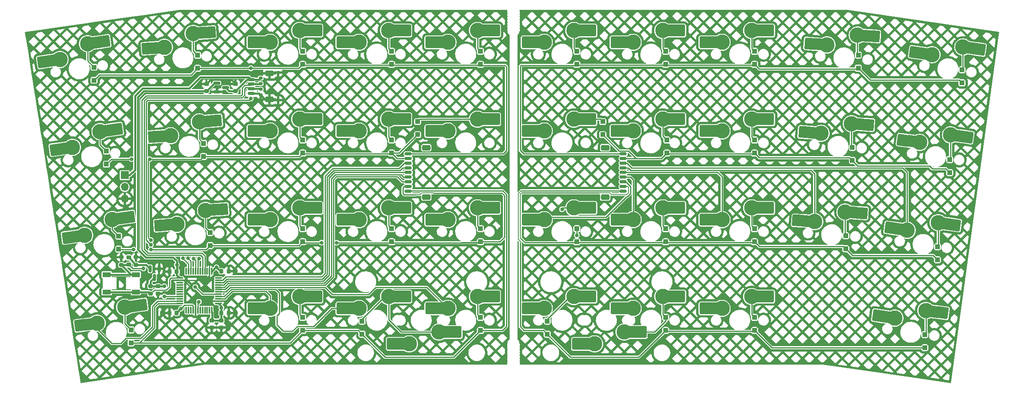
<source format=gbr>
%TF.GenerationSoftware,KiCad,Pcbnew,(7.0.0)*%
%TF.CreationDate,2023-09-12T00:15:12+02:00*%
%TF.ProjectId,tinyv pcb,74696e79-7620-4706-9362-2e6b69636164,rev?*%
%TF.SameCoordinates,Original*%
%TF.FileFunction,Copper,L2,Bot*%
%TF.FilePolarity,Positive*%
%FSLAX46Y46*%
G04 Gerber Fmt 4.6, Leading zero omitted, Abs format (unit mm)*
G04 Created by KiCad (PCBNEW (7.0.0)) date 2023-09-12 00:15:12*
%MOMM*%
%LPD*%
G01*
G04 APERTURE LIST*
G04 Aperture macros list*
%AMRoundRect*
0 Rectangle with rounded corners*
0 $1 Rounding radius*
0 $2 $3 $4 $5 $6 $7 $8 $9 X,Y pos of 4 corners*
0 Add a 4 corners polygon primitive as box body*
4,1,4,$2,$3,$4,$5,$6,$7,$8,$9,$2,$3,0*
0 Add four circle primitives for the rounded corners*
1,1,$1+$1,$2,$3*
1,1,$1+$1,$4,$5*
1,1,$1+$1,$6,$7*
1,1,$1+$1,$8,$9*
0 Add four rect primitives between the rounded corners*
20,1,$1+$1,$2,$3,$4,$5,0*
20,1,$1+$1,$4,$5,$6,$7,0*
20,1,$1+$1,$6,$7,$8,$9,0*
20,1,$1+$1,$8,$9,$2,$3,0*%
%AMRotRect*
0 Rectangle, with rotation*
0 The origin of the aperture is its center*
0 $1 length*
0 $2 width*
0 $3 Rotation angle, in degrees counterclockwise*
0 Add horizontal line*
21,1,$1,$2,0,0,$3*%
G04 Aperture macros list end*
%TA.AperFunction,SMDPad,CuDef*%
%ADD10RoundRect,0.225000X0.250000X-0.225000X0.250000X0.225000X-0.250000X0.225000X-0.250000X-0.225000X0*%
%TD*%
%TA.AperFunction,ComponentPad*%
%ADD11C,3.300000*%
%TD*%
%TA.AperFunction,SMDPad,CuDef*%
%ADD12R,1.650000X2.500000*%
%TD*%
%TA.AperFunction,SMDPad,CuDef*%
%ADD13RoundRect,0.250000X1.025000X1.000000X-1.025000X1.000000X-1.025000X-1.000000X1.025000X-1.000000X0*%
%TD*%
%TA.AperFunction,SMDPad,CuDef*%
%ADD14RoundRect,0.250000X0.300000X-0.300000X0.300000X0.300000X-0.300000X0.300000X-0.300000X-0.300000X0*%
%TD*%
%TA.AperFunction,SMDPad,CuDef*%
%ADD15RotRect,1.650000X2.500000X4.000000*%
%TD*%
%TA.AperFunction,SMDPad,CuDef*%
%ADD16RoundRect,0.250000X0.952747X1.069064X-1.092260X0.926064X-0.952747X-1.069064X1.092260X-0.926064X0*%
%TD*%
%TA.AperFunction,SMDPad,CuDef*%
%ADD17RotRect,1.650000X2.500000X184.000000*%
%TD*%
%TA.AperFunction,SMDPad,CuDef*%
%ADD18RoundRect,0.150000X0.625000X-0.150000X0.625000X0.150000X-0.625000X0.150000X-0.625000X-0.150000X0*%
%TD*%
%TA.AperFunction,SMDPad,CuDef*%
%ADD19RoundRect,0.250000X0.650000X-0.350000X0.650000X0.350000X-0.650000X0.350000X-0.650000X-0.350000X0*%
%TD*%
%TA.AperFunction,SMDPad,CuDef*%
%ADD20R,1.800000X1.100000*%
%TD*%
%TA.AperFunction,SMDPad,CuDef*%
%ADD21RotRect,1.650000X2.500000X352.000000*%
%TD*%
%TA.AperFunction,SMDPad,CuDef*%
%ADD22RoundRect,0.250000X1.154198X0.847616X-0.875852X1.132920X-1.154198X-0.847616X0.875852X-1.132920X0*%
%TD*%
%TA.AperFunction,SMDPad,CuDef*%
%ADD23RotRect,1.650000X2.500000X172.000000*%
%TD*%
%TA.AperFunction,SMDPad,CuDef*%
%ADD24RotRect,1.650000X2.500000X8.000000*%
%TD*%
%TA.AperFunction,SMDPad,CuDef*%
%ADD25RoundRect,0.250000X0.875852X1.132920X-1.154198X0.847616X-0.875852X-1.132920X1.154198X-0.847616X0*%
%TD*%
%TA.AperFunction,SMDPad,CuDef*%
%ADD26RotRect,1.650000X2.500000X188.000000*%
%TD*%
%TA.AperFunction,SMDPad,CuDef*%
%ADD27RoundRect,0.150000X-0.150000X0.587500X-0.150000X-0.587500X0.150000X-0.587500X0.150000X0.587500X0*%
%TD*%
%TA.AperFunction,ComponentPad*%
%ADD28R,1.700000X1.700000*%
%TD*%
%TA.AperFunction,ComponentPad*%
%ADD29O,1.700000X1.700000*%
%TD*%
%TA.AperFunction,SMDPad,CuDef*%
%ADD30RoundRect,0.225000X-0.225000X-0.250000X0.225000X-0.250000X0.225000X0.250000X-0.225000X0.250000X0*%
%TD*%
%TA.AperFunction,SMDPad,CuDef*%
%ADD31RoundRect,0.225000X-0.250000X0.225000X-0.250000X-0.225000X0.250000X-0.225000X0.250000X0.225000X0*%
%TD*%
%TA.AperFunction,SMDPad,CuDef*%
%ADD32RoundRect,0.250000X-1.025000X-1.000000X1.025000X-1.000000X1.025000X1.000000X-1.025000X1.000000X0*%
%TD*%
%TA.AperFunction,SMDPad,CuDef*%
%ADD33RotRect,1.650000X2.500000X356.000000*%
%TD*%
%TA.AperFunction,SMDPad,CuDef*%
%ADD34RoundRect,0.250000X1.092260X0.926064X-0.952747X1.069064X-1.092260X-0.926064X0.952747X-1.069064X0*%
%TD*%
%TA.AperFunction,SMDPad,CuDef*%
%ADD35RotRect,1.650000X2.500000X176.000000*%
%TD*%
%TA.AperFunction,SMDPad,CuDef*%
%ADD36RoundRect,0.150000X-0.625000X0.150000X-0.625000X-0.150000X0.625000X-0.150000X0.625000X0.150000X0*%
%TD*%
%TA.AperFunction,SMDPad,CuDef*%
%ADD37RoundRect,0.250000X-0.650000X0.350000X-0.650000X-0.350000X0.650000X-0.350000X0.650000X0.350000X0*%
%TD*%
%TA.AperFunction,SMDPad,CuDef*%
%ADD38RoundRect,0.200000X0.275000X-0.200000X0.275000X0.200000X-0.275000X0.200000X-0.275000X-0.200000X0*%
%TD*%
%TA.AperFunction,SMDPad,CuDef*%
%ADD39RoundRect,0.150000X-0.275000X0.150000X-0.275000X-0.150000X0.275000X-0.150000X0.275000X0.150000X0*%
%TD*%
%TA.AperFunction,SMDPad,CuDef*%
%ADD40RoundRect,0.175000X-0.225000X0.175000X-0.225000X-0.175000X0.225000X-0.175000X0.225000X0.175000X0*%
%TD*%
%TA.AperFunction,SMDPad,CuDef*%
%ADD41RoundRect,0.150000X-0.587500X-0.150000X0.587500X-0.150000X0.587500X0.150000X-0.587500X0.150000X0*%
%TD*%
%TA.AperFunction,SMDPad,CuDef*%
%ADD42RoundRect,0.075000X0.075000X-0.662500X0.075000X0.662500X-0.075000X0.662500X-0.075000X-0.662500X0*%
%TD*%
%TA.AperFunction,SMDPad,CuDef*%
%ADD43RoundRect,0.075000X0.662500X-0.075000X0.662500X0.075000X-0.662500X0.075000X-0.662500X-0.075000X0*%
%TD*%
%TA.AperFunction,SMDPad,CuDef*%
%ADD44RoundRect,0.225000X0.225000X0.250000X-0.225000X0.250000X-0.225000X-0.250000X0.225000X-0.250000X0*%
%TD*%
%TA.AperFunction,ViaPad*%
%ADD45C,0.800000*%
%TD*%
%TA.AperFunction,Conductor*%
%ADD46C,0.381000*%
%TD*%
%TA.AperFunction,Conductor*%
%ADD47C,0.250000*%
%TD*%
%TA.AperFunction,Conductor*%
%ADD48C,0.200000*%
%TD*%
G04 APERTURE END LIST*
D10*
%TO.P,C2,1*%
%TO.N,+3V3*%
X87312500Y-38875000D03*
%TO.P,C2,2*%
%TO.N,GND*%
X87312500Y-37325000D03*
%TD*%
%TO.P,C1,1*%
%TO.N,+5V*%
X93518750Y-38875000D03*
%TO.P,C1,2*%
%TO.N,GND*%
X93518750Y-37325000D03*
%TD*%
D11*
%TO.P,MX4,1,1*%
%TO.N,COL3*%
X120015000Y-28416250D03*
D12*
X118189999Y-28416249D03*
D13*
X116465000Y-28416250D03*
%TO.P,MX4,2,2*%
%TO.N,Net-(D4-A)*%
X129915000Y-25876250D03*
D12*
X128164999Y-25876249D03*
D11*
X126365000Y-25876250D03*
%TD*%
D14*
%TO.P,D21,1,K*%
%TO.N,ROW2*%
X68505464Y-72837500D03*
%TO.P,D21,2,A*%
%TO.N,Net-(D21-A)*%
X68505464Y-70037500D03*
%TD*%
%TO.P,D34,1,K*%
%TO.N,ROW3*%
X120650000Y-91093750D03*
%TO.P,D34,2,A*%
%TO.N,Net-(D34-A)*%
X120650000Y-88293750D03*
%TD*%
D11*
%TO.P,MX23,1,1*%
%TO.N,COL2*%
X100965000Y-66516250D03*
D12*
X99139999Y-66516249D03*
D13*
X97415000Y-66516250D03*
%TO.P,MX23,2,2*%
%TO.N,Net-(D23-A)*%
X110865000Y-63976250D03*
D12*
X109114999Y-63976249D03*
D11*
X107315000Y-63976250D03*
%TD*%
D14*
%TO.P,D8,1,K*%
%TO.N,ROW0*%
X204787500Y-33150000D03*
%TO.P,D8,2,A*%
%TO.N,Net-(D8-A)*%
X204787500Y-30350000D03*
%TD*%
D11*
%TO.P,MX12,1,1*%
%TO.N,COL1*%
X79627503Y-48476446D03*
D15*
X77806947Y-48603751D03*
D16*
X76086150Y-48724082D03*
%TO.P,MX12,2,2*%
%TO.N,Net-(D12-A)*%
X89326205Y-45252045D03*
D17*
X87580467Y-45374118D03*
D11*
X85784853Y-45499680D03*
%TD*%
D18*
%TO.P,J6,1,Pin_1*%
%TO.N,ROW3*%
X176625000Y-60356250D03*
%TO.P,J6,2,Pin_2*%
%TO.N,ROW2*%
X176625000Y-59356250D03*
%TO.P,J6,3,Pin_3*%
%TO.N,COL5*%
X176625000Y-58356250D03*
%TO.P,J6,4,Pin_4*%
%TO.N,COL6*%
X176625000Y-57356250D03*
%TO.P,J6,5,Pin_5*%
%TO.N,COL7*%
X176625000Y-56356250D03*
%TO.P,J6,6,Pin_6*%
%TO.N,COL8*%
X176625000Y-55356250D03*
%TO.P,J6,7,Pin_7*%
%TO.N,COL9*%
X176625000Y-54356250D03*
%TO.P,J6,8,Pin_8*%
%TO.N,ROW1*%
X176625000Y-53356250D03*
%TO.P,J6,9,Pin_9*%
%TO.N,ROW0*%
X176625000Y-52356250D03*
D19*
%TO.P,J6,MP*%
%TO.N,N/C*%
X172750000Y-61656250D03*
X172750000Y-51056250D03*
%TD*%
D14*
%TO.P,D33,1,K*%
%TO.N,ROW3*%
X107950000Y-90300000D03*
%TO.P,D33,2,A*%
%TO.N,Net-(D33-A)*%
X107950000Y-87500000D03*
%TD*%
%TO.P,D23,1,K*%
%TO.N,ROW2*%
X107950000Y-71250000D03*
%TO.P,D23,2,A*%
%TO.N,Net-(D23-A)*%
X107950000Y-68450000D03*
%TD*%
D11*
%TO.P,MX34,1,1*%
%TO.N,COL3*%
X120015000Y-85566250D03*
D12*
X118189999Y-85566249D03*
D13*
X116465000Y-85566250D03*
%TO.P,MX34,2,2*%
%TO.N,Net-(D34-A)*%
X129915000Y-83026250D03*
D12*
X128164999Y-83026249D03*
D11*
X126365000Y-83026250D03*
%TD*%
D14*
%TO.P,D2,1,K*%
%TO.N,ROW0*%
X85421634Y-33998148D03*
%TO.P,D2,2,A*%
%TO.N,Net-(D2-A)*%
X85421634Y-31198148D03*
%TD*%
D11*
%TO.P,MX8,1,1*%
%TO.N,COL7*%
X197802500Y-28416250D03*
D12*
X195977499Y-28416249D03*
D13*
X194252500Y-28416250D03*
%TO.P,MX8,2,2*%
%TO.N,Net-(D8-A)*%
X207702500Y-25876250D03*
D12*
X205952499Y-25876249D03*
D11*
X204152500Y-25876250D03*
%TD*%
D20*
%TO.P,SW1,1,1*%
%TO.N,BOOT0*%
X72156249Y-78318749D03*
X65956249Y-78318749D03*
%TO.P,SW1,2,2*%
%TO.N,+3V3*%
X72156249Y-82018749D03*
X65956249Y-82018749D03*
%TD*%
D11*
%TO.P,MX40,1,1*%
%TO.N,COL9*%
X234858766Y-87641325D03*
D21*
X233051526Y-87387333D03*
D22*
X231343315Y-87147260D03*
%TO.P,MX40,2,2*%
%TO.N,Net-(D40-A)*%
X245015920Y-86503857D03*
D23*
X243282950Y-86260303D03*
D11*
X241500468Y-86009793D03*
%TD*%
D14*
%TO.P,D28,1,K*%
%TO.N,ROW2*%
X204787500Y-71250000D03*
%TO.P,D28,2,A*%
%TO.N,Net-(D28-A)*%
X204787500Y-68450000D03*
%TD*%
D11*
%TO.P,MX15,1,1*%
%TO.N,COL4*%
X139065000Y-47466250D03*
D12*
X137239999Y-47466249D03*
D13*
X135515000Y-47466250D03*
%TO.P,MX15,2,2*%
%TO.N,Net-(D15-A)*%
X148965000Y-44926250D03*
D12*
X147214999Y-44926249D03*
D11*
X145415000Y-44926250D03*
%TD*%
%TO.P,MX27,1,1*%
%TO.N,COL6*%
X178752500Y-66516250D03*
D12*
X176927499Y-66516249D03*
D13*
X175202500Y-66516250D03*
%TO.P,MX27,2,2*%
%TO.N,Net-(D27-A)*%
X188652500Y-63976250D03*
D12*
X186902499Y-63976249D03*
D11*
X185102500Y-63976250D03*
%TD*%
%TO.P,MX1,1,1*%
%TO.N,COL0*%
X55918235Y-32108839D03*
D24*
X54110995Y-32362829D03*
D25*
X52402783Y-32602903D03*
%TO.P,MX1,2,2*%
%TO.N,Net-(D1-A)*%
X65368389Y-28215744D03*
D26*
X63635419Y-28459296D03*
D11*
X61852938Y-28709809D03*
%TD*%
D27*
%TO.P,Q1,1,G*%
%TO.N,Net-(Q1-G)*%
X75250000Y-77035314D03*
%TO.P,Q1,2,S*%
%TO.N,GND*%
X77150000Y-77035314D03*
%TO.P,Q1,3,D*%
%TO.N,NRST*%
X76200000Y-78910314D03*
%TD*%
D11*
%TO.P,MX17,1,1*%
%TO.N,COL6*%
X178752500Y-47466250D03*
D12*
X176927499Y-47466249D03*
D13*
X175202500Y-47466250D03*
%TO.P,MX17,2,2*%
%TO.N,Net-(D17-A)*%
X188652500Y-44926250D03*
D12*
X186902499Y-44926249D03*
D11*
X185102500Y-44926250D03*
%TD*%
D28*
%TO.P,J3,1,Pin_1*%
%TO.N,+5V*%
X69811963Y-56944999D03*
D29*
%TO.P,J3,2,Pin_2*%
%TO.N,underglow*%
X69811963Y-59484999D03*
%TO.P,J3,3,Pin_3*%
%TO.N,GND*%
X69811963Y-62024999D03*
%TD*%
D11*
%TO.P,MX14,1,1*%
%TO.N,COL3*%
X120015000Y-47466250D03*
D12*
X118189999Y-47466249D03*
D13*
X116465000Y-47466250D03*
%TO.P,MX14,2,2*%
%TO.N,Net-(D14-A)*%
X129915000Y-44926250D03*
D12*
X128164999Y-44926249D03*
D11*
X126365000Y-44926250D03*
%TD*%
%TO.P,MX22,1,1*%
%TO.N,COL1*%
X80978269Y-67494740D03*
D15*
X79157713Y-67622045D03*
D16*
X77436916Y-67742376D03*
%TO.P,MX22,2,2*%
%TO.N,Net-(D22-A)*%
X90676971Y-64270339D03*
D17*
X88931233Y-64392412D03*
D11*
X87135619Y-64517974D03*
%TD*%
D30*
%TO.P,C4,1*%
%TO.N,+3V3*%
X90506250Y-86518750D03*
%TO.P,C4,2*%
%TO.N,GND*%
X92056250Y-86518750D03*
%TD*%
D11*
%TO.P,MX3,1,1*%
%TO.N,COL2*%
X100965000Y-28416250D03*
D12*
X99139999Y-28416249D03*
D13*
X97415000Y-28416250D03*
%TO.P,MX3,2,2*%
%TO.N,Net-(D3-A)*%
X110865000Y-25876250D03*
D12*
X109114999Y-25876249D03*
D11*
X107315000Y-25876250D03*
%TD*%
D31*
%TO.P,C11,1*%
%TO.N,+3V3*%
X90487500Y-88125000D03*
%TO.P,C11,2*%
%TO.N,GND*%
X90487500Y-89675000D03*
%TD*%
D14*
%TO.P,D10,1,K*%
%TO.N,ROW0*%
X249237500Y-37118750D03*
%TO.P,D10,2,A*%
%TO.N,Net-(D10-A)*%
X249237500Y-34318750D03*
%TD*%
%TO.P,D6,1,K*%
%TO.N,ROW0*%
X166687500Y-33150000D03*
%TO.P,D6,2,A*%
%TO.N,Net-(D6-A)*%
X166687500Y-30350000D03*
%TD*%
D11*
%TO.P,MX28,1,1*%
%TO.N,COL7*%
X197802500Y-66516250D03*
D12*
X195977499Y-66516249D03*
D13*
X194252500Y-66516250D03*
%TO.P,MX28,2,2*%
%TO.N,Net-(D28-A)*%
X207702500Y-63976250D03*
D12*
X205952499Y-63976249D03*
D11*
X204152500Y-63976250D03*
%TD*%
D14*
%TO.P,D20,1,K*%
%TO.N,ROW1*%
X246617400Y-56391910D03*
%TO.P,D20,2,A*%
%TO.N,Net-(D20-A)*%
X246617400Y-53591910D03*
%TD*%
%TO.P,D1,1,K*%
%TO.N,ROW0*%
X63235561Y-36559733D03*
%TO.P,D1,2,A*%
%TO.N,Net-(D1-A)*%
X63235561Y-33759733D03*
%TD*%
D11*
%TO.P,MX39,1,1*%
%TO.N,Net-(D37-A)*%
X176847500Y-90646250D03*
D12*
X178672499Y-90646249D03*
D32*
X180397500Y-90646250D03*
%TO.P,MX39,2,2*%
%TO.N,COL6*%
X166947500Y-93186250D03*
D12*
X168697499Y-93186249D03*
D11*
X170497500Y-93186250D03*
%TD*%
D14*
%TO.P,D30,1,K*%
%TO.N,ROW2*%
X243980283Y-75125302D03*
%TO.P,D30,2,A*%
%TO.N,Net-(D30-A)*%
X243980283Y-72325302D03*
%TD*%
%TO.P,D12,1,K*%
%TO.N,ROW1*%
X86706202Y-52918434D03*
%TO.P,D12,2,A*%
%TO.N,Net-(D12-A)*%
X86706202Y-50118434D03*
%TD*%
%TO.P,D4,1,K*%
%TO.N,ROW0*%
X127000000Y-33150000D03*
%TO.P,D4,2,A*%
%TO.N,Net-(D4-A)*%
X127000000Y-30350000D03*
%TD*%
D11*
%TO.P,MX30,1,1*%
%TO.N,COL9*%
X237497998Y-68778221D03*
D21*
X235690758Y-68524229D03*
D22*
X233982547Y-68284156D03*
%TO.P,MX30,2,2*%
%TO.N,Net-(D30-A)*%
X247655152Y-67640753D03*
D23*
X245922182Y-67397199D03*
D11*
X244139700Y-67146689D03*
%TD*%
D14*
%TO.P,D22,1,K*%
%TO.N,ROW2*%
X88106250Y-72043750D03*
%TO.P,D22,2,A*%
%TO.N,Net-(D22-A)*%
X88106250Y-69243750D03*
%TD*%
%TO.P,D16,1,K*%
%TO.N,ROW1*%
X172243750Y-48231250D03*
%TO.P,D16,2,A*%
%TO.N,Net-(D16-A)*%
X172243750Y-45431250D03*
%TD*%
%TO.P,D37,1,K*%
%TO.N,ROW3*%
X185737500Y-90300000D03*
%TO.P,D37,2,A*%
%TO.N,Net-(D37-A)*%
X185737500Y-87500000D03*
%TD*%
D11*
%TO.P,MX29,1,1*%
%TO.N,COL8*%
X217678079Y-66938277D03*
D33*
X215857524Y-66810971D03*
D34*
X214136727Y-66690642D03*
%TO.P,MX29,2,2*%
%TO.N,Net-(D29-A)*%
X227731145Y-65095054D03*
D35*
X225985407Y-64972979D03*
D11*
X224189793Y-64847418D03*
%TD*%
D10*
%TO.P,C8,1*%
%TO.N,GND*%
X76914812Y-82369880D03*
%TO.P,C8,2*%
%TO.N,NRST*%
X76914812Y-80819880D03*
%TD*%
D14*
%TO.P,D38,1,K*%
%TO.N,ROW3*%
X204787500Y-90300000D03*
%TO.P,D38,2,A*%
%TO.N,Net-(D38-A)*%
X204787500Y-87500000D03*
%TD*%
D36*
%TO.P,J1,1,Pin_1*%
%TO.N,+5V*%
X96960197Y-36387500D03*
%TO.P,J1,2,Pin_2*%
%TO.N,D_N*%
X96960197Y-37387500D03*
%TO.P,J1,3,Pin_3*%
%TO.N,D_P*%
X96960197Y-38387500D03*
%TO.P,J1,4,Pin_4*%
%TO.N,GND*%
X96960197Y-39387500D03*
D37*
%TO.P,J1,MP,MountPin*%
X100835197Y-35087500D03*
X100835197Y-40687500D03*
%TD*%
D11*
%TO.P,MX35,1,1*%
%TO.N,COL4*%
X139065000Y-85566250D03*
D12*
X137239999Y-85566249D03*
D13*
X135515000Y-85566250D03*
%TO.P,MX35,2,2*%
%TO.N,Net-(D35-A)*%
X148965000Y-83026250D03*
D12*
X147214999Y-83026249D03*
D11*
X145415000Y-83026250D03*
%TD*%
D14*
%TO.P,D17,1,K*%
%TO.N,ROW1*%
X185991623Y-52200000D03*
%TO.P,D17,2,A*%
%TO.N,Net-(D17-A)*%
X185991623Y-49400000D03*
%TD*%
D11*
%TO.P,MX20,1,1*%
%TO.N,COL9*%
X240162150Y-49915116D03*
D21*
X238354910Y-49661124D03*
D22*
X236646699Y-49421051D03*
%TO.P,MX20,2,2*%
%TO.N,Net-(D20-A)*%
X250319304Y-48777648D03*
D23*
X248586334Y-48534094D03*
D11*
X246803852Y-48283584D03*
%TD*%
%TO.P,MX24,1,1*%
%TO.N,COL3*%
X120015000Y-66516250D03*
D12*
X118189999Y-66516249D03*
D13*
X116465000Y-66516250D03*
%TO.P,MX24,2,2*%
%TO.N,Net-(D24-A)*%
X129915000Y-63976250D03*
D12*
X128164999Y-63976249D03*
D11*
X126365000Y-63976250D03*
%TD*%
%TO.P,MX26,1,1*%
%TO.N,COL5*%
X159702500Y-66516250D03*
D12*
X157877499Y-66516249D03*
D13*
X156152500Y-66516250D03*
%TO.P,MX26,2,2*%
%TO.N,Net-(D26-A)*%
X169602500Y-63976250D03*
D12*
X167852499Y-63976249D03*
D11*
X166052500Y-63976250D03*
%TD*%
D38*
%TO.P,R1,1*%
%TO.N,+3V3*%
X75327312Y-82419880D03*
%TO.P,R1,2*%
%TO.N,NRST*%
X75327312Y-80769880D03*
%TD*%
D14*
%TO.P,D27,1,K*%
%TO.N,ROW2*%
X185737500Y-71250000D03*
%TO.P,D27,2,A*%
%TO.N,Net-(D27-A)*%
X185737500Y-68450000D03*
%TD*%
D31*
%TO.P,C10,1*%
%TO.N,+3V3*%
X88488170Y-88146119D03*
%TO.P,C10,2*%
%TO.N,GND*%
X88488170Y-89696119D03*
%TD*%
D14*
%TO.P,D19,1,K*%
%TO.N,ROW1*%
X225736492Y-53787499D03*
%TO.P,D19,2,A*%
%TO.N,Net-(D19-A)*%
X225736492Y-50987499D03*
%TD*%
D30*
%TO.P,C3,1*%
%TO.N,+3V3*%
X90524091Y-77609086D03*
%TO.P,C3,2*%
%TO.N,GND*%
X92074091Y-77609086D03*
%TD*%
D14*
%TO.P,D40,1,K*%
%TO.N,ROW3*%
X241271408Y-93997194D03*
%TO.P,D40,2,A*%
%TO.N,Net-(D40-A)*%
X241271408Y-91197194D03*
%TD*%
D11*
%TO.P,MX5,1,1*%
%TO.N,COL4*%
X139065000Y-28416250D03*
D12*
X137239999Y-28416249D03*
D13*
X135515000Y-28416250D03*
%TO.P,MX5,2,2*%
%TO.N,Net-(D5-A)*%
X148965000Y-25876250D03*
D12*
X147214999Y-25876249D03*
D11*
X145415000Y-25876250D03*
%TD*%
%TO.P,MX37,1,1*%
%TO.N,COL6*%
X178752500Y-85566250D03*
D12*
X176927499Y-85566249D03*
D13*
X175202500Y-85566250D03*
%TO.P,MX37,2,2*%
%TO.N,Net-(D37-A)*%
X188652500Y-83026250D03*
D12*
X186902499Y-83026249D03*
D11*
X185102500Y-83026250D03*
%TD*%
D14*
%TO.P,D3,1,K*%
%TO.N,ROW0*%
X107950000Y-33150000D03*
%TO.P,D3,2,A*%
%TO.N,Net-(D3-A)*%
X107950000Y-30350000D03*
%TD*%
D11*
%TO.P,MX7,1,1*%
%TO.N,COL6*%
X178752500Y-28416250D03*
D12*
X176927499Y-28416249D03*
D13*
X175202500Y-28416250D03*
%TO.P,MX7,2,2*%
%TO.N,Net-(D7-A)*%
X188652500Y-25876250D03*
D12*
X186902499Y-25876249D03*
D11*
X185102500Y-25876250D03*
%TD*%
D14*
%TO.P,D24,1,K*%
%TO.N,ROW2*%
X127000000Y-71250000D03*
%TO.P,D24,2,A*%
%TO.N,Net-(D24-A)*%
X127000000Y-68450000D03*
%TD*%
%TO.P,D29,1,K*%
%TO.N,ROW2*%
X224322872Y-72762184D03*
%TO.P,D29,2,A*%
%TO.N,Net-(D29-A)*%
X224322872Y-69962184D03*
%TD*%
%TO.P,D15,1,K*%
%TO.N,ROW1*%
X132556250Y-48231250D03*
%TO.P,D15,2,A*%
%TO.N,Net-(D15-A)*%
X132556250Y-45431250D03*
%TD*%
D39*
%TO.P,J2,1,Pin_1*%
%TO.N,+5V*%
X98931250Y-36087500D03*
%TO.P,J2,2,Pin_2*%
%TO.N,D_N*%
X98931250Y-37287500D03*
%TO.P,J2,3,Pin_3*%
%TO.N,D_P*%
X98931250Y-38487500D03*
%TO.P,J2,4,Pin_4*%
%TO.N,GND*%
X98931250Y-39687500D03*
D40*
%TO.P,J2,MP,MountPin*%
X102706250Y-34937500D03*
X102706250Y-40837500D03*
%TD*%
D38*
%TO.P,R2,1*%
%TO.N,BOOT0*%
X69056250Y-76212500D03*
%TO.P,R2,2*%
%TO.N,GND*%
X69056250Y-74562500D03*
%TD*%
D41*
%TO.P,U2,1,GND*%
%TO.N,GND*%
X89550000Y-39050000D03*
%TO.P,U2,2,VO*%
%TO.N,+3V3*%
X89550000Y-37150000D03*
%TO.P,U2,3,VI*%
%TO.N,+5V*%
X91425000Y-38100000D03*
%TD*%
D38*
%TO.P,R3,1*%
%TO.N,Net-(Q1-G)*%
X72231250Y-76212500D03*
%TO.P,R3,2*%
%TO.N,GND*%
X72231250Y-74562500D03*
%TD*%
D11*
%TO.P,MX2,1,1*%
%TO.N,COL1*%
X78291756Y-29481958D03*
D15*
X76471200Y-29609263D03*
D16*
X74750403Y-29729594D03*
%TO.P,MX2,2,2*%
%TO.N,Net-(D2-A)*%
X87990458Y-26257557D03*
D17*
X86244720Y-26379630D03*
D11*
X84449106Y-26505192D03*
%TD*%
D14*
%TO.P,D36,1,K*%
%TO.N,ROW3*%
X160337500Y-91093750D03*
%TO.P,D36,2,A*%
%TO.N,Net-(D36-A)*%
X160337500Y-88293750D03*
%TD*%
D36*
%TO.P,J5,1,Pin_1*%
%TO.N,ROW0*%
X130556250Y-52356250D03*
%TO.P,J5,2,Pin_2*%
%TO.N,ROW1*%
X130556250Y-53356250D03*
%TO.P,J5,3,Pin_3*%
%TO.N,COL9*%
X130556250Y-54356250D03*
%TO.P,J5,4,Pin_4*%
%TO.N,COL8*%
X130556250Y-55356250D03*
%TO.P,J5,5,Pin_5*%
%TO.N,COL7*%
X130556250Y-56356250D03*
%TO.P,J5,6,Pin_6*%
%TO.N,COL6*%
X130556250Y-57356250D03*
%TO.P,J5,7,Pin_7*%
%TO.N,COL5*%
X130556250Y-58356250D03*
%TO.P,J5,8,Pin_8*%
%TO.N,ROW2*%
X130556250Y-59356250D03*
%TO.P,J5,9,Pin_9*%
%TO.N,ROW3*%
X130556250Y-60356250D03*
D37*
%TO.P,J5,MP*%
%TO.N,N/C*%
X134431250Y-51056250D03*
X134431250Y-61656250D03*
%TD*%
D11*
%TO.P,MX21,1,1*%
%TO.N,COL0*%
X61212831Y-69846063D03*
D24*
X59405591Y-70100053D03*
D25*
X57697379Y-70340127D03*
%TO.P,MX21,2,2*%
%TO.N,Net-(D21-A)*%
X70662985Y-65952968D03*
D26*
X68930015Y-66196520D03*
D11*
X67147534Y-66447033D03*
%TD*%
D14*
%TO.P,D7,1,K*%
%TO.N,ROW0*%
X185737500Y-33150000D03*
%TO.P,D7,2,A*%
%TO.N,Net-(D7-A)*%
X185737500Y-30350000D03*
%TD*%
%TO.P,D5,1,K*%
%TO.N,ROW0*%
X146050000Y-33150000D03*
%TO.P,D5,2,A*%
%TO.N,Net-(D5-A)*%
X146050000Y-30350000D03*
%TD*%
D42*
%TO.P,U1,1,VBAT*%
%TO.N,+3V3*%
X88475000Y-85918750D03*
%TO.P,U1,2,PC13*%
%TO.N,unconnected-(U1-PC13-Pad2)*%
X87975000Y-85918750D03*
%TO.P,U1,3,PC14*%
%TO.N,unconnected-(U1-PC14-Pad3)*%
X87475000Y-85918750D03*
%TO.P,U1,4,PC15*%
%TO.N,unconnected-(U1-PC15-Pad4)*%
X86975000Y-85918750D03*
%TO.P,U1,5,PF0*%
%TO.N,unconnected-(U1-PF0-Pad5)*%
X86475000Y-85918750D03*
%TO.P,U1,6,PF1*%
%TO.N,unconnected-(U1-PF1-Pad6)*%
X85975000Y-85918750D03*
%TO.P,U1,7,NRST*%
%TO.N,NRST*%
X85475000Y-85918750D03*
%TO.P,U1,8,VSSA*%
%TO.N,GND*%
X84975000Y-85918750D03*
%TO.P,U1,9,VDDA*%
%TO.N,+3V3*%
X84475000Y-85918750D03*
%TO.P,U1,10,PA0*%
%TO.N,unconnected-(U1-PA0-Pad10)*%
X83975000Y-85918750D03*
%TO.P,U1,11,PA1*%
%TO.N,unconnected-(U1-PA1-Pad11)*%
X83475000Y-85918750D03*
%TO.P,U1,12,PA2*%
%TO.N,unconnected-(U1-PA2-Pad12)*%
X82975000Y-85918750D03*
D43*
%TO.P,U1,13,PA3*%
%TO.N,ROW3*%
X81562500Y-84506250D03*
%TO.P,U1,14,PA4*%
%TO.N,COL0*%
X81562500Y-84006250D03*
%TO.P,U1,15,PA5*%
%TO.N,unconnected-(U1-PA5-Pad15)*%
X81562500Y-83506250D03*
%TO.P,U1,16,PA6*%
%TO.N,underglow*%
X81562500Y-83006250D03*
%TO.P,U1,17,PA7*%
%TO.N,unconnected-(U1-PA7-Pad17)*%
X81562500Y-82506250D03*
%TO.P,U1,18,PB0*%
%TO.N,unconnected-(U1-PB0-Pad18)*%
X81562500Y-82006250D03*
%TO.P,U1,19,PB1*%
%TO.N,unconnected-(U1-PB1-Pad19)*%
X81562500Y-81506250D03*
%TO.P,U1,20,PB2*%
%TO.N,unconnected-(U1-PB2-Pad20)*%
X81562500Y-81006250D03*
%TO.P,U1,21,PB10*%
%TO.N,unconnected-(U1-PB10-Pad21)*%
X81562500Y-80506250D03*
%TO.P,U1,22,PB11*%
%TO.N,unconnected-(U1-PB11-Pad22)*%
X81562500Y-80006250D03*
%TO.P,U1,23,VSS*%
%TO.N,GND*%
X81562500Y-79506250D03*
%TO.P,U1,24,VDD*%
%TO.N,+3V3*%
X81562500Y-79006250D03*
D42*
%TO.P,U1,25,PB12*%
%TO.N,unconnected-(U1-PB12-Pad25)*%
X82975000Y-77593750D03*
%TO.P,U1,26,PB13*%
%TO.N,ROW2*%
X83475000Y-77593750D03*
%TO.P,U1,27,PB14*%
%TO.N,ROW0*%
X83975000Y-77593750D03*
%TO.P,U1,28,PB15*%
%TO.N,unconnected-(U1-PB15-Pad28)*%
X84475000Y-77593750D03*
%TO.P,U1,29,PA8*%
%TO.N,ROW1*%
X84975000Y-77593750D03*
%TO.P,U1,30,PA9*%
%TO.N,COL1*%
X85475000Y-77593750D03*
%TO.P,U1,31,PA10*%
%TO.N,unconnected-(U1-PA10-Pad31)*%
X85975000Y-77593750D03*
%TO.P,U1,32,PA11*%
%TO.N,D_N*%
X86475000Y-77593750D03*
%TO.P,U1,33,PA12*%
%TO.N,D_P*%
X86975000Y-77593750D03*
%TO.P,U1,34,PA13*%
%TO.N,unconnected-(U1-PA13-Pad34)*%
X87475000Y-77593750D03*
%TO.P,U1,35,VSS*%
%TO.N,GND*%
X87975000Y-77593750D03*
%TO.P,U1,36,VDDIO2*%
%TO.N,+3V3*%
X88475000Y-77593750D03*
D43*
%TO.P,U1,37,PA14*%
%TO.N,unconnected-(U1-PA14-Pad37)*%
X89887500Y-79006250D03*
%TO.P,U1,38,PA15*%
%TO.N,COL9*%
X89887500Y-79506250D03*
%TO.P,U1,39,PB3*%
%TO.N,COL8*%
X89887500Y-80006250D03*
%TO.P,U1,40,PB4*%
%TO.N,COL7*%
X89887500Y-80506250D03*
%TO.P,U1,41,PB5*%
%TO.N,COL6*%
X89887500Y-81006250D03*
%TO.P,U1,42,PB6*%
%TO.N,COL5*%
X89887500Y-81506250D03*
%TO.P,U1,43,PB7*%
%TO.N,COL4*%
X89887500Y-82006250D03*
%TO.P,U1,44,BOOT0*%
%TO.N,BOOT0*%
X89887500Y-82506250D03*
%TO.P,U1,45,PB8*%
%TO.N,COL3*%
X89887500Y-83006250D03*
%TO.P,U1,46,PB9*%
%TO.N,COL2*%
X89887500Y-83506250D03*
%TO.P,U1,47,VSS*%
%TO.N,GND*%
X89887500Y-84006250D03*
%TO.P,U1,48,VDD*%
%TO.N,+3V3*%
X89887500Y-84506250D03*
%TD*%
D11*
%TO.P,MX33,1,1*%
%TO.N,COL2*%
X100965000Y-85566250D03*
D12*
X99139999Y-85566249D03*
D13*
X97415000Y-85566250D03*
%TO.P,MX33,2,2*%
%TO.N,Net-(D33-A)*%
X110865000Y-83026250D03*
D12*
X109114999Y-83026249D03*
D11*
X107315000Y-83026250D03*
%TD*%
D14*
%TO.P,D25,1,K*%
%TO.N,ROW2*%
X146050000Y-71250000D03*
%TO.P,D25,2,A*%
%TO.N,Net-(D25-A)*%
X146050000Y-68450000D03*
%TD*%
D11*
%TO.P,MX38,1,1*%
%TO.N,COL7*%
X197802500Y-85566250D03*
D12*
X195977499Y-85566249D03*
D13*
X194252500Y-85566250D03*
%TO.P,MX38,2,2*%
%TO.N,Net-(D38-A)*%
X207702500Y-83026250D03*
D12*
X205952499Y-83026249D03*
D11*
X204152500Y-83026250D03*
%TD*%
%TO.P,MX10,1,1*%
%TO.N,COL9*%
X242796279Y-31057371D03*
D21*
X240989039Y-30803379D03*
D22*
X239280828Y-30563306D03*
%TO.P,MX10,2,2*%
%TO.N,Net-(D10-A)*%
X252953433Y-29919903D03*
D23*
X251220463Y-29676349D03*
D11*
X249437981Y-29425839D03*
%TD*%
D14*
%TO.P,D14,1,K*%
%TO.N,ROW1*%
X127000000Y-52200000D03*
%TO.P,D14,2,A*%
%TO.N,Net-(D14-A)*%
X127000000Y-49400000D03*
%TD*%
D11*
%TO.P,MX18,1,1*%
%TO.N,COL7*%
X197802500Y-47466250D03*
D12*
X195977499Y-47466249D03*
D13*
X194252500Y-47466250D03*
%TO.P,MX18,2,2*%
%TO.N,Net-(D18-A)*%
X207702500Y-44926250D03*
D12*
X205952499Y-44926249D03*
D11*
X204152500Y-44926250D03*
%TD*%
D14*
%TO.P,D9,1,K*%
%TO.N,ROW0*%
X227012500Y-33943750D03*
%TO.P,D9,2,A*%
%TO.N,Net-(D9-A)*%
X227012500Y-31143750D03*
%TD*%
D44*
%TO.P,C9,1*%
%TO.N,+3V3*%
X80943750Y-77658211D03*
%TO.P,C9,2*%
%TO.N,GND*%
X79393750Y-77658211D03*
%TD*%
D11*
%TO.P,MX32,1,1*%
%TO.N,Net-(D34-A)*%
X137160000Y-90646250D03*
D12*
X138984999Y-90646249D03*
D32*
X140710000Y-90646250D03*
%TO.P,MX32,2,2*%
%TO.N,COL3*%
X127260000Y-93186250D03*
D12*
X129009999Y-93186249D03*
D11*
X130810000Y-93186250D03*
%TD*%
%TO.P,MX31,1,1*%
%TO.N,COL0*%
X63884326Y-88716842D03*
D24*
X62077086Y-88970832D03*
D25*
X60368874Y-89210906D03*
%TO.P,MX31,2,2*%
%TO.N,Net-(D31-A)*%
X73334480Y-84823747D03*
D26*
X71601510Y-85067299D03*
D11*
X69819029Y-85317812D03*
%TD*%
D14*
%TO.P,D35,1,K*%
%TO.N,ROW3*%
X146050000Y-90300000D03*
%TO.P,D35,2,A*%
%TO.N,Net-(D35-A)*%
X146050000Y-87500000D03*
%TD*%
%TO.P,D31,1,K*%
%TO.N,ROW3*%
X71138466Y-92960479D03*
%TO.P,D31,2,A*%
%TO.N,Net-(D31-A)*%
X71138466Y-90160479D03*
%TD*%
D11*
%TO.P,MX36,1,1*%
%TO.N,COL5*%
X159702500Y-85566250D03*
D12*
X157877499Y-85566249D03*
D13*
X156152500Y-85566250D03*
%TO.P,MX36,2,2*%
%TO.N,Net-(D36-A)*%
X169602500Y-83026250D03*
D12*
X167852499Y-83026249D03*
D11*
X166052500Y-83026250D03*
%TD*%
%TO.P,MX11,1,1*%
%TO.N,COL0*%
X58592288Y-50963156D03*
D24*
X56785048Y-51217146D03*
D25*
X55076836Y-51457220D03*
%TO.P,MX11,2,2*%
%TO.N,Net-(D11-A)*%
X68042442Y-47070061D03*
D26*
X66309472Y-47313613D03*
D11*
X64526991Y-47564126D03*
%TD*%
%TO.P,MX16,1,1*%
%TO.N,COL5*%
X159702500Y-47466250D03*
D12*
X157877499Y-47466249D03*
D13*
X156152500Y-47466250D03*
%TO.P,MX16,2,2*%
%TO.N,Net-(D16-A)*%
X169602500Y-44926250D03*
D12*
X167852499Y-44926249D03*
D11*
X166052500Y-44926250D03*
%TD*%
D10*
%TO.P,C7,1*%
%TO.N,BOOT0*%
X70643750Y-76162500D03*
%TO.P,C7,2*%
%TO.N,Net-(Q1-G)*%
X70643750Y-74612500D03*
%TD*%
D14*
%TO.P,D11,1,K*%
%TO.N,ROW1*%
X65881250Y-54581250D03*
%TO.P,D11,2,A*%
%TO.N,Net-(D11-A)*%
X65881250Y-51781250D03*
%TD*%
D11*
%TO.P,MX25,1,1*%
%TO.N,COL4*%
X139065000Y-66516250D03*
D12*
X137239999Y-66516249D03*
D13*
X135515000Y-66516250D03*
%TO.P,MX25,2,2*%
%TO.N,Net-(D25-A)*%
X148965000Y-63976250D03*
D12*
X147214999Y-63976249D03*
D11*
X145415000Y-63976250D03*
%TD*%
%TO.P,MX9,1,1*%
%TO.N,COL8*%
X220313639Y-28962874D03*
D33*
X218493084Y-28835568D03*
D34*
X216772287Y-28715239D03*
%TO.P,MX9,2,2*%
%TO.N,Net-(D9-A)*%
X230366705Y-27119651D03*
D35*
X228620967Y-26997576D03*
D11*
X226825353Y-26872015D03*
%TD*%
D14*
%TO.P,D18,1,K*%
%TO.N,ROW1*%
X204787500Y-52200000D03*
%TO.P,D18,2,A*%
%TO.N,Net-(D18-A)*%
X204787500Y-49400000D03*
%TD*%
%TO.P,D13,1,K*%
%TO.N,ROW1*%
X107950000Y-52200000D03*
%TO.P,D13,2,A*%
%TO.N,Net-(D13-A)*%
X107950000Y-49400000D03*
%TD*%
%TO.P,D26,1,K*%
%TO.N,ROW2*%
X166687500Y-71250000D03*
%TO.P,D26,2,A*%
%TO.N,Net-(D26-A)*%
X166687500Y-68450000D03*
%TD*%
D44*
%TO.P,C5,1*%
%TO.N,+3V3*%
X80943750Y-86518750D03*
%TO.P,C5,2*%
%TO.N,GND*%
X79393750Y-86518750D03*
%TD*%
D11*
%TO.P,MX19,1,1*%
%TO.N,COL8*%
X219037632Y-47966707D03*
D33*
X217217077Y-47839401D03*
D34*
X215496280Y-47719072D03*
%TO.P,MX19,2,2*%
%TO.N,Net-(D19-A)*%
X229090698Y-46123484D03*
D35*
X227344960Y-46001409D03*
D11*
X225549346Y-45875848D03*
%TD*%
%TO.P,MX13,1,1*%
%TO.N,COL2*%
X100965000Y-47466250D03*
D12*
X99139999Y-47466249D03*
D13*
X97415000Y-47466250D03*
%TO.P,MX13,2,2*%
%TO.N,Net-(D13-A)*%
X110865000Y-44926250D03*
D12*
X109114999Y-44926249D03*
D11*
X107315000Y-44926250D03*
%TD*%
%TO.P,MX6,1,1*%
%TO.N,COL5*%
X159702500Y-28416250D03*
D12*
X157877499Y-28416249D03*
D13*
X156152500Y-28416250D03*
%TO.P,MX6,2,2*%
%TO.N,Net-(D6-A)*%
X169602500Y-25876250D03*
D12*
X167852499Y-25876249D03*
D11*
X166052500Y-25876250D03*
%TD*%
D45*
%TO.N,GND*%
X85527632Y-37791929D03*
%TO.N,ROW0*%
X83359327Y-74816473D03*
X96837500Y-33998148D03*
X96837500Y-40481250D03*
X75406250Y-71917970D03*
%TO.N,ROW1*%
X71232193Y-53489210D03*
X75128177Y-53492767D03*
X75418798Y-70905919D03*
X84515601Y-74821981D03*
%TO.N,ROW2*%
X115241665Y-71437500D03*
X111988000Y-71437500D03*
X82244263Y-74816473D03*
X71698373Y-72917231D03*
X75406250Y-72917473D03*
%TO.N,Net-(D26-A)*%
X166687500Y-69850000D03*
X163512500Y-64293750D03*
%TO.N,COL1*%
X85711562Y-74829911D03*
%TO.N,GND*%
X86949695Y-84006250D03*
X93201788Y-77597192D03*
X78272552Y-77647183D03*
X93265482Y-86518750D03*
X91715909Y-89679650D03*
X78141684Y-86529322D03*
X73370053Y-74776115D03*
X77112440Y-75467359D03*
X86949695Y-79506250D03*
X67796336Y-74567705D03*
%TO.N,BOOT0*%
X73818750Y-77002500D03*
X84931250Y-80962500D03*
%TO.N,NRST*%
X78266549Y-80808519D03*
X85699500Y-84137500D03*
%TO.N,+3V3*%
X81830258Y-85640418D03*
X89455064Y-76747935D03*
X80962500Y-76200000D03*
X90515659Y-85408207D03*
%TO.N,underglow*%
X78290398Y-82994831D03*
%TD*%
D46*
%TO.N,+5V*%
X96451197Y-35878500D02*
X96960197Y-36387500D01*
X72022750Y-39904666D02*
X73664666Y-38262750D01*
X72022750Y-55771000D02*
X72022750Y-39904666D01*
X73664666Y-38262750D02*
X83650564Y-38262750D01*
X70848750Y-56945000D02*
X72022750Y-55771000D01*
X69811964Y-56945000D02*
X70848750Y-56945000D01*
X83650564Y-38262750D02*
X86034814Y-35878500D01*
X86034814Y-35878500D02*
X96451197Y-35878500D01*
%TO.N,GND*%
X92653250Y-36459500D02*
X93518750Y-37325000D01*
X88178000Y-36459500D02*
X92653250Y-36459500D01*
X87312500Y-37325000D02*
X88178000Y-36459500D01*
D47*
X90790749Y-37325000D02*
X93518750Y-37325000D01*
X89550000Y-38565749D02*
X90790749Y-37325000D01*
X89550000Y-39050000D02*
X89550000Y-38565749D01*
D46*
X85994561Y-37325000D02*
X85527632Y-37791929D01*
X87312500Y-37325000D02*
X85994561Y-37325000D01*
%TO.N,+3V3*%
X80168750Y-74612500D02*
X80962500Y-75406250D01*
X72603750Y-72892582D02*
X74323668Y-74612500D01*
X80962500Y-75406250D02*
X80962500Y-76200000D01*
X73905324Y-38843750D02*
X72603750Y-40145324D01*
X72603750Y-40145324D02*
X72603750Y-72892582D01*
X87312500Y-38875000D02*
X87281250Y-38843750D01*
X87281250Y-38843750D02*
X73905324Y-38843750D01*
X74323668Y-74612500D02*
X80168750Y-74612500D01*
X89037500Y-37150000D02*
X87312500Y-38875000D01*
X89550000Y-37150000D02*
X89037500Y-37150000D01*
%TO.N,+5V*%
X93518750Y-38875000D02*
X92200000Y-38875000D01*
X92200000Y-38875000D02*
X91425000Y-38100000D01*
X95975000Y-36418750D02*
X93518750Y-38875000D01*
X95975000Y-36387500D02*
X95975000Y-36418750D01*
D47*
%TO.N,ROW0*%
X227012500Y-33943750D02*
X229581250Y-36512500D01*
X151606250Y-51636426D02*
X150917521Y-52325155D01*
X226824891Y-34131359D02*
X227012500Y-33943750D01*
X107950000Y-33150000D02*
X108125150Y-33325150D01*
X165100000Y-52375150D02*
X165201830Y-52375150D01*
X130575150Y-52375150D02*
X150867526Y-52375150D01*
X165100000Y-52375150D02*
X165118900Y-52356250D01*
X151294492Y-33337500D02*
X151606250Y-33649258D01*
X166862650Y-33325150D02*
X204612350Y-33325150D01*
X74403677Y-41169115D02*
X74403677Y-53975000D01*
X166687500Y-33150000D02*
X166862650Y-33325150D01*
X74403687Y-53975010D02*
X74403687Y-70915407D01*
X155318848Y-52375150D02*
X165100000Y-52375150D01*
X64383720Y-35411574D02*
X84008208Y-35411574D01*
X154552093Y-51608395D02*
X155318848Y-52375150D01*
X63235561Y-36559733D02*
X64383720Y-35411574D01*
X151606250Y-33649258D02*
X151606250Y-51636426D01*
X146050000Y-33150000D02*
X145874850Y-33325150D01*
X107101852Y-33998148D02*
X107950000Y-33150000D01*
X74403687Y-70915407D02*
X75406250Y-71917970D01*
X150867526Y-52375150D02*
X150917521Y-52325155D01*
X229581250Y-36512500D02*
X248631250Y-36512500D01*
X205768859Y-34131359D02*
X226824891Y-34131359D01*
X96837500Y-40481250D02*
X96511152Y-40807598D01*
X248631250Y-36512500D02*
X249237500Y-37118750D01*
X204612350Y-33325150D02*
X204787500Y-33150000D01*
X130556250Y-52356250D02*
X130575150Y-52375150D01*
X83975000Y-75432146D02*
X83975000Y-77593750D01*
X166500000Y-33337500D02*
X154781250Y-33337500D01*
X96837500Y-33998148D02*
X107101852Y-33998148D01*
X166687500Y-33150000D02*
X166500000Y-33337500D01*
X85421634Y-33998148D02*
X96837500Y-33998148D01*
X84008208Y-35411574D02*
X85421634Y-33998148D01*
X74765194Y-40807598D02*
X74403677Y-41169115D01*
X83359327Y-74816473D02*
X83975000Y-75432146D01*
X96511152Y-40807598D02*
X74765194Y-40807598D01*
X154552500Y-33566250D02*
X154552500Y-51607988D01*
X146237500Y-33337500D02*
X151294492Y-33337500D01*
X154781250Y-33337500D02*
X154552500Y-33566250D01*
X108125150Y-33325150D02*
X145874850Y-33325150D01*
X165118900Y-52356250D02*
X176625000Y-52356250D01*
X154552500Y-51607988D02*
X154552093Y-51608395D01*
X204787500Y-33150000D02*
X205768859Y-34131359D01*
X146050000Y-33150000D02*
X146237500Y-33337500D01*
%TO.N,Net-(D1-A)*%
X61852938Y-32377110D02*
X63235561Y-33759733D01*
X61852938Y-28709809D02*
X61852938Y-32377110D01*
%TO.N,Net-(D2-A)*%
X84449106Y-30225620D02*
X85421634Y-31198148D01*
X84449106Y-26505192D02*
X84449106Y-30225620D01*
%TO.N,Net-(D3-A)*%
X107315000Y-29715000D02*
X107950000Y-30350000D01*
X107315000Y-25876250D02*
X107315000Y-29715000D01*
%TO.N,Net-(D4-A)*%
X126365000Y-29715000D02*
X127000000Y-30350000D01*
X126365000Y-25876250D02*
X126365000Y-29715000D01*
%TO.N,Net-(D5-A)*%
X145415000Y-25876250D02*
X145415000Y-29715000D01*
X145415000Y-29715000D02*
X146050000Y-30350000D01*
%TO.N,Net-(D6-A)*%
X166052500Y-29715000D02*
X166687500Y-30350000D01*
X166052500Y-25876250D02*
X166052500Y-29715000D01*
%TO.N,Net-(D7-A)*%
X185102500Y-29715000D02*
X185737500Y-30350000D01*
X185102500Y-25876250D02*
X185102500Y-29715000D01*
%TO.N,Net-(D8-A)*%
X204152500Y-25876250D02*
X204152500Y-29715000D01*
X204152500Y-29715000D02*
X204787500Y-30350000D01*
%TO.N,Net-(D9-A)*%
X226825353Y-30956603D02*
X227012500Y-31143750D01*
X226825353Y-26872015D02*
X226825353Y-30956603D01*
%TO.N,Net-(D10-A)*%
X249437981Y-34118269D02*
X249237500Y-34318750D01*
X249437981Y-29425839D02*
X249437981Y-34118269D01*
%TO.N,ROW1*%
X186166773Y-52375150D02*
X185991623Y-52200000D01*
X225736492Y-53787499D02*
X225130243Y-53181250D01*
X127000000Y-52200000D02*
X128156250Y-53356250D01*
X86706202Y-52918434D02*
X107231566Y-52918434D01*
X107950000Y-52200000D02*
X108137500Y-52387500D01*
X225736492Y-53787499D02*
X226910830Y-54961837D01*
X242887500Y-55562500D02*
X245787990Y-55562500D01*
X132556250Y-48231250D02*
X128587500Y-52200000D01*
X176625000Y-53356250D02*
X179387500Y-53356250D01*
X177762500Y-51731250D02*
X179387500Y-53356250D01*
X204787500Y-52200000D02*
X204612350Y-52375150D01*
X65881250Y-54581250D02*
X66971312Y-53491188D01*
X225130243Y-53181250D02*
X205768750Y-53181250D01*
X205768750Y-53181250D02*
X204787500Y-52200000D01*
X126824850Y-52375150D02*
X127000000Y-52200000D01*
X86131869Y-53492767D02*
X86706202Y-52918434D01*
X74853687Y-53767257D02*
X74853687Y-70340808D01*
X185991623Y-52200000D02*
X184835373Y-53356250D01*
X184835373Y-53356250D02*
X179387500Y-53356250D01*
X128587500Y-52200000D02*
X127000000Y-52200000D01*
X108125150Y-52375150D02*
X126824850Y-52375150D01*
X66971312Y-53491188D02*
X71230215Y-53491188D01*
X75128177Y-53492767D02*
X86131869Y-53492767D01*
X204612350Y-52375150D02*
X186166773Y-52375150D01*
X107950000Y-52200000D02*
X108125150Y-52375150D01*
X172243750Y-48231250D02*
X175743750Y-51731250D01*
X75128177Y-53492767D02*
X74853687Y-53767257D01*
X107231566Y-52918434D02*
X107950000Y-52200000D01*
X175743750Y-51731250D02*
X177762500Y-51731250D01*
X71230215Y-53491188D02*
X71232193Y-53489210D01*
X245787990Y-55562500D02*
X246617400Y-56391910D01*
X84515601Y-74821981D02*
X84975000Y-75281380D01*
X74853687Y-70340808D02*
X75418798Y-70905919D01*
X242286837Y-54961837D02*
X242887500Y-55562500D01*
X84975000Y-75281380D02*
X84975000Y-77593750D01*
X128156250Y-53356250D02*
X130556250Y-53356250D01*
X226910830Y-54961837D02*
X242286837Y-54961837D01*
%TO.N,Net-(D11-A)*%
X64526991Y-47564126D02*
X64526991Y-50426991D01*
X64526991Y-50426991D02*
X65881250Y-51781250D01*
%TO.N,Net-(D12-A)*%
X85784853Y-49197085D02*
X86706202Y-50118434D01*
X85784853Y-45499680D02*
X85784853Y-49197085D01*
%TO.N,Net-(D13-A)*%
X107315000Y-48765000D02*
X107950000Y-49400000D01*
X107315000Y-44926250D02*
X107315000Y-48765000D01*
%TO.N,Net-(D14-A)*%
X126365000Y-48765000D02*
X127000000Y-49400000D01*
X126365000Y-44926250D02*
X126365000Y-48765000D01*
%TO.N,Net-(D15-A)*%
X133061250Y-44926250D02*
X132556250Y-45431250D01*
X148965000Y-44926250D02*
X133061250Y-44926250D01*
%TO.N,Net-(D16-A)*%
X171738750Y-44926250D02*
X172243750Y-45431250D01*
X166052500Y-44926250D02*
X171738750Y-44926250D01*
%TO.N,Net-(D17-A)*%
X185102500Y-44926250D02*
X185102500Y-48510877D01*
X185102500Y-48510877D02*
X185991623Y-49400000D01*
%TO.N,Net-(D18-A)*%
X204152500Y-44926250D02*
X204152500Y-48765000D01*
X204152500Y-48765000D02*
X204787500Y-49400000D01*
%TO.N,Net-(D19-A)*%
X225549346Y-45875848D02*
X225549346Y-50800353D01*
X225549346Y-50800353D02*
X225736492Y-50987499D01*
%TO.N,Net-(D20-A)*%
X246803852Y-48283584D02*
X246803852Y-53405458D01*
X246803852Y-53405458D02*
X246617400Y-53591910D01*
%TO.N,ROW2*%
X145874850Y-71425150D02*
X146050000Y-71250000D01*
X243047632Y-74192651D02*
X243980283Y-75125302D01*
X115093750Y-71437500D02*
X115241665Y-71437500D01*
X129700683Y-59356250D02*
X130581933Y-59356250D01*
X145874850Y-71425150D02*
X141893769Y-71425150D01*
X166862650Y-71425150D02*
X204612350Y-71425150D01*
D48*
X174148750Y-61118750D02*
X177321189Y-61118750D01*
D47*
X205768750Y-72231250D02*
X223791938Y-72231250D01*
X145862500Y-71437500D02*
X146050000Y-71250000D01*
D48*
X154781250Y-70643750D02*
X154577500Y-70440000D01*
X171450000Y-60750000D02*
X173780000Y-60750000D01*
D47*
X155562650Y-71425150D02*
X154781250Y-70643750D01*
X130581933Y-59356250D02*
X129667138Y-59356250D01*
X204612350Y-71425150D02*
X204787500Y-71250000D01*
D48*
X154577500Y-70440000D02*
X154577500Y-61094436D01*
D47*
X150626104Y-60775000D02*
X136017000Y-60775000D01*
D48*
X177321189Y-61118750D02*
X177752043Y-60687896D01*
D47*
X129456250Y-60876250D02*
X129456250Y-59600683D01*
X155562650Y-71425150D02*
X166512350Y-71425150D01*
X88106250Y-72043750D02*
X107156250Y-72043750D01*
X151156250Y-70300000D02*
X151156250Y-61305146D01*
X132187500Y-61118750D02*
X129698750Y-61118750D01*
X225753339Y-74192651D02*
X243047632Y-74192651D01*
X129698750Y-61118750D02*
X129456250Y-60876250D01*
X224322872Y-72762184D02*
X225753339Y-74192651D01*
D48*
X133477000Y-60750000D02*
X136017000Y-60750000D01*
X154577500Y-61094436D02*
X154921936Y-60750000D01*
D47*
X87232527Y-72917473D02*
X88106250Y-72043750D01*
D48*
X173780000Y-60750000D02*
X174148750Y-61118750D01*
X154921936Y-60750000D02*
X154936319Y-60750000D01*
D47*
X107156250Y-72043750D02*
X107950000Y-71250000D01*
D48*
X177589461Y-59356250D02*
X176743750Y-59356250D01*
D47*
X150206250Y-71250000D02*
X151156250Y-70300000D01*
D48*
X130170537Y-59356250D02*
X130581933Y-59356250D01*
D47*
X151156250Y-61305146D02*
X150626104Y-60775000D01*
X75406250Y-72917473D02*
X87232527Y-72917473D01*
X166687500Y-71250000D02*
X166512350Y-71425150D01*
X223791938Y-72231250D02*
X224322872Y-72762184D01*
X108137500Y-71437500D02*
X107950000Y-71250000D01*
D48*
X133108250Y-61118750D02*
X133477000Y-60750000D01*
D47*
X154936319Y-60735617D02*
X171450000Y-60735617D01*
X82244263Y-74816473D02*
X83475000Y-76047210D01*
X146050000Y-71250000D02*
X150206250Y-71250000D01*
X115093750Y-71437500D02*
X145862500Y-71437500D01*
D48*
X177752043Y-60687896D02*
X177752043Y-59518832D01*
X177752043Y-59518832D02*
X177589461Y-59356250D01*
D47*
X166687500Y-71250000D02*
X166862650Y-71425150D01*
X71698373Y-72917231D02*
X68585195Y-72917231D01*
X204787500Y-71250000D02*
X205768750Y-72231250D01*
X129456250Y-59600683D02*
X129700683Y-59356250D01*
D48*
X132187500Y-61118750D02*
X133108250Y-61118750D01*
D47*
X108137500Y-71437500D02*
X111988000Y-71437500D01*
X83475000Y-76047210D02*
X83475000Y-77593750D01*
%TO.N,Net-(D21-A)*%
X67147534Y-68679570D02*
X68505464Y-70037500D01*
X67147534Y-66447033D02*
X67147534Y-68679570D01*
%TO.N,Net-(D22-A)*%
X87135619Y-64517974D02*
X87135619Y-68273119D01*
X87135619Y-68273119D02*
X88106250Y-69243750D01*
%TO.N,Net-(D23-A)*%
X107315000Y-63976250D02*
X107315000Y-67815000D01*
X107315000Y-67815000D02*
X107950000Y-68450000D01*
%TO.N,Net-(D24-A)*%
X126365000Y-63976250D02*
X126365000Y-67815000D01*
X126365000Y-67815000D02*
X127000000Y-68450000D01*
%TO.N,Net-(D25-A)*%
X145415000Y-67815000D02*
X146050000Y-68450000D01*
X145415000Y-63976250D02*
X145415000Y-67815000D01*
%TO.N,Net-(D26-A)*%
X166687500Y-69850000D02*
X166687500Y-68450000D01*
X166052500Y-63976250D02*
X163830000Y-63976250D01*
X163830000Y-63976250D02*
X163512500Y-64293750D01*
%TO.N,Net-(D27-A)*%
X185102500Y-63976250D02*
X185102500Y-67815000D01*
X185102500Y-67815000D02*
X185737500Y-68450000D01*
%TO.N,Net-(D28-A)*%
X204152500Y-67815000D02*
X204787500Y-68450000D01*
X204152500Y-63976250D02*
X204152500Y-67815000D01*
%TO.N,Net-(D29-A)*%
X224189793Y-64847418D02*
X224189793Y-69829105D01*
X224189793Y-69829105D02*
X224322872Y-69962184D01*
%TO.N,Net-(D30-A)*%
X244139700Y-72165885D02*
X243980283Y-72325302D01*
X244139700Y-67146689D02*
X244139700Y-72165885D01*
D48*
%TO.N,ROW3*%
X154177500Y-60893395D02*
X154745895Y-60325000D01*
D47*
X176601660Y-60285617D02*
X176672293Y-60356250D01*
X72933271Y-92960479D02*
X76200000Y-89693750D01*
D48*
X154745895Y-60325000D02*
X154760278Y-60310617D01*
D47*
X131699000Y-60325000D02*
X131262500Y-60325000D01*
X160337500Y-91093750D02*
X159535630Y-90291880D01*
X119856250Y-90300000D02*
X120650000Y-91093750D01*
D48*
X154552500Y-71107375D02*
X154177500Y-70732375D01*
D47*
X125600000Y-96043750D02*
X140306250Y-96043750D01*
X151606250Y-61118750D02*
X150812500Y-60325000D01*
X204787500Y-90300000D02*
X208484694Y-93997194D01*
X71138466Y-92960479D02*
X72231250Y-92960479D01*
X72231250Y-92960479D02*
X72933271Y-92960479D01*
X159535630Y-90291880D02*
X155379380Y-90291880D01*
X140306250Y-96043750D02*
X146050000Y-90300000D01*
X72231250Y-92960479D02*
X105289521Y-92960479D01*
X150812500Y-60325000D02*
X131699000Y-60325000D01*
X120650000Y-91093750D02*
X125600000Y-96043750D01*
X156368750Y-60285617D02*
X176554367Y-60285617D01*
D48*
X155160278Y-60310617D02*
X155185278Y-60285617D01*
D47*
X160337500Y-91093750D02*
X165287500Y-96043750D01*
X76200000Y-89693750D02*
X76200000Y-85300000D01*
X76200000Y-85300000D02*
X76993750Y-84506250D01*
X155575000Y-60285617D02*
X155185278Y-60285617D01*
X130587500Y-60325000D02*
X130556250Y-60356250D01*
X151606250Y-89423433D02*
X151606250Y-68262500D01*
D48*
X154760278Y-60310617D02*
X155160278Y-60310617D01*
D47*
X131699000Y-60325000D02*
X130587500Y-60325000D01*
X76993750Y-84506250D02*
X81562500Y-84506250D01*
X208484694Y-93997194D02*
X241271408Y-93997194D01*
X185737500Y-90300000D02*
X185912650Y-90475150D01*
X105289521Y-92960479D02*
X107950000Y-90300000D01*
X107950000Y-90300000D02*
X119856250Y-90300000D01*
X176554367Y-60285617D02*
X176625000Y-60356250D01*
D48*
X154552500Y-71437500D02*
X154552500Y-71107375D01*
D47*
X155379380Y-90291880D02*
X154552500Y-89465000D01*
X154552500Y-89465000D02*
X154552500Y-71437500D01*
X156329367Y-60285617D02*
X156368750Y-60285617D01*
X204612350Y-90475150D02*
X204787500Y-90300000D01*
X179993750Y-96043750D02*
X185737500Y-90300000D01*
X150729683Y-90300000D02*
X151606250Y-89423433D01*
D48*
X154177500Y-70732375D02*
X154177500Y-60893395D01*
D47*
X185912650Y-90475150D02*
X204612350Y-90475150D01*
X156368750Y-60285617D02*
X155575000Y-60285617D01*
X165287500Y-96043750D02*
X179993750Y-96043750D01*
X155575000Y-60285617D02*
X154781250Y-60285617D01*
X151606250Y-68262500D02*
X151606250Y-61118750D01*
X146050000Y-90300000D02*
X150729683Y-90300000D01*
%TO.N,Net-(D31-A)*%
X69819029Y-85317812D02*
X69819029Y-88841042D01*
X69819029Y-88841042D02*
X71138466Y-90160479D01*
%TO.N,Net-(D33-A)*%
X107315000Y-83026250D02*
X107315000Y-86865000D01*
X107315000Y-86865000D02*
X107950000Y-87500000D01*
%TO.N,Net-(D34-A)*%
X137160000Y-90646250D02*
X129042233Y-90646250D01*
X125554869Y-83026250D02*
X120650000Y-87931119D01*
X129042233Y-90646250D02*
X126365000Y-87969017D01*
X126365000Y-83026250D02*
X125554869Y-83026250D01*
X120650000Y-87931119D02*
X120650000Y-88293750D01*
X126365000Y-87969017D02*
X126365000Y-83026250D01*
%TO.N,Net-(D35-A)*%
X145415000Y-83026250D02*
X145415000Y-86865000D01*
X145415000Y-86865000D02*
X146050000Y-87500000D01*
%TO.N,Net-(D36-A)*%
X165242369Y-83026250D02*
X160337500Y-87931119D01*
X160337500Y-87931119D02*
X160337500Y-88293750D01*
X166052500Y-83026250D02*
X165242369Y-83026250D01*
%TO.N,Net-(D37-A)*%
X185102500Y-83026250D02*
X185102500Y-86865000D01*
X176847500Y-90646250D02*
X183372631Y-90646250D01*
X183372631Y-90646250D02*
X185737500Y-88281381D01*
X185102500Y-86865000D02*
X185737500Y-87500000D01*
X185737500Y-88281381D02*
X185737500Y-87500000D01*
%TO.N,Net-(D38-A)*%
X204152500Y-83026250D02*
X204152500Y-86865000D01*
X204152500Y-86865000D02*
X204787500Y-87500000D01*
%TO.N,Net-(D40-A)*%
X241500468Y-90968134D02*
X241271408Y-91197194D01*
X241500468Y-86009793D02*
X241500468Y-90968134D01*
%TO.N,COL0*%
X70057099Y-92005652D02*
X73251702Y-92005652D01*
X63884326Y-88716842D02*
X63884326Y-89925583D01*
X68991978Y-93070773D02*
X70057099Y-92005652D01*
X75750000Y-89507354D02*
X75750000Y-85113604D01*
X75750000Y-85113604D02*
X76857354Y-84006250D01*
X67029516Y-93070773D02*
X68991978Y-93070773D01*
X76857354Y-84006250D02*
X81562500Y-84006250D01*
X63884326Y-89925583D02*
X67029516Y-93070773D01*
X73251702Y-92005652D02*
X75750000Y-89507354D01*
%TO.N,COL1*%
X85475000Y-75066473D02*
X85475000Y-77593750D01*
X85711562Y-74829911D02*
X85475000Y-75066473D01*
%TO.N,COL2*%
X100087000Y-81926000D02*
X92834292Y-81926000D01*
X91254042Y-83506250D02*
X89887500Y-83506250D01*
X92834292Y-81926000D02*
X91254042Y-83506250D01*
X100965000Y-82804000D02*
X100087000Y-81926000D01*
X100965000Y-85566250D02*
X100965000Y-82804000D01*
%TO.N,COL3*%
X103793769Y-90475150D02*
X102406100Y-89087481D01*
X102940000Y-86591119D02*
X102940000Y-82239000D01*
X92647896Y-81476000D02*
X91117646Y-83006250D01*
X102406100Y-89087481D02*
X102406100Y-87125019D01*
X102940000Y-82239000D02*
X102177000Y-81476000D01*
X105756231Y-90475150D02*
X103793769Y-90475150D01*
X106806381Y-89425000D02*
X105756231Y-90475150D01*
X102406100Y-87125019D02*
X102940000Y-86591119D01*
X114162767Y-85566250D02*
X110304017Y-89425000D01*
X110304017Y-89425000D02*
X106806381Y-89425000D01*
X102177000Y-81476000D02*
X92647896Y-81476000D01*
X120015000Y-85566250D02*
X114162767Y-85566250D01*
X91117646Y-83006250D02*
X89887500Y-83006250D01*
%TO.N,COL4*%
X122095131Y-82550000D02*
X114300000Y-82550000D01*
X139065000Y-85566250D02*
X134550000Y-81051250D01*
X134550000Y-81051250D02*
X123593881Y-81051250D01*
X91506250Y-81981250D02*
X89693750Y-81981250D01*
X92461500Y-81026000D02*
X91506250Y-81981250D01*
X123593881Y-81051250D02*
X122095131Y-82550000D01*
X114300000Y-82550000D02*
X112776000Y-81026000D01*
X112776000Y-81026000D02*
X92461500Y-81026000D01*
%TO.N,COL5*%
X172929328Y-65951250D02*
X160267500Y-65951250D01*
X130478534Y-58356250D02*
X129303534Y-58356250D01*
X128193624Y-57246340D02*
X115161744Y-57246340D01*
X178177043Y-59342792D02*
X178177043Y-60863936D01*
X129303534Y-58356250D02*
X128193624Y-57246340D01*
X91289334Y-81506250D02*
X89887500Y-81506250D01*
X92219584Y-80576000D02*
X91289334Y-81506250D01*
X160267500Y-65951250D02*
X159702500Y-66516250D01*
X112727336Y-80576000D02*
X92219584Y-80576000D01*
X176743750Y-58356250D02*
X177190501Y-58356250D01*
X177496401Y-61544578D02*
X177336000Y-61544578D01*
X115161744Y-57246340D02*
X114517165Y-57890919D01*
X178177043Y-60863936D02*
X177496401Y-61544578D01*
X114517165Y-78786171D02*
X112727336Y-80576000D01*
X114517165Y-57890919D02*
X114517165Y-78786171D01*
X177336000Y-61544578D02*
X172929328Y-65951250D01*
X177190501Y-58356250D02*
X178177043Y-59342792D01*
%TO.N,COL6*%
X178752500Y-57943750D02*
X178165000Y-57356250D01*
X112540940Y-80126000D02*
X92033188Y-80126000D01*
X178165000Y-57356250D02*
X176625000Y-57356250D01*
X92033188Y-80126000D02*
X91152938Y-81006250D01*
X129623413Y-57390753D02*
X129029000Y-56796340D01*
X114067165Y-78599775D02*
X112540940Y-80126000D01*
X129029000Y-56796340D02*
X114975348Y-56796340D01*
X91152938Y-81006250D02*
X89887500Y-81006250D01*
X114067165Y-57704523D02*
X114067165Y-78599775D01*
X114975348Y-56796340D02*
X114067165Y-57704523D01*
X177459043Y-57356250D02*
X176609043Y-57356250D01*
X178752500Y-66516250D02*
X178752500Y-57943750D01*
X130473413Y-57390753D02*
X129623413Y-57390753D01*
%TO.N,COL7*%
X130429000Y-56346340D02*
X130473413Y-56390753D01*
X112354544Y-79676000D02*
X91846792Y-79676000D01*
X196850000Y-56311837D02*
X176669413Y-56311837D01*
X176669413Y-56311837D02*
X176625000Y-56356250D01*
X130546340Y-56346340D02*
X114788952Y-56346340D01*
X176653456Y-56311837D02*
X176609043Y-56356250D01*
X113617165Y-57518127D02*
X113617165Y-78413379D01*
X130556250Y-56356250D02*
X130546340Y-56346340D01*
X91016542Y-80506250D02*
X89887500Y-80506250D01*
X114788952Y-56346340D02*
X113617165Y-57518127D01*
X113617165Y-78413379D02*
X112354544Y-79676000D01*
X197802500Y-57264337D02*
X196850000Y-56311837D01*
X197802500Y-66516250D02*
X197802500Y-57264337D01*
X176788163Y-56311837D02*
X176743750Y-56356250D01*
X91846792Y-79676000D02*
X91016542Y-80506250D01*
%TO.N,COL8*%
X177705658Y-55356250D02*
X178211245Y-55861837D01*
X128871211Y-55896340D02*
X114602556Y-55896340D01*
X130473413Y-55390753D02*
X129376798Y-55390753D01*
X217678079Y-56668283D02*
X217678079Y-66938277D01*
X113167165Y-57331731D02*
X113167165Y-78226983D01*
X129376798Y-55390753D02*
X128871211Y-55896340D01*
X91660396Y-79226000D02*
X90880146Y-80006250D01*
X114602556Y-55896340D02*
X113167165Y-57331731D01*
X90880146Y-80006250D02*
X89887500Y-80006250D01*
X113167165Y-78226983D02*
X112168148Y-79226000D01*
X178211245Y-55861837D02*
X216871633Y-55861837D01*
X112168148Y-79226000D02*
X91660396Y-79226000D01*
X176609043Y-55356250D02*
X177705658Y-55356250D01*
X216871633Y-55861837D02*
X217678079Y-56668283D01*
%TO.N,COL9*%
X128623412Y-55446340D02*
X114444433Y-55446340D01*
X112712500Y-66675000D02*
X112712500Y-76993750D01*
X114416160Y-55446340D02*
X113506250Y-56356250D01*
X112712500Y-76993750D02*
X112712500Y-78045252D01*
X178459043Y-55411837D02*
X236555025Y-55411837D01*
X112712500Y-57943750D02*
X112712500Y-66675000D01*
X111981752Y-78776000D02*
X92202000Y-78776000D01*
X236555025Y-55411837D02*
X237497998Y-56354810D01*
X112712500Y-57150000D02*
X112712500Y-57943750D01*
X177403456Y-54356250D02*
X178459043Y-55411837D01*
X91474000Y-78776000D02*
X90743750Y-79506250D01*
X112712500Y-78045252D02*
X112444501Y-78313251D01*
X112465000Y-78292752D02*
X111981752Y-78776000D01*
X113506250Y-56356250D02*
X112712500Y-57150000D01*
X90743750Y-79506250D02*
X89887500Y-79506250D01*
X129679000Y-54390753D02*
X128623412Y-55446340D01*
X130473413Y-54390753D02*
X129679000Y-54390753D01*
X176609043Y-54356250D02*
X177403456Y-54356250D01*
X237497998Y-56354810D02*
X237497998Y-68778221D01*
X92202000Y-78776000D02*
X91474000Y-78776000D01*
D46*
%TO.N,+5V*%
X98931250Y-36087500D02*
X98631250Y-36387500D01*
X98631250Y-36387500D02*
X96960197Y-36387500D01*
X96960197Y-36387500D02*
X95975000Y-36387500D01*
%TO.N,GND*%
X96960197Y-39387500D02*
X98631250Y-39387500D01*
X90487500Y-89675000D02*
X91711259Y-89675000D01*
X98931250Y-39687500D02*
X100081250Y-40837500D01*
X78284119Y-77658750D02*
X78272552Y-77647183D01*
X77150000Y-77035314D02*
X77150000Y-75504919D01*
X100985197Y-34937500D02*
X102706250Y-34937500D01*
X79375000Y-86518750D02*
X78144307Y-86518750D01*
X91711259Y-89675000D02*
X91715909Y-89679650D01*
X93189894Y-77609086D02*
X93201788Y-77597192D01*
X92074091Y-77609086D02*
X93189894Y-77609086D01*
D47*
X84975000Y-82031555D02*
X84975000Y-85918750D01*
X87975000Y-77593750D02*
X87975000Y-78480945D01*
D46*
X73156438Y-74562500D02*
X73370053Y-74776115D01*
X100081250Y-40837500D02*
X102706250Y-40837500D01*
X69056250Y-74562500D02*
X67801541Y-74562500D01*
X100835197Y-35087500D02*
X100985197Y-34937500D01*
D47*
X87975000Y-78480945D02*
X86949695Y-79506250D01*
D46*
X98631250Y-39387500D02*
X98931250Y-39687500D01*
X92056250Y-86518750D02*
X93265482Y-86518750D01*
X77150000Y-75504919D02*
X77112440Y-75467359D01*
D47*
X84975000Y-82031555D02*
X86949695Y-84006250D01*
D46*
X79393750Y-77658750D02*
X78284119Y-77658750D01*
D47*
X86949695Y-79506250D02*
X82449695Y-79506250D01*
X82449695Y-79506250D02*
X84975000Y-82031555D01*
D46*
X67801541Y-74562500D02*
X67796336Y-74567705D01*
X78144307Y-86526699D02*
X78141684Y-86529322D01*
X90466381Y-89696119D02*
X90487500Y-89675000D01*
X72231250Y-74562500D02*
X73156438Y-74562500D01*
D47*
X81562500Y-79506250D02*
X82449695Y-79506250D01*
X86949695Y-84006250D02*
X89887500Y-84006250D01*
D46*
X88488170Y-89696119D02*
X90466381Y-89696119D01*
X78144307Y-86518750D02*
X78144307Y-86526699D01*
%TO.N,BOOT0*%
X70593750Y-76212500D02*
X70643750Y-76162500D01*
X69056250Y-76212500D02*
X70593750Y-76212500D01*
D47*
X84931250Y-80962500D02*
X86475000Y-82506250D01*
X86475000Y-82506250D02*
X89887500Y-82506250D01*
D46*
X72081250Y-78318750D02*
X65881250Y-78318750D01*
X71162500Y-78318750D02*
X72156250Y-78318750D01*
D47*
X71483750Y-77002500D02*
X73818750Y-77002500D01*
D46*
X69106250Y-76162500D02*
X69056250Y-76212500D01*
D47*
X71483750Y-77002500D02*
X70643750Y-76162500D01*
D46*
X69056250Y-76212500D02*
X71162500Y-78318750D01*
%TO.N,Net-(Q1-G)*%
X74427186Y-76212500D02*
X72231250Y-76212500D01*
X75250000Y-77035314D02*
X74427186Y-76212500D01*
X70643750Y-74625000D02*
X72231250Y-76212500D01*
X72231250Y-76212500D02*
X72231250Y-76200000D01*
X70643750Y-74612500D02*
X70643750Y-74625000D01*
%TO.N,NRST*%
X75327312Y-80769880D02*
X76864812Y-80769880D01*
D47*
X85475000Y-85918750D02*
X85475000Y-84362000D01*
D46*
X75327312Y-79783002D02*
X76200000Y-78910314D01*
D47*
X85475000Y-84362000D02*
X85699500Y-84137500D01*
D46*
X75327312Y-80769880D02*
X75327312Y-79783002D01*
X75377312Y-80819880D02*
X75327312Y-80769880D01*
X76198185Y-78908499D02*
X76200000Y-78910314D01*
X76914812Y-80819880D02*
X76926173Y-80808519D01*
X76864812Y-80769880D02*
X76914812Y-80819880D01*
X76926173Y-80808519D02*
X78266549Y-80808519D01*
D47*
X78255188Y-80819880D02*
X78266549Y-80808519D01*
%TO.N,+3V3*%
X78747720Y-81589780D02*
X78659920Y-81589780D01*
X88475000Y-85918750D02*
X88475000Y-88132949D01*
D46*
X80962500Y-76200000D02*
X80962500Y-77640000D01*
D47*
X79375000Y-79375000D02*
X79375000Y-80962500D01*
D46*
X81522000Y-78965750D02*
X81562500Y-78965750D01*
X81830258Y-85640418D02*
X81803332Y-85640418D01*
D47*
X84475000Y-85918750D02*
X84475000Y-85115565D01*
D46*
X81803332Y-85640418D02*
X80925000Y-86518750D01*
X88515500Y-88118789D02*
X88515500Y-86388434D01*
X90524091Y-77609086D02*
X90316215Y-77609086D01*
D47*
X76152312Y-81594880D02*
X75327312Y-82419880D01*
D46*
X90506250Y-86518750D02*
X90506250Y-85125000D01*
X90466381Y-88146119D02*
X90487500Y-88125000D01*
X88515500Y-77553250D02*
X89320815Y-76747935D01*
D47*
X79743750Y-79006250D02*
X79375000Y-79375000D01*
D46*
X89320815Y-76747935D02*
X89455064Y-76747935D01*
D47*
X79375000Y-80962500D02*
X78747720Y-81589780D01*
X84475000Y-85115565D02*
X84215685Y-84856250D01*
D46*
X90316215Y-77609086D02*
X89455064Y-76747935D01*
X90506250Y-88106250D02*
X90506250Y-86518750D01*
X90487500Y-88125000D02*
X90506250Y-88106250D01*
X88488170Y-88146119D02*
X88515500Y-88118789D01*
D47*
X88475000Y-88132949D02*
X88488170Y-88146119D01*
D46*
X74926182Y-82018750D02*
X75327312Y-82419880D01*
X80943750Y-78387500D02*
X81522000Y-78965750D01*
X65881250Y-82018750D02*
X74926182Y-82018750D01*
X80943750Y-77658750D02*
X80943750Y-78387500D01*
D47*
X84215685Y-84856250D02*
X82587500Y-84856250D01*
D46*
X80962500Y-77640000D02*
X80943750Y-77658750D01*
X90506250Y-85125000D02*
X89928000Y-84546750D01*
D47*
X78659920Y-81589780D02*
X78654820Y-81594880D01*
D46*
X88515500Y-77593750D02*
X88515500Y-77553250D01*
X89928000Y-84546750D02*
X89887500Y-84546750D01*
D47*
X81562500Y-79006250D02*
X79743750Y-79006250D01*
D46*
X88488170Y-88146119D02*
X90466381Y-88146119D01*
D47*
X82587500Y-84856250D02*
X80925000Y-86518750D01*
X78654820Y-81594880D02*
X76152312Y-81594880D01*
%TO.N,underglow*%
X78290398Y-82994831D02*
X81551081Y-82994831D01*
X80759315Y-83006250D02*
X81562500Y-83006250D01*
X81551081Y-82994831D02*
X81562500Y-83006250D01*
D46*
%TO.N,D_P*%
X98831250Y-38387500D02*
X96960197Y-38387500D01*
D47*
X74578798Y-40357598D02*
X73953677Y-40982719D01*
X95445490Y-38395564D02*
X95445490Y-39774852D01*
X95703554Y-38137500D02*
X95445490Y-38395564D01*
X86341973Y-73641973D02*
X86975000Y-74275000D01*
X73953677Y-69849990D02*
X73953687Y-69850000D01*
X96960197Y-38387500D02*
X96710197Y-38137500D01*
X74789277Y-73641973D02*
X86341973Y-73641973D01*
X94862744Y-40357598D02*
X74578798Y-40357598D01*
X96710197Y-38137500D02*
X95703554Y-38137500D01*
X73953677Y-40982719D02*
X73953677Y-69849990D01*
X95445490Y-39774852D02*
X94862744Y-40357598D01*
X73953687Y-69850000D02*
X73953687Y-72806383D01*
D46*
X98931250Y-38487500D02*
X98831250Y-38387500D01*
D47*
X86975000Y-74275000D02*
X86975000Y-77593750D01*
X73953687Y-72806383D02*
X74789277Y-73641973D01*
%TO.N,D_N*%
X86500000Y-74593750D02*
X86500000Y-77597000D01*
X74532169Y-74091973D02*
X85998223Y-74091973D01*
D46*
X98831250Y-37387500D02*
X96960197Y-37387500D01*
D47*
X73453687Y-69850000D02*
X73453687Y-73013491D01*
X95496446Y-37637500D02*
X94945490Y-38188456D01*
X74392402Y-39907598D02*
X73453696Y-40846304D01*
X96960197Y-37387500D02*
X96710197Y-37637500D01*
X94945490Y-39638456D02*
X94676348Y-39907598D01*
X73453696Y-40846304D02*
X73453696Y-69849991D01*
X85998223Y-74091973D02*
X86500000Y-74593750D01*
X94945490Y-38188456D02*
X94945490Y-39638456D01*
X94676348Y-39907598D02*
X74392402Y-39907598D01*
X73453687Y-73013491D02*
X74532169Y-74091973D01*
X73453696Y-69849991D02*
X73453687Y-69850000D01*
D46*
X98931250Y-37287500D02*
X98831250Y-37387500D01*
D47*
X96710197Y-37637500D02*
X95496446Y-37637500D01*
%TD*%
%TA.AperFunction,Conductor*%
%TO.N,GND*%
G36*
X183310094Y-90225166D02*
G01*
X183316021Y-90229907D01*
X183317703Y-90237308D01*
X183314408Y-90244146D01*
X183241173Y-90317382D01*
X183237442Y-90319875D01*
X183233041Y-90320750D01*
X183049705Y-90320750D01*
X183041991Y-90317779D01*
X183038263Y-90310401D01*
X183040447Y-90302428D01*
X183047414Y-90297980D01*
X183070970Y-90293192D01*
X183156787Y-90275749D01*
X183302504Y-90225150D01*
X183310094Y-90225166D01*
G37*
%TD.AperFunction*%
%TA.AperFunction,Conductor*%
G36*
X182016691Y-90283820D02*
G01*
X182069036Y-90298159D01*
X182075587Y-90302901D01*
X182077395Y-90310783D01*
X182073568Y-90317907D01*
X182065998Y-90320750D01*
X181884500Y-90320750D01*
X181876368Y-90317382D01*
X181873000Y-90309250D01*
X181873000Y-90259532D01*
X181875092Y-90252918D01*
X181880607Y-90248711D01*
X181887536Y-90248441D01*
X182016691Y-90283820D01*
G37*
%TD.AperFunction*%
%TA.AperFunction,Conductor*%
G36*
X224675505Y-21430679D02*
G01*
X257163166Y-26192520D01*
X257170690Y-26196988D01*
X257172892Y-26205457D01*
X246857392Y-101587954D01*
X246855069Y-101593464D01*
X246850293Y-101597063D01*
X246844356Y-101597777D01*
X238889450Y-100450101D01*
X242376987Y-100450101D01*
X244233317Y-100717919D01*
X244406410Y-100544826D01*
X245110691Y-100544826D01*
X245460889Y-100895024D01*
X246430430Y-101034902D01*
X246586248Y-99896235D01*
X246172765Y-99482752D01*
X245110691Y-100544826D01*
X244406410Y-100544826D01*
X244406411Y-100544825D01*
X243344337Y-99482751D01*
X242376987Y-100450101D01*
X238889450Y-100450101D01*
X229002197Y-99023640D01*
X232489740Y-99023640D01*
X234346070Y-99291458D01*
X234506915Y-99130613D01*
X235211196Y-99130613D01*
X235545017Y-99464434D01*
X236817882Y-99648073D01*
X237335342Y-99130613D01*
X238039623Y-99130613D01*
X238850307Y-99941297D01*
X239289694Y-100004688D01*
X240163770Y-99130612D01*
X240868050Y-99130612D01*
X241930124Y-100192686D01*
X242992198Y-99130613D01*
X242992197Y-99130612D01*
X243696477Y-99130612D01*
X244758551Y-100192686D01*
X245820625Y-99130613D01*
X244758551Y-98068539D01*
X243696477Y-99130612D01*
X242992197Y-99130612D01*
X241930124Y-98068539D01*
X240868050Y-99130612D01*
X240163770Y-99130612D01*
X239101697Y-98068539D01*
X238039623Y-99130613D01*
X237335342Y-99130613D01*
X237335343Y-99130612D01*
X236273270Y-98068539D01*
X235211196Y-99130613D01*
X234506915Y-99130613D01*
X234506916Y-99130612D01*
X233444842Y-98068538D01*
X232489740Y-99023640D01*
X229002197Y-99023640D01*
X222465515Y-98080575D01*
X219348135Y-97630822D01*
X219348101Y-97630808D01*
X219348037Y-97630808D01*
X219347975Y-97630799D01*
X219347939Y-97630808D01*
X219347326Y-97630808D01*
X154488403Y-97631543D01*
X154480531Y-97628426D01*
X154476926Y-97620765D01*
X154475442Y-97597180D01*
X222602491Y-97597180D01*
X224458821Y-97864998D01*
X224607420Y-97716399D01*
X225311701Y-97716399D01*
X225629146Y-98033844D01*
X226930633Y-98221613D01*
X227435847Y-97716399D01*
X228140128Y-97716399D01*
X228934436Y-98510707D01*
X229402445Y-98578228D01*
X230264274Y-97716399D01*
X230968555Y-97716399D01*
X232030629Y-98778472D01*
X233092703Y-97716399D01*
X233796983Y-97716399D01*
X234859056Y-98778472D01*
X235921130Y-97716399D01*
X236625410Y-97716399D01*
X237687484Y-98778473D01*
X238749558Y-97716399D01*
X239453837Y-97716399D01*
X240515911Y-98778473D01*
X241577985Y-97716399D01*
X242282264Y-97716399D01*
X243344338Y-98778473D01*
X244406412Y-97716399D01*
X245110691Y-97716399D01*
X246172764Y-98778472D01*
X246829005Y-98122231D01*
X246926706Y-97408266D01*
X246172765Y-96654325D01*
X245110691Y-97716399D01*
X244406412Y-97716399D01*
X243344338Y-96654325D01*
X242282264Y-97716399D01*
X241577985Y-97716399D01*
X240515911Y-96654325D01*
X239453837Y-97716399D01*
X238749558Y-97716399D01*
X237687484Y-96654325D01*
X236625410Y-97716399D01*
X235921130Y-97716399D01*
X234859056Y-96654325D01*
X233796983Y-97716399D01*
X233092703Y-97716399D01*
X232030629Y-96654325D01*
X230968555Y-97716399D01*
X230264274Y-97716399D01*
X230264275Y-97716398D01*
X229202202Y-96654325D01*
X228140128Y-97716399D01*
X227435847Y-97716399D01*
X227435848Y-97716398D01*
X226373775Y-96654325D01*
X225311701Y-97716399D01*
X224607420Y-97716399D01*
X224607421Y-97716398D01*
X223545347Y-96654324D01*
X222602491Y-97597180D01*
X154475442Y-97597180D01*
X154472205Y-97545720D01*
X154472160Y-97545000D01*
X154429967Y-97415147D01*
X154430500Y-97406696D01*
X154455075Y-97354473D01*
X154455384Y-97353817D01*
X154484997Y-97198579D01*
X154475074Y-97040853D01*
X154450156Y-96964165D01*
X154426461Y-96891239D01*
X154426460Y-96891238D01*
X154426237Y-96890550D01*
X154399334Y-96848159D01*
X154397568Y-96842720D01*
X154398639Y-96837103D01*
X154456007Y-96715195D01*
X154485620Y-96559957D01*
X154475697Y-96402231D01*
X154443190Y-96302185D01*
X156015237Y-96302185D01*
X156846566Y-97133514D01*
X157308058Y-97133510D01*
X157441462Y-97000106D01*
X162370011Y-97000106D01*
X162503356Y-97133450D01*
X162964977Y-97133445D01*
X163796238Y-96302185D01*
X163291554Y-95797501D01*
X163263592Y-95888156D01*
X163263458Y-95888564D01*
X163251722Y-95922102D01*
X163251572Y-95922506D01*
X163250944Y-95924106D01*
X163250779Y-95924503D01*
X163236578Y-95957050D01*
X163236399Y-95957441D01*
X163121003Y-96197063D01*
X163120810Y-96197446D01*
X163104224Y-96228831D01*
X163104016Y-96229208D01*
X163103157Y-96230696D01*
X163102934Y-96231064D01*
X163084023Y-96261161D01*
X163083788Y-96261521D01*
X162933967Y-96481268D01*
X162933718Y-96481619D01*
X162912599Y-96510233D01*
X162912336Y-96510575D01*
X162911264Y-96511919D01*
X162910990Y-96512250D01*
X162887846Y-96539141D01*
X162887560Y-96539461D01*
X162706661Y-96734424D01*
X162706363Y-96734734D01*
X162681229Y-96759867D01*
X162680919Y-96760165D01*
X162679659Y-96761334D01*
X162679338Y-96761621D01*
X162652430Y-96784775D01*
X162652099Y-96785049D01*
X162444163Y-96950873D01*
X162443822Y-96951135D01*
X162415215Y-96972247D01*
X162414864Y-96972496D01*
X162413444Y-96973464D01*
X162413084Y-96973700D01*
X162383032Y-96992581D01*
X162382664Y-96992802D01*
X162370011Y-97000106D01*
X157441462Y-97000106D01*
X158139383Y-96302185D01*
X157077310Y-95240112D01*
X156015237Y-96302185D01*
X154443190Y-96302185D01*
X154426860Y-96251928D01*
X154401199Y-96211494D01*
X154399433Y-96206055D01*
X154400504Y-96200438D01*
X154455384Y-96083817D01*
X154484997Y-95928579D01*
X154475074Y-95770853D01*
X154426237Y-95620550D01*
X154399955Y-95579138D01*
X154398189Y-95573699D01*
X154399260Y-95568082D01*
X154455384Y-95448817D01*
X154484997Y-95293579D01*
X154475074Y-95135853D01*
X154426237Y-94985550D01*
X154399955Y-94944138D01*
X154399215Y-94941859D01*
X154935668Y-94941859D01*
X154948699Y-94981960D01*
X154948901Y-94982654D01*
X154963744Y-95040470D01*
X154963901Y-95041176D01*
X154964441Y-95044008D01*
X154964554Y-95044721D01*
X154972023Y-95103865D01*
X154972091Y-95104584D01*
X154982014Y-95262310D01*
X154982037Y-95263032D01*
X154982037Y-95268986D01*
X155663097Y-95950046D01*
X156725171Y-94887972D01*
X157429450Y-94887972D01*
X158491523Y-95950045D01*
X158900828Y-95540740D01*
X158864311Y-95298452D01*
X158864255Y-95298024D01*
X158860269Y-95262604D01*
X158860229Y-95262174D01*
X158860101Y-95260460D01*
X158860077Y-95260033D01*
X158858758Y-95224659D01*
X158858750Y-95224230D01*
X159356750Y-95224230D01*
X159356812Y-95224646D01*
X159356813Y-95224649D01*
X159390600Y-95448817D01*
X159396389Y-95487221D01*
X159396513Y-95487625D01*
X159396515Y-95487631D01*
X159474655Y-95740952D01*
X159474783Y-95741366D01*
X159590179Y-95980988D01*
X159590424Y-95981347D01*
X159590425Y-95981349D01*
X159737496Y-96197063D01*
X159740000Y-96200735D01*
X159920899Y-96395698D01*
X159921234Y-96395965D01*
X159921235Y-96395966D01*
X160126872Y-96559957D01*
X160128835Y-96561522D01*
X160359164Y-96694502D01*
X160606740Y-96791669D01*
X160866033Y-96850851D01*
X161064849Y-96865750D01*
X161197438Y-96865750D01*
X161197651Y-96865750D01*
X161396467Y-96850851D01*
X161655760Y-96791669D01*
X161903336Y-96694502D01*
X162133665Y-96561522D01*
X162341601Y-96395698D01*
X162522500Y-96200735D01*
X162672321Y-95980988D01*
X162787717Y-95741366D01*
X162866111Y-95487221D01*
X162905750Y-95224230D01*
X162905750Y-94958270D01*
X162866111Y-94695279D01*
X162787717Y-94441134D01*
X162672321Y-94201512D01*
X162522500Y-93981765D01*
X162341601Y-93786802D01*
X162341264Y-93786533D01*
X162134004Y-93621248D01*
X162134001Y-93621245D01*
X162133665Y-93620978D01*
X162133291Y-93620762D01*
X162133288Y-93620760D01*
X161903711Y-93488214D01*
X161903705Y-93488211D01*
X161903336Y-93487998D01*
X161902936Y-93487841D01*
X161902932Y-93487839D01*
X161656160Y-93390988D01*
X161655760Y-93390831D01*
X161526113Y-93361239D01*
X161396884Y-93331744D01*
X161396881Y-93331743D01*
X161396467Y-93331649D01*
X161396049Y-93331617D01*
X161396038Y-93331616D01*
X161197861Y-93316765D01*
X161197842Y-93316764D01*
X161197651Y-93316750D01*
X161064849Y-93316750D01*
X161064658Y-93316764D01*
X161064638Y-93316765D01*
X160866461Y-93331616D01*
X160866448Y-93331617D01*
X160866033Y-93331649D01*
X160865620Y-93331743D01*
X160865615Y-93331744D01*
X160613496Y-93389289D01*
X160606740Y-93390831D01*
X160606343Y-93390986D01*
X160606339Y-93390988D01*
X160359567Y-93487839D01*
X160359557Y-93487843D01*
X160359164Y-93487998D01*
X160358799Y-93488208D01*
X160358788Y-93488214D01*
X160129211Y-93620760D01*
X160129202Y-93620765D01*
X160128835Y-93620978D01*
X160128504Y-93621241D01*
X160128495Y-93621248D01*
X159921235Y-93786533D01*
X159921226Y-93786540D01*
X159920899Y-93786802D01*
X159920611Y-93787112D01*
X159920606Y-93787117D01*
X159795552Y-93921894D01*
X159740000Y-93981765D01*
X159739764Y-93982110D01*
X159739760Y-93982116D01*
X159590425Y-94201150D01*
X159590420Y-94201157D01*
X159590179Y-94201512D01*
X159589990Y-94201903D01*
X159589989Y-94201906D01*
X159474970Y-94440744D01*
X159474966Y-94440753D01*
X159474783Y-94441134D01*
X159474657Y-94441539D01*
X159474655Y-94441547D01*
X159396515Y-94694868D01*
X159396512Y-94694877D01*
X159396389Y-94695279D01*
X159396326Y-94695692D01*
X159396325Y-94695700D01*
X159356813Y-94957850D01*
X159356750Y-94958270D01*
X159356750Y-95224230D01*
X158858750Y-95224230D01*
X158858750Y-94958270D01*
X158858758Y-94957841D01*
X158860077Y-94922467D01*
X158860101Y-94922040D01*
X158860229Y-94920326D01*
X158860269Y-94919896D01*
X158864255Y-94884476D01*
X158864311Y-94884048D01*
X158903950Y-94621057D01*
X158904023Y-94620631D01*
X158910655Y-94585606D01*
X158910743Y-94585184D01*
X158911126Y-94583508D01*
X158911229Y-94583092D01*
X158920395Y-94548901D01*
X158920514Y-94548489D01*
X158989728Y-94324102D01*
X158491524Y-93825898D01*
X157429450Y-94887972D01*
X156725171Y-94887972D01*
X155663096Y-93825897D01*
X154974891Y-94514102D01*
X154982014Y-94627310D01*
X154982037Y-94628032D01*
X154982037Y-94687682D01*
X154982014Y-94688404D01*
X154981833Y-94691281D01*
X154981765Y-94692000D01*
X154974289Y-94751180D01*
X154974176Y-94751894D01*
X154944563Y-94907132D01*
X154944406Y-94907837D01*
X154935668Y-94941859D01*
X154399215Y-94941859D01*
X154398189Y-94938699D01*
X154399260Y-94933082D01*
X154455384Y-94813817D01*
X154484997Y-94658579D01*
X154475074Y-94500853D01*
X154436196Y-94381199D01*
X154426461Y-94351239D01*
X154426460Y-94351238D01*
X154426237Y-94350550D01*
X154400696Y-94310304D01*
X154398929Y-94304864D01*
X154400000Y-94299247D01*
X154455384Y-94181555D01*
X154484997Y-94026317D01*
X154475074Y-93868591D01*
X154426237Y-93718288D01*
X154399217Y-93675711D01*
X154397450Y-93670271D01*
X154398521Y-93664654D01*
X154455384Y-93543817D01*
X154468748Y-93473758D01*
X156015237Y-93473758D01*
X157077310Y-94535832D01*
X158139383Y-93473759D01*
X158843664Y-93473759D01*
X159224185Y-93854280D01*
X159328533Y-93701232D01*
X159328782Y-93700881D01*
X159349901Y-93672267D01*
X159350164Y-93671925D01*
X159351236Y-93670581D01*
X159351510Y-93670250D01*
X159374654Y-93643359D01*
X159374940Y-93643039D01*
X159555839Y-93448076D01*
X159556137Y-93447766D01*
X159581271Y-93422633D01*
X159581581Y-93422335D01*
X159582841Y-93421166D01*
X159583162Y-93420879D01*
X159610070Y-93397725D01*
X159610401Y-93397451D01*
X159818337Y-93231627D01*
X159818678Y-93231365D01*
X159847285Y-93210253D01*
X159847636Y-93210004D01*
X159849056Y-93209036D01*
X159849416Y-93208800D01*
X159879468Y-93189919D01*
X159879836Y-93189698D01*
X160110165Y-93056718D01*
X160110541Y-93056510D01*
X160141936Y-93039916D01*
X160142320Y-93039722D01*
X160143869Y-93038976D01*
X160144260Y-93038797D01*
X160176826Y-93024588D01*
X160177224Y-93024423D01*
X160422292Y-92928239D01*
X159905738Y-92411685D01*
X158843664Y-93473759D01*
X158139383Y-93473759D01*
X158139384Y-93473758D01*
X157077310Y-92411685D01*
X156015237Y-93473758D01*
X154468748Y-93473758D01*
X154484997Y-93388579D01*
X154475074Y-93230853D01*
X154426237Y-93080550D01*
X154348664Y-92958315D01*
X154347078Y-92949999D01*
X154356258Y-92901882D01*
X154346335Y-92744156D01*
X154306657Y-92622040D01*
X154297722Y-92594542D01*
X154297721Y-92594541D01*
X154297498Y-92593853D01*
X154212817Y-92460417D01*
X154204302Y-92452421D01*
X154098138Y-92352725D01*
X154098137Y-92352724D01*
X154097613Y-92352232D01*
X154096986Y-92351887D01*
X154096983Y-92351885D01*
X154037291Y-92319069D01*
X153993958Y-92295247D01*
X153989601Y-92291025D01*
X153988000Y-92285171D01*
X153988000Y-92059545D01*
X154601023Y-92059545D01*
X155663097Y-93121619D01*
X156725171Y-92059545D01*
X157429450Y-92059545D01*
X158491523Y-93121618D01*
X159463886Y-92149255D01*
X159419628Y-92116591D01*
X159418956Y-92116055D01*
X159365144Y-92069746D01*
X159364513Y-92069161D01*
X159362089Y-92066737D01*
X159361504Y-92066106D01*
X159315195Y-92012294D01*
X159314659Y-92011622D01*
X159234016Y-91902354D01*
X159233532Y-91901643D01*
X159195766Y-91841539D01*
X159195336Y-91840795D01*
X159193734Y-91837764D01*
X159193361Y-91836989D01*
X159164967Y-91771911D01*
X159164652Y-91771110D01*
X159119799Y-91642927D01*
X159119589Y-91642261D01*
X159112986Y-91618933D01*
X158609433Y-91115380D01*
X158373615Y-91115380D01*
X157429450Y-92059545D01*
X156725171Y-92059545D01*
X155781006Y-91115380D01*
X155545188Y-91115380D01*
X154601023Y-92059545D01*
X153988000Y-92059545D01*
X153988000Y-70995610D01*
X153991368Y-70987478D01*
X153999500Y-70984110D01*
X154007632Y-70987478D01*
X154248632Y-71228478D01*
X154252000Y-71236610D01*
X154252000Y-71303901D01*
X154250459Y-71309651D01*
X154242414Y-71323584D01*
X154242412Y-71323588D01*
X154241912Y-71324455D01*
X154241738Y-71325440D01*
X154241737Y-71325444D01*
X154227087Y-71408529D01*
X154227000Y-71409025D01*
X154227000Y-71409527D01*
X154227000Y-89450287D01*
X154226956Y-89451289D01*
X154223323Y-89492805D01*
X154223323Y-89492808D01*
X154223236Y-89493807D01*
X154223495Y-89494777D01*
X154223496Y-89494778D01*
X154234284Y-89535040D01*
X154234501Y-89536019D01*
X154241112Y-89573512D01*
X154241912Y-89578045D01*
X154242413Y-89578913D01*
X154242414Y-89578915D01*
X154248424Y-89589324D01*
X154249573Y-89592097D01*
X154252685Y-89603712D01*
X154252686Y-89603714D01*
X154252946Y-89604684D01*
X154255111Y-89607777D01*
X154277423Y-89639642D01*
X154277962Y-89640488D01*
X154294516Y-89669159D01*
X154299306Y-89677455D01*
X154300072Y-89678098D01*
X154300074Y-89678100D01*
X154332003Y-89704891D01*
X154332743Y-89705569D01*
X155138811Y-90511637D01*
X155139489Y-90512377D01*
X155166279Y-90544305D01*
X155166281Y-90544307D01*
X155166925Y-90545074D01*
X155167845Y-90545605D01*
X155203890Y-90566416D01*
X155204736Y-90566955D01*
X155239696Y-90591434D01*
X155252279Y-90594805D01*
X155255053Y-90595954D01*
X155266335Y-90602468D01*
X155308360Y-90609877D01*
X155309332Y-90610093D01*
X155350573Y-90621144D01*
X155393091Y-90617423D01*
X155394093Y-90617380D01*
X159396040Y-90617380D01*
X159404172Y-90620748D01*
X159583632Y-90800208D01*
X159587000Y-90808340D01*
X159587000Y-91448016D01*
X159587024Y-91448276D01*
X159587025Y-91448289D01*
X159589788Y-91477755D01*
X159589789Y-91477762D01*
X159589854Y-91478449D01*
X159634707Y-91606632D01*
X159635215Y-91607320D01*
X159635217Y-91607324D01*
X159709080Y-91707404D01*
X159715350Y-91715900D01*
X159735741Y-91730949D01*
X159823925Y-91796032D01*
X159823927Y-91796033D01*
X159824618Y-91796543D01*
X159952801Y-91841396D01*
X159983234Y-91844250D01*
X160622910Y-91844250D01*
X160631042Y-91847618D01*
X165046931Y-96263507D01*
X165047609Y-96264247D01*
X165074399Y-96296175D01*
X165074401Y-96296177D01*
X165075045Y-96296944D01*
X165099978Y-96311339D01*
X165112010Y-96318286D01*
X165112856Y-96318825D01*
X165129386Y-96330399D01*
X165147816Y-96343304D01*
X165160399Y-96346675D01*
X165163171Y-96347823D01*
X165174455Y-96354338D01*
X165216502Y-96361751D01*
X165217445Y-96361960D01*
X165258693Y-96373013D01*
X165301203Y-96369293D01*
X165302205Y-96369250D01*
X179979037Y-96369250D01*
X179980038Y-96369293D01*
X180022557Y-96373014D01*
X180063801Y-96361961D01*
X180064763Y-96361748D01*
X180106795Y-96354338D01*
X180118082Y-96347820D01*
X180120841Y-96346677D01*
X180133434Y-96343304D01*
X180168399Y-96318820D01*
X180169230Y-96318290D01*
X180197125Y-96302186D01*
X181471081Y-96302186D01*
X182302121Y-97133226D01*
X182764191Y-97133221D01*
X183269505Y-96627907D01*
X183187440Y-96539461D01*
X183187154Y-96539141D01*
X183164010Y-96512250D01*
X183163736Y-96511919D01*
X183162664Y-96510575D01*
X183162401Y-96510233D01*
X183141282Y-96481619D01*
X183141033Y-96481268D01*
X182991212Y-96261521D01*
X182990977Y-96261161D01*
X182972066Y-96231064D01*
X182971843Y-96230696D01*
X182970984Y-96229208D01*
X182970776Y-96228831D01*
X182954190Y-96197446D01*
X182953997Y-96197063D01*
X182838601Y-95957441D01*
X182838422Y-95957050D01*
X182824221Y-95924503D01*
X182824056Y-95924106D01*
X182823428Y-95922506D01*
X182823278Y-95922102D01*
X182811542Y-95888564D01*
X182811408Y-95888156D01*
X182733014Y-95634011D01*
X182732895Y-95633599D01*
X182723729Y-95599408D01*
X182723626Y-95598992D01*
X182723243Y-95597316D01*
X182723155Y-95596894D01*
X182716523Y-95561869D01*
X182716450Y-95561443D01*
X182691952Y-95398909D01*
X182533155Y-95240112D01*
X181471081Y-96302186D01*
X180197125Y-96302186D01*
X180206205Y-96296944D01*
X180233652Y-96264232D01*
X180234308Y-96263516D01*
X181273594Y-95224230D01*
X183169250Y-95224230D01*
X183169312Y-95224646D01*
X183169313Y-95224649D01*
X183203100Y-95448817D01*
X183208889Y-95487221D01*
X183209013Y-95487625D01*
X183209015Y-95487631D01*
X183287155Y-95740952D01*
X183287283Y-95741366D01*
X183402679Y-95980988D01*
X183402924Y-95981347D01*
X183402925Y-95981349D01*
X183549996Y-96197063D01*
X183552500Y-96200735D01*
X183733399Y-96395698D01*
X183733734Y-96395965D01*
X183733735Y-96395966D01*
X183939372Y-96559957D01*
X183941335Y-96561522D01*
X184171664Y-96694502D01*
X184419240Y-96791669D01*
X184678533Y-96850851D01*
X184877349Y-96865750D01*
X185009938Y-96865750D01*
X185010151Y-96865750D01*
X185208967Y-96850851D01*
X185468260Y-96791669D01*
X185715836Y-96694502D01*
X185946165Y-96561522D01*
X186154101Y-96395698D01*
X186240868Y-96302185D01*
X187127935Y-96302185D01*
X187958912Y-97133162D01*
X188421108Y-97133158D01*
X189252082Y-96302185D01*
X189956362Y-96302185D01*
X190787307Y-97133130D01*
X191249567Y-97133126D01*
X192080509Y-96302185D01*
X192784789Y-96302185D01*
X193615702Y-97133098D01*
X194078026Y-97133094D01*
X194908936Y-96302185D01*
X195613216Y-96302185D01*
X196444097Y-97133066D01*
X196906485Y-97133062D01*
X197737363Y-96302185D01*
X198441643Y-96302185D01*
X199272492Y-97133034D01*
X199734945Y-97133030D01*
X200565790Y-96302185D01*
X201270071Y-96302185D01*
X202100888Y-97133002D01*
X202563404Y-97132998D01*
X203394217Y-96302185D01*
X204098498Y-96302185D01*
X204929283Y-97132970D01*
X205391864Y-97132966D01*
X206222645Y-96302185D01*
X206926925Y-96302185D01*
X207757678Y-97132938D01*
X208220323Y-97132934D01*
X209051072Y-96302185D01*
X209755352Y-96302185D01*
X210586073Y-97132906D01*
X211048782Y-97132901D01*
X211879499Y-96302185D01*
X212583779Y-96302185D01*
X213414468Y-97132874D01*
X213877241Y-97132869D01*
X214707926Y-96302185D01*
X215412206Y-96302185D01*
X216242863Y-97132842D01*
X216705700Y-97132837D01*
X217536353Y-96302185D01*
X218240633Y-96302185D01*
X219071258Y-97132810D01*
X219347934Y-97132808D01*
X219347990Y-97132812D01*
X219348037Y-97132808D01*
X219348101Y-97132808D01*
X219349215Y-97132862D01*
X219383471Y-97136195D01*
X219417905Y-97137834D01*
X219417903Y-97137863D01*
X219417925Y-97137865D01*
X219417925Y-97137854D01*
X219417926Y-97137854D01*
X219418306Y-97137881D01*
X219419212Y-97137921D01*
X219419467Y-97137957D01*
X219419514Y-97137966D01*
X219419515Y-97137964D01*
X219419577Y-97137973D01*
X219419576Y-97137973D01*
X219515196Y-97151768D01*
X220364780Y-96302185D01*
X221069060Y-96302185D01*
X222131134Y-97364259D01*
X223193207Y-96302185D01*
X223897488Y-96302185D01*
X224959561Y-97364259D01*
X226021635Y-96302185D01*
X226725915Y-96302185D01*
X227787989Y-97364259D01*
X228850062Y-96302185D01*
X229554342Y-96302185D01*
X230616416Y-97364259D01*
X231678489Y-96302185D01*
X232382769Y-96302185D01*
X233444843Y-97364259D01*
X234506916Y-96302185D01*
X235211196Y-96302185D01*
X236273270Y-97364259D01*
X237335343Y-96302185D01*
X238039623Y-96302185D01*
X239101697Y-97364259D01*
X240163770Y-96302185D01*
X240868050Y-96302185D01*
X241930124Y-97364259D01*
X242992197Y-96302185D01*
X243696477Y-96302185D01*
X244758551Y-97364259D01*
X245820624Y-96302185D01*
X244758551Y-95240112D01*
X243696477Y-96302185D01*
X242992197Y-96302185D01*
X241930124Y-95240112D01*
X240868050Y-96302185D01*
X240163770Y-96302185D01*
X239101697Y-95240112D01*
X238039623Y-96302185D01*
X237335343Y-96302185D01*
X236273270Y-95240112D01*
X235211196Y-96302185D01*
X234506916Y-96302185D01*
X233444843Y-95240112D01*
X232382769Y-96302185D01*
X231678489Y-96302185D01*
X230616416Y-95240112D01*
X229554342Y-96302185D01*
X228850062Y-96302185D01*
X227787989Y-95240112D01*
X226725915Y-96302185D01*
X226021635Y-96302185D01*
X224959561Y-95240112D01*
X223897488Y-96302185D01*
X223193207Y-96302185D01*
X222131134Y-95240112D01*
X221069060Y-96302185D01*
X220364780Y-96302185D01*
X219302707Y-95240112D01*
X218240633Y-96302185D01*
X217536353Y-96302185D01*
X216474280Y-95240112D01*
X215412206Y-96302185D01*
X214707926Y-96302185D01*
X213645853Y-95240112D01*
X212583779Y-96302185D01*
X211879499Y-96302185D01*
X210817426Y-95240112D01*
X209755352Y-96302185D01*
X209051072Y-96302185D01*
X207988999Y-95240112D01*
X206926925Y-96302185D01*
X206222645Y-96302185D01*
X205160572Y-95240112D01*
X204098498Y-96302185D01*
X203394217Y-96302185D01*
X202332144Y-95240112D01*
X201270071Y-96302185D01*
X200565790Y-96302185D01*
X199503717Y-95240112D01*
X198441643Y-96302185D01*
X197737363Y-96302185D01*
X196675290Y-95240112D01*
X195613216Y-96302185D01*
X194908936Y-96302185D01*
X193846863Y-95240112D01*
X192784789Y-96302185D01*
X192080509Y-96302185D01*
X191018436Y-95240112D01*
X189956362Y-96302185D01*
X189252082Y-96302185D01*
X188190009Y-95240112D01*
X187127935Y-96302185D01*
X186240868Y-96302185D01*
X186335000Y-96200735D01*
X186484821Y-95980988D01*
X186600217Y-95741366D01*
X186678611Y-95487221D01*
X186718250Y-95224230D01*
X186718250Y-94958270D01*
X186707654Y-94887972D01*
X188542149Y-94887972D01*
X189604222Y-95950045D01*
X190666295Y-94887972D01*
X191370576Y-94887972D01*
X192432650Y-95950046D01*
X193494724Y-94887972D01*
X194199003Y-94887972D01*
X195261077Y-95950046D01*
X196323151Y-94887972D01*
X197027430Y-94887972D01*
X198089504Y-95950046D01*
X199151578Y-94887972D01*
X199855857Y-94887972D01*
X200917931Y-95950046D01*
X201980005Y-94887972D01*
X202684284Y-94887972D01*
X203746358Y-95950046D01*
X204808432Y-94887972D01*
X205512711Y-94887972D01*
X206574785Y-95950046D01*
X207636859Y-94887972D01*
X207636858Y-94887971D01*
X208341138Y-94887971D01*
X209403212Y-95950045D01*
X210465286Y-94887972D01*
X211169566Y-94887972D01*
X212231639Y-95950045D01*
X213293713Y-94887972D01*
X213997993Y-94887972D01*
X215060067Y-95950046D01*
X216122141Y-94887972D01*
X216826420Y-94887972D01*
X217888494Y-95950046D01*
X218950568Y-94887972D01*
X219654847Y-94887972D01*
X220716921Y-95950046D01*
X221778995Y-94887972D01*
X222483274Y-94887972D01*
X223545348Y-95950046D01*
X224607422Y-94887972D01*
X225311701Y-94887972D01*
X226373775Y-95950046D01*
X227435849Y-94887972D01*
X228140128Y-94887972D01*
X229202202Y-95950046D01*
X230264276Y-94887972D01*
X230968555Y-94887972D01*
X232030629Y-95950045D01*
X233092703Y-94887972D01*
X233796983Y-94887972D01*
X234859056Y-95950045D01*
X235921130Y-94887972D01*
X236625410Y-94887972D01*
X237687484Y-95950046D01*
X238749558Y-94887972D01*
X239453837Y-94887972D01*
X240515911Y-95950046D01*
X241220263Y-95245694D01*
X240917142Y-95245694D01*
X240916874Y-95245691D01*
X240894784Y-95245177D01*
X240894517Y-95245168D01*
X240893443Y-95245118D01*
X240893174Y-95245102D01*
X240870913Y-95243541D01*
X240870643Y-95243519D01*
X240840210Y-95240665D01*
X240839517Y-95240578D01*
X240782504Y-95231712D01*
X240781817Y-95231584D01*
X240779093Y-95230989D01*
X240778415Y-95230819D01*
X240722897Y-95215105D01*
X240722231Y-95214895D01*
X240594048Y-95170042D01*
X240593247Y-95169727D01*
X240528169Y-95141333D01*
X240527394Y-95140960D01*
X240524363Y-95139358D01*
X240523619Y-95138928D01*
X240463515Y-95101162D01*
X240462804Y-95100678D01*
X240353536Y-95020035D01*
X240352864Y-95019499D01*
X240299052Y-94973190D01*
X240298421Y-94972605D01*
X240295997Y-94970181D01*
X240295412Y-94969550D01*
X240249103Y-94915738D01*
X240248567Y-94915066D01*
X240242151Y-94906372D01*
X242300664Y-94906372D01*
X243344338Y-95950046D01*
X244406412Y-94887972D01*
X245110691Y-94887972D01*
X246172765Y-95950046D01*
X247234839Y-94887972D01*
X246172765Y-93825898D01*
X245110691Y-94887972D01*
X244406412Y-94887972D01*
X243344337Y-93825897D01*
X242392665Y-94777569D01*
X242375376Y-94805087D01*
X242374892Y-94805798D01*
X242300664Y-94906372D01*
X240242151Y-94906372D01*
X240178917Y-94820694D01*
X239521115Y-94820694D01*
X239453837Y-94887972D01*
X238749558Y-94887972D01*
X238682280Y-94820694D01*
X236692688Y-94820694D01*
X236625410Y-94887972D01*
X235921130Y-94887972D01*
X235853852Y-94820694D01*
X233864261Y-94820694D01*
X233796983Y-94887972D01*
X233092703Y-94887972D01*
X233025425Y-94820694D01*
X231035834Y-94820694D01*
X230968555Y-94887972D01*
X230264276Y-94887972D01*
X230196998Y-94820694D01*
X228207406Y-94820694D01*
X228140128Y-94887972D01*
X227435849Y-94887972D01*
X227368571Y-94820694D01*
X225378979Y-94820694D01*
X225311701Y-94887972D01*
X224607422Y-94887972D01*
X224540144Y-94820694D01*
X222550552Y-94820694D01*
X222483274Y-94887972D01*
X221778995Y-94887972D01*
X221711717Y-94820694D01*
X219722125Y-94820694D01*
X219654847Y-94887972D01*
X218950568Y-94887972D01*
X218883290Y-94820694D01*
X216893698Y-94820694D01*
X216826420Y-94887972D01*
X216122141Y-94887972D01*
X216054863Y-94820694D01*
X214065271Y-94820694D01*
X213997993Y-94887972D01*
X213293713Y-94887972D01*
X213226435Y-94820694D01*
X211236844Y-94820694D01*
X211169566Y-94887972D01*
X210465286Y-94887972D01*
X210398008Y-94820694D01*
X208520642Y-94820694D01*
X208499292Y-94822562D01*
X208498290Y-94822606D01*
X208415504Y-94822608D01*
X208414502Y-94822564D01*
X208410523Y-94822216D01*
X208409528Y-94822085D01*
X208407400Y-94821709D01*
X208341138Y-94887971D01*
X207636858Y-94887971D01*
X206574785Y-93825898D01*
X205512711Y-94887972D01*
X204808432Y-94887972D01*
X203746358Y-93825898D01*
X202684284Y-94887972D01*
X201980005Y-94887972D01*
X200917931Y-93825898D01*
X199855857Y-94887972D01*
X199151578Y-94887972D01*
X198089504Y-93825898D01*
X197027430Y-94887972D01*
X196323151Y-94887972D01*
X195261077Y-93825898D01*
X194199003Y-94887972D01*
X193494724Y-94887972D01*
X192432650Y-93825898D01*
X191370576Y-94887972D01*
X190666295Y-94887972D01*
X190666296Y-94887971D01*
X189604222Y-93825898D01*
X188542149Y-94887972D01*
X186707654Y-94887972D01*
X186678611Y-94695279D01*
X186600217Y-94441134D01*
X186484821Y-94201512D01*
X186335000Y-93981765D01*
X186154101Y-93786802D01*
X186153764Y-93786533D01*
X185946504Y-93621248D01*
X185946501Y-93621245D01*
X185946165Y-93620978D01*
X185945791Y-93620762D01*
X185945788Y-93620760D01*
X185716211Y-93488214D01*
X185716205Y-93488211D01*
X185715836Y-93487998D01*
X185715436Y-93487841D01*
X185715432Y-93487839D01*
X185679554Y-93473758D01*
X187127935Y-93473758D01*
X188190009Y-94535832D01*
X189252082Y-93473758D01*
X189956362Y-93473758D01*
X191018436Y-94535832D01*
X192080509Y-93473758D01*
X192784789Y-93473758D01*
X193846863Y-94535832D01*
X194908936Y-93473758D01*
X195613216Y-93473758D01*
X196675290Y-94535832D01*
X197737363Y-93473758D01*
X198441643Y-93473758D01*
X199503717Y-94535832D01*
X200565790Y-93473758D01*
X201270071Y-93473758D01*
X202332144Y-94535832D01*
X203394218Y-93473758D01*
X204098498Y-93473758D01*
X205160572Y-94535832D01*
X206222645Y-93473758D01*
X205160572Y-92411685D01*
X204098498Y-93473758D01*
X203394218Y-93473758D01*
X202332144Y-92411685D01*
X201270071Y-93473758D01*
X200565790Y-93473758D01*
X199503717Y-92411685D01*
X198441643Y-93473758D01*
X197737363Y-93473758D01*
X196675290Y-92411685D01*
X195613216Y-93473758D01*
X194908936Y-93473758D01*
X193846863Y-92411685D01*
X192784789Y-93473758D01*
X192080509Y-93473758D01*
X191018436Y-92411685D01*
X189956362Y-93473758D01*
X189252082Y-93473758D01*
X188190009Y-92411685D01*
X187127935Y-93473758D01*
X185679554Y-93473758D01*
X185468660Y-93390988D01*
X185468260Y-93390831D01*
X185338613Y-93361239D01*
X185209384Y-93331744D01*
X185209381Y-93331743D01*
X185208967Y-93331649D01*
X185208549Y-93331617D01*
X185208538Y-93331616D01*
X185010361Y-93316765D01*
X185010342Y-93316764D01*
X185010151Y-93316750D01*
X184877349Y-93316750D01*
X184877158Y-93316764D01*
X184877138Y-93316765D01*
X184678961Y-93331616D01*
X184678948Y-93331617D01*
X184678533Y-93331649D01*
X184678120Y-93331743D01*
X184678115Y-93331744D01*
X184425996Y-93389289D01*
X184419240Y-93390831D01*
X184418843Y-93390986D01*
X184418839Y-93390988D01*
X184172067Y-93487839D01*
X184172057Y-93487843D01*
X184171664Y-93487998D01*
X184171299Y-93488208D01*
X184171288Y-93488214D01*
X183941711Y-93620760D01*
X183941702Y-93620765D01*
X183941335Y-93620978D01*
X183941004Y-93621241D01*
X183940995Y-93621248D01*
X183733735Y-93786533D01*
X183733726Y-93786540D01*
X183733399Y-93786802D01*
X183733111Y-93787112D01*
X183733106Y-93787117D01*
X183608052Y-93921894D01*
X183552500Y-93981765D01*
X183552264Y-93982110D01*
X183552260Y-93982116D01*
X183402925Y-94201150D01*
X183402920Y-94201157D01*
X183402679Y-94201512D01*
X183402490Y-94201903D01*
X183402489Y-94201906D01*
X183287470Y-94440744D01*
X183287466Y-94440753D01*
X183287283Y-94441134D01*
X183287157Y-94441539D01*
X183287155Y-94441547D01*
X183209015Y-94694868D01*
X183209012Y-94694877D01*
X183208889Y-94695279D01*
X183208826Y-94695692D01*
X183208825Y-94695700D01*
X183169313Y-94957850D01*
X183169250Y-94958270D01*
X183169250Y-95224230D01*
X181273594Y-95224230D01*
X184438281Y-92059544D01*
X185713721Y-92059544D01*
X186775795Y-93121618D01*
X187837869Y-92059545D01*
X188542149Y-92059545D01*
X189604222Y-93121618D01*
X190666295Y-92059545D01*
X191370576Y-92059545D01*
X192432650Y-93121619D01*
X193494724Y-92059545D01*
X194199003Y-92059545D01*
X195261077Y-93121619D01*
X196323151Y-92059545D01*
X197027430Y-92059545D01*
X198089504Y-93121619D01*
X199151578Y-92059545D01*
X199855857Y-92059545D01*
X200917931Y-93121619D01*
X201980005Y-92059545D01*
X202684284Y-92059545D01*
X203746358Y-93121619D01*
X204808432Y-92059545D01*
X204277776Y-91528889D01*
X204238989Y-91517911D01*
X204238323Y-91517701D01*
X204110140Y-91472848D01*
X204109339Y-91472533D01*
X204044261Y-91444139D01*
X204043486Y-91443766D01*
X204040455Y-91442164D01*
X204039711Y-91441734D01*
X203979607Y-91403968D01*
X203978896Y-91403484D01*
X203869628Y-91322841D01*
X203868956Y-91322305D01*
X203841469Y-91298650D01*
X203445179Y-91298650D01*
X202684284Y-92059545D01*
X201980005Y-92059545D01*
X201219110Y-91298650D01*
X200616752Y-91298650D01*
X199855857Y-92059545D01*
X199151578Y-92059545D01*
X198390683Y-91298650D01*
X197788325Y-91298650D01*
X197027430Y-92059545D01*
X196323151Y-92059545D01*
X195562256Y-91298650D01*
X194959898Y-91298650D01*
X194199003Y-92059545D01*
X193494724Y-92059545D01*
X192733829Y-91298650D01*
X192131471Y-91298650D01*
X191370576Y-92059545D01*
X190666295Y-92059545D01*
X190666296Y-92059544D01*
X189905402Y-91298650D01*
X189303044Y-91298650D01*
X188542149Y-92059545D01*
X187837869Y-92059545D01*
X187076974Y-91298650D01*
X186683531Y-91298650D01*
X186656044Y-91322305D01*
X186655372Y-91322841D01*
X186546104Y-91403484D01*
X186545393Y-91403968D01*
X186485289Y-91441734D01*
X186484545Y-91442164D01*
X186481514Y-91443766D01*
X186480739Y-91444139D01*
X186415661Y-91472533D01*
X186414860Y-91472848D01*
X186286677Y-91517701D01*
X186286011Y-91517911D01*
X186243252Y-91530013D01*
X185713721Y-92059544D01*
X184438281Y-92059544D01*
X185443957Y-91053868D01*
X185452090Y-91050500D01*
X186091489Y-91050500D01*
X186091766Y-91050500D01*
X186122199Y-91047646D01*
X186250382Y-91002793D01*
X186359650Y-90922150D01*
X186440293Y-90812882D01*
X186441878Y-90808351D01*
X186446078Y-90802771D01*
X186452733Y-90800650D01*
X204072267Y-90800650D01*
X204078922Y-90802771D01*
X204083121Y-90808351D01*
X204084707Y-90812882D01*
X204085215Y-90813570D01*
X204085217Y-90813574D01*
X204163434Y-90919554D01*
X204165350Y-90922150D01*
X204188956Y-90939572D01*
X204273925Y-91002282D01*
X204273927Y-91002283D01*
X204274618Y-91002793D01*
X204402801Y-91047646D01*
X204433234Y-91050500D01*
X205072910Y-91050500D01*
X205081042Y-91053868D01*
X208244125Y-94216951D01*
X208244803Y-94217691D01*
X208271593Y-94249619D01*
X208271595Y-94249621D01*
X208272239Y-94250388D01*
X208280522Y-94255170D01*
X208309204Y-94271730D01*
X208310050Y-94272269D01*
X208345010Y-94296748D01*
X208357593Y-94300119D01*
X208360367Y-94301268D01*
X208371649Y-94307782D01*
X208413674Y-94315191D01*
X208414646Y-94315407D01*
X208455887Y-94326458D01*
X208498405Y-94322737D01*
X208499407Y-94322694D01*
X240509408Y-94322694D01*
X240517540Y-94326062D01*
X240520908Y-94334194D01*
X240520908Y-94351460D01*
X240520932Y-94351720D01*
X240520933Y-94351733D01*
X240523696Y-94381199D01*
X240523697Y-94381206D01*
X240523762Y-94381893D01*
X240568615Y-94510076D01*
X240569123Y-94510764D01*
X240569125Y-94510768D01*
X240597269Y-94548901D01*
X240649258Y-94619344D01*
X240675951Y-94639044D01*
X240757833Y-94699476D01*
X240757835Y-94699477D01*
X240758526Y-94699987D01*
X240886709Y-94744840D01*
X240917142Y-94747694D01*
X241625397Y-94747694D01*
X241625674Y-94747694D01*
X241656107Y-94744840D01*
X241784290Y-94699987D01*
X241893558Y-94619344D01*
X241974201Y-94510076D01*
X242019054Y-94381893D01*
X242021908Y-94351460D01*
X242021908Y-93642928D01*
X242019054Y-93612495D01*
X241974201Y-93484312D01*
X241966412Y-93473758D01*
X243696477Y-93473758D01*
X244758551Y-94535832D01*
X245820624Y-93473758D01*
X246524905Y-93473758D01*
X247351939Y-94300792D01*
X247607624Y-92432330D01*
X247586979Y-92411685D01*
X246524905Y-93473758D01*
X245820624Y-93473758D01*
X244758551Y-92411685D01*
X243696477Y-93473758D01*
X241966412Y-93473758D01*
X241961519Y-93467129D01*
X241894070Y-93375738D01*
X241893558Y-93375044D01*
X241892863Y-93374531D01*
X241784982Y-93294911D01*
X241784978Y-93294909D01*
X241784290Y-93294401D01*
X241656107Y-93249548D01*
X241655420Y-93249483D01*
X241655413Y-93249482D01*
X241625947Y-93246719D01*
X241625934Y-93246718D01*
X241625674Y-93246694D01*
X240917142Y-93246694D01*
X240916882Y-93246718D01*
X240916868Y-93246719D01*
X240887402Y-93249482D01*
X240887393Y-93249483D01*
X240886709Y-93249548D01*
X240886052Y-93249777D01*
X240886051Y-93249778D01*
X240759337Y-93294117D01*
X240759335Y-93294117D01*
X240758526Y-93294401D01*
X240757839Y-93294907D01*
X240757833Y-93294911D01*
X240649952Y-93374531D01*
X240649948Y-93374534D01*
X240649258Y-93375044D01*
X240648748Y-93375734D01*
X240648745Y-93375738D01*
X240569125Y-93483619D01*
X240569121Y-93483625D01*
X240568615Y-93484312D01*
X240568331Y-93485121D01*
X240568331Y-93485123D01*
X240567250Y-93488214D01*
X240523762Y-93612495D01*
X240523697Y-93613179D01*
X240523696Y-93613188D01*
X240520933Y-93642654D01*
X240520932Y-93642668D01*
X240520908Y-93642928D01*
X240520908Y-93643205D01*
X240520908Y-93660194D01*
X240517540Y-93668326D01*
X240509408Y-93671694D01*
X208624284Y-93671694D01*
X208616152Y-93668326D01*
X207007370Y-92059544D01*
X208341138Y-92059544D01*
X209403212Y-93121618D01*
X210465286Y-92059545D01*
X211169566Y-92059545D01*
X212231639Y-93121618D01*
X213293712Y-92059545D01*
X213997993Y-92059545D01*
X215060067Y-93121619D01*
X216122141Y-92059545D01*
X216826420Y-92059545D01*
X217888494Y-93121619D01*
X218950568Y-92059545D01*
X219654847Y-92059545D01*
X220716921Y-93121619D01*
X221778995Y-92059545D01*
X222483274Y-92059545D01*
X223545348Y-93121619D01*
X224607422Y-92059545D01*
X225311701Y-92059545D01*
X226373775Y-93121619D01*
X227435849Y-92059545D01*
X228140128Y-92059545D01*
X229202202Y-93121619D01*
X230264276Y-92059545D01*
X230264275Y-92059544D01*
X230968555Y-92059544D01*
X232030629Y-93121618D01*
X233092703Y-92059545D01*
X233796983Y-92059545D01*
X234859056Y-93121618D01*
X235909573Y-92071100D01*
X235881550Y-92019964D01*
X234859057Y-90997471D01*
X233796983Y-92059545D01*
X233092703Y-92059545D01*
X232394780Y-91361622D01*
X232279484Y-91287526D01*
X232279032Y-91287221D01*
X232242324Y-91261090D01*
X232241887Y-91260763D01*
X232240168Y-91259412D01*
X232239744Y-91259062D01*
X232205471Y-91229373D01*
X232205065Y-91229004D01*
X232049502Y-91080676D01*
X232049116Y-91080290D01*
X232017978Y-91047640D01*
X232017610Y-91047236D01*
X232016178Y-91045584D01*
X232015829Y-91045161D01*
X232001347Y-91026751D01*
X230968555Y-92059544D01*
X230264275Y-92059544D01*
X229202202Y-90997471D01*
X228140128Y-92059545D01*
X227435849Y-92059545D01*
X226373775Y-90997471D01*
X225311701Y-92059545D01*
X224607422Y-92059545D01*
X223545348Y-90997471D01*
X222483274Y-92059545D01*
X221778995Y-92059545D01*
X220716921Y-90997471D01*
X219654847Y-92059545D01*
X218950568Y-92059545D01*
X217888494Y-90997471D01*
X216826420Y-92059545D01*
X216122141Y-92059545D01*
X215060067Y-90997471D01*
X213997993Y-92059545D01*
X213293712Y-92059545D01*
X213293713Y-92059544D01*
X212231639Y-90997471D01*
X211169566Y-92059545D01*
X210465286Y-92059545D01*
X209403212Y-90997471D01*
X208341138Y-92059544D01*
X207007370Y-92059544D01*
X205593157Y-90645331D01*
X206926925Y-90645331D01*
X207988999Y-91707405D01*
X209051072Y-90645331D01*
X209755352Y-90645331D01*
X210817426Y-91707405D01*
X211879499Y-90645331D01*
X212583779Y-90645331D01*
X213645853Y-91707405D01*
X214707926Y-90645331D01*
X215412206Y-90645331D01*
X216474280Y-91707405D01*
X217536353Y-90645331D01*
X218240633Y-90645331D01*
X219302707Y-91707404D01*
X220364780Y-90645331D01*
X221069060Y-90645331D01*
X222131134Y-91707404D01*
X223193207Y-90645331D01*
X223897488Y-90645331D01*
X224959561Y-91707404D01*
X226021635Y-90645331D01*
X226725915Y-90645331D01*
X227787989Y-91707405D01*
X228850062Y-90645331D01*
X229554342Y-90645331D01*
X230616416Y-91707405D01*
X231678489Y-90645331D01*
X230616416Y-89583257D01*
X229554342Y-90645331D01*
X228850062Y-90645331D01*
X227787989Y-89583257D01*
X226725915Y-90645331D01*
X226021635Y-90645331D01*
X224959561Y-89583257D01*
X223897488Y-90645331D01*
X223193207Y-90645331D01*
X222131134Y-89583257D01*
X221069060Y-90645331D01*
X220364780Y-90645331D01*
X219302707Y-89583257D01*
X218240633Y-90645331D01*
X217536353Y-90645331D01*
X216474280Y-89583257D01*
X215412206Y-90645331D01*
X214707926Y-90645331D01*
X213645853Y-89583257D01*
X212583779Y-90645331D01*
X211879499Y-90645331D01*
X210817426Y-89583257D01*
X209755352Y-90645331D01*
X209051072Y-90645331D01*
X207988999Y-89583257D01*
X206926925Y-90645331D01*
X205593157Y-90645331D01*
X205541368Y-90593542D01*
X205538000Y-90585410D01*
X205538000Y-89946011D01*
X205538000Y-89945734D01*
X205535146Y-89915301D01*
X205490293Y-89787118D01*
X205481186Y-89774779D01*
X205410162Y-89678544D01*
X205409650Y-89677850D01*
X205407935Y-89676584D01*
X205301074Y-89597717D01*
X205301070Y-89597715D01*
X205300382Y-89597207D01*
X205172199Y-89552354D01*
X205171512Y-89552289D01*
X205171505Y-89552288D01*
X205142039Y-89549525D01*
X205142026Y-89549524D01*
X205141766Y-89549500D01*
X204433234Y-89549500D01*
X204432974Y-89549524D01*
X204432960Y-89549525D01*
X204403494Y-89552288D01*
X204403485Y-89552289D01*
X204402801Y-89552354D01*
X204402144Y-89552583D01*
X204402143Y-89552584D01*
X204275429Y-89596923D01*
X204275427Y-89596923D01*
X204274618Y-89597207D01*
X204273931Y-89597713D01*
X204273925Y-89597717D01*
X204166044Y-89677337D01*
X204166040Y-89677340D01*
X204165350Y-89677850D01*
X204164840Y-89678540D01*
X204164837Y-89678544D01*
X204085217Y-89786425D01*
X204085213Y-89786431D01*
X204084707Y-89787118D01*
X204084423Y-89787927D01*
X204084423Y-89787929D01*
X204052481Y-89879216D01*
X204039854Y-89915301D01*
X204039789Y-89915985D01*
X204039788Y-89915994D01*
X204037025Y-89945460D01*
X204037024Y-89945474D01*
X204037000Y-89945734D01*
X204037000Y-89946011D01*
X204037000Y-90138150D01*
X204033632Y-90146282D01*
X204025500Y-90149650D01*
X202593389Y-90149650D01*
X202586262Y-90147175D01*
X202582202Y-90140816D01*
X202582957Y-90133309D01*
X202588202Y-90127886D01*
X202758843Y-90041657D01*
X203006580Y-89871596D01*
X203229439Y-89670032D01*
X203423443Y-89440562D01*
X203585131Y-89187282D01*
X203711618Y-88914710D01*
X203800646Y-88627712D01*
X203850626Y-88331408D01*
X203860667Y-88031086D01*
X203840230Y-87827939D01*
X203830627Y-87732482D01*
X203830626Y-87732480D01*
X203830589Y-87732105D01*
X203760930Y-87439801D01*
X203652931Y-87159390D01*
X203508521Y-86895875D01*
X203330277Y-86653960D01*
X203165278Y-86483352D01*
X203121648Y-86438239D01*
X203121646Y-86438237D01*
X203121379Y-86437961D01*
X203121074Y-86437720D01*
X202885857Y-86251971D01*
X202885854Y-86251969D01*
X202885554Y-86251732D01*
X202748987Y-86170843D01*
X202627343Y-86098793D01*
X202627337Y-86098790D01*
X202627013Y-86098598D01*
X202626657Y-86098447D01*
X202626651Y-86098444D01*
X202350722Y-85981440D01*
X202350715Y-85981437D01*
X202350367Y-85981290D01*
X202328098Y-85975190D01*
X202060923Y-85902003D01*
X202060921Y-85902002D01*
X202060554Y-85901902D01*
X202060186Y-85901852D01*
X202060174Y-85901850D01*
X201763128Y-85861901D01*
X201763120Y-85861900D01*
X201762745Y-85861850D01*
X201537467Y-85861850D01*
X201537295Y-85861861D01*
X201537280Y-85861862D01*
X201313064Y-85876872D01*
X201313058Y-85876872D01*
X201312681Y-85876898D01*
X201312315Y-85876972D01*
X201312310Y-85876973D01*
X201018584Y-85936675D01*
X201018575Y-85936677D01*
X201018213Y-85936751D01*
X201017856Y-85936874D01*
X201017852Y-85936876D01*
X200734713Y-86035192D01*
X200734705Y-86035195D01*
X200734349Y-86035319D01*
X200734008Y-86035491D01*
X200734004Y-86035493D01*
X200466503Y-86170667D01*
X200466489Y-86170674D01*
X200466157Y-86170843D01*
X200465848Y-86171055D01*
X200465833Y-86171064D01*
X200218741Y-86340683D01*
X200218734Y-86340688D01*
X200218420Y-86340904D01*
X200218144Y-86341152D01*
X200218132Y-86341163D01*
X199995843Y-86542212D01*
X199995835Y-86542219D01*
X199995561Y-86542468D01*
X199995321Y-86542751D01*
X199995315Y-86542758D01*
X199801802Y-86771647D01*
X199801795Y-86771656D01*
X199801557Y-86771938D01*
X199801356Y-86772252D01*
X199801350Y-86772261D01*
X199640072Y-87024899D01*
X199640068Y-87024906D01*
X199639869Y-87025218D01*
X199639715Y-87025547D01*
X199639712Y-87025555D01*
X199513538Y-87297452D01*
X199513533Y-87297462D01*
X199513382Y-87297790D01*
X199513272Y-87298143D01*
X199513271Y-87298147D01*
X199424467Y-87584420D01*
X199424463Y-87584436D01*
X199424354Y-87584788D01*
X199424292Y-87585151D01*
X199424289Y-87585167D01*
X199374436Y-87880718D01*
X199374434Y-87880733D01*
X199374374Y-87881092D01*
X199374361Y-87881461D01*
X199374361Y-87881468D01*
X199364345Y-88181039D01*
X199364345Y-88181047D01*
X199364333Y-88181414D01*
X199364369Y-88181777D01*
X199364370Y-88181791D01*
X199394372Y-88480017D01*
X199394374Y-88480031D01*
X199394411Y-88480395D01*
X199464070Y-88772699D01*
X199464204Y-88773049D01*
X199464207Y-88773056D01*
X199570691Y-89049533D01*
X199572069Y-89053110D01*
X199572247Y-89053435D01*
X199572249Y-89053439D01*
X199646793Y-89189464D01*
X199716479Y-89316625D01*
X199894723Y-89558540D01*
X199951070Y-89616802D01*
X200100105Y-89770904D01*
X200103621Y-89774539D01*
X200339446Y-89960768D01*
X200526849Y-90071767D01*
X200595822Y-90112620D01*
X200597987Y-90113902D01*
X200614766Y-90121017D01*
X200630204Y-90127563D01*
X200635891Y-90132793D01*
X200636985Y-90140441D01*
X200632992Y-90147055D01*
X200625715Y-90149650D01*
X186499500Y-90149650D01*
X186491368Y-90146282D01*
X186488000Y-90138150D01*
X186488000Y-89946011D01*
X186488000Y-89945734D01*
X186485146Y-89915301D01*
X186440293Y-89787118D01*
X186431186Y-89774779D01*
X186360162Y-89678544D01*
X186359650Y-89677850D01*
X186357935Y-89676584D01*
X186251074Y-89597717D01*
X186251070Y-89597715D01*
X186250382Y-89597207D01*
X186122199Y-89552354D01*
X186121512Y-89552289D01*
X186121505Y-89552288D01*
X186092039Y-89549525D01*
X186092026Y-89549524D01*
X186091766Y-89549500D01*
X185383234Y-89549500D01*
X185382974Y-89549524D01*
X185382960Y-89549525D01*
X185353494Y-89552288D01*
X185353485Y-89552289D01*
X185352801Y-89552354D01*
X185352144Y-89552583D01*
X185352143Y-89552584D01*
X185225429Y-89596923D01*
X185225427Y-89596923D01*
X185224618Y-89597207D01*
X185223931Y-89597713D01*
X185223925Y-89597717D01*
X185116044Y-89677337D01*
X185116040Y-89677340D01*
X185115350Y-89677850D01*
X185114840Y-89678540D01*
X185114837Y-89678544D01*
X185035217Y-89786425D01*
X185035213Y-89786431D01*
X185034707Y-89787118D01*
X185034423Y-89787927D01*
X185034423Y-89787929D01*
X185002481Y-89879216D01*
X184989854Y-89915301D01*
X184989789Y-89915985D01*
X184989788Y-89915994D01*
X184987025Y-89945460D01*
X184987024Y-89945474D01*
X184987000Y-89945734D01*
X184987000Y-89946011D01*
X184987000Y-90585410D01*
X184983632Y-90593542D01*
X179862292Y-95714882D01*
X179854160Y-95718250D01*
X165427090Y-95718250D01*
X165418958Y-95714882D01*
X164836739Y-95132663D01*
X171816277Y-95132663D01*
X171903864Y-95220250D01*
X173363456Y-95220250D01*
X173695734Y-94887972D01*
X174400013Y-94887972D01*
X174732291Y-95220250D01*
X176191883Y-95220250D01*
X176524161Y-94887972D01*
X177228440Y-94887972D01*
X177560718Y-95220250D01*
X179020310Y-95220250D01*
X179352588Y-94887972D01*
X178290514Y-93825898D01*
X177228440Y-94887972D01*
X176524161Y-94887972D01*
X175462087Y-93825898D01*
X174400013Y-94887972D01*
X173695734Y-94887972D01*
X172729656Y-93921894D01*
X172651675Y-94130972D01*
X172651524Y-94131356D01*
X172638480Y-94162833D01*
X172638315Y-94163211D01*
X172637633Y-94164703D01*
X172637457Y-94165071D01*
X172622347Y-94195243D01*
X172622157Y-94195605D01*
X172495299Y-94427927D01*
X172495097Y-94428283D01*
X172477863Y-94457338D01*
X172477648Y-94457686D01*
X172476761Y-94459067D01*
X172476532Y-94459410D01*
X172457126Y-94487367D01*
X172456885Y-94487701D01*
X172298256Y-94699605D01*
X172298005Y-94699928D01*
X172276796Y-94726254D01*
X172276534Y-94726568D01*
X172275460Y-94727808D01*
X172275185Y-94728114D01*
X172252013Y-94753008D01*
X172251727Y-94753305D01*
X172064555Y-94940477D01*
X172064258Y-94940763D01*
X172039364Y-94963935D01*
X172039058Y-94964210D01*
X172037818Y-94965284D01*
X172037504Y-94965546D01*
X172011178Y-94986755D01*
X172010855Y-94987006D01*
X171816277Y-95132663D01*
X164836739Y-95132663D01*
X163944592Y-94240516D01*
X165472000Y-94240516D01*
X165472024Y-94240776D01*
X165472025Y-94240789D01*
X165474788Y-94270255D01*
X165474789Y-94270262D01*
X165474854Y-94270949D01*
X165519707Y-94399132D01*
X165520215Y-94399820D01*
X165520217Y-94399824D01*
X165594274Y-94500167D01*
X165600350Y-94508400D01*
X165601044Y-94508912D01*
X165708925Y-94588532D01*
X165708927Y-94588533D01*
X165709618Y-94589043D01*
X165837801Y-94633896D01*
X165868234Y-94636750D01*
X167852752Y-94636750D01*
X168026766Y-94636750D01*
X169343429Y-94636750D01*
X169350321Y-94639044D01*
X169431222Y-94699605D01*
X169494489Y-94746966D01*
X169726811Y-94873824D01*
X169974822Y-94966327D01*
X170233474Y-95022593D01*
X170497500Y-95041477D01*
X170761526Y-95022593D01*
X171020178Y-94966327D01*
X171268189Y-94873824D01*
X171500511Y-94746966D01*
X171712415Y-94588337D01*
X171899587Y-94401165D01*
X172058216Y-94189261D01*
X172185074Y-93956939D01*
X172277577Y-93708928D01*
X172328735Y-93473758D01*
X172985799Y-93473758D01*
X174047873Y-94535832D01*
X175109946Y-93473758D01*
X175814226Y-93473758D01*
X176876300Y-94535832D01*
X177938373Y-93473758D01*
X178642654Y-93473758D01*
X179704727Y-94535832D01*
X180766801Y-93473758D01*
X179887793Y-92594750D01*
X179521663Y-92594750D01*
X178642654Y-93473758D01*
X177938373Y-93473758D01*
X177395155Y-92930540D01*
X177217383Y-92969212D01*
X177216982Y-92969292D01*
X177183757Y-92975292D01*
X177183353Y-92975357D01*
X177181729Y-92975591D01*
X177181320Y-92975643D01*
X177147464Y-92979288D01*
X177147053Y-92979325D01*
X176883027Y-92998209D01*
X176882617Y-92998231D01*
X176848730Y-92999441D01*
X176848320Y-92999448D01*
X176846680Y-92999448D01*
X176846270Y-92999441D01*
X176812383Y-92998231D01*
X176811973Y-92998209D01*
X176547947Y-92979325D01*
X176547536Y-92979288D01*
X176513680Y-92975643D01*
X176513271Y-92975591D01*
X176511647Y-92975357D01*
X176511243Y-92975292D01*
X176478018Y-92969292D01*
X176477617Y-92969212D01*
X176347152Y-92940831D01*
X175814226Y-93473758D01*
X175109946Y-93473758D01*
X174047873Y-92411685D01*
X172985799Y-93473758D01*
X172328735Y-93473758D01*
X172333843Y-93450276D01*
X172352727Y-93186250D01*
X172333843Y-92922224D01*
X172277577Y-92663572D01*
X172185074Y-92415561D01*
X172058216Y-92183239D01*
X171899587Y-91971335D01*
X171712415Y-91784163D01*
X171500511Y-91625534D01*
X171488902Y-91619195D01*
X171269330Y-91499299D01*
X172131831Y-91499299D01*
X172251727Y-91619195D01*
X172252013Y-91619492D01*
X172275185Y-91644386D01*
X172275460Y-91644692D01*
X172276534Y-91645932D01*
X172276796Y-91646246D01*
X172298005Y-91672572D01*
X172298256Y-91672895D01*
X172456885Y-91884799D01*
X172457126Y-91885133D01*
X172476532Y-91913090D01*
X172476761Y-91913433D01*
X172477648Y-91914814D01*
X172477863Y-91915162D01*
X172495097Y-91944217D01*
X172495299Y-91944573D01*
X172622157Y-92176895D01*
X172622347Y-92177257D01*
X172637457Y-92207429D01*
X172637633Y-92207797D01*
X172638315Y-92209289D01*
X172638480Y-92209667D01*
X172651524Y-92241144D01*
X172651675Y-92241528D01*
X172744178Y-92489539D01*
X172744315Y-92489928D01*
X172755059Y-92522223D01*
X172755182Y-92522616D01*
X172755644Y-92524191D01*
X172755752Y-92524585D01*
X172764102Y-92557317D01*
X172764196Y-92557716D01*
X172820462Y-92816368D01*
X172820542Y-92816768D01*
X172826542Y-92849993D01*
X172826607Y-92850397D01*
X172826841Y-92852021D01*
X172826893Y-92852430D01*
X172830538Y-92886286D01*
X172830575Y-92886697D01*
X172833111Y-92922166D01*
X173695733Y-92059544D01*
X172633659Y-90997470D01*
X172131831Y-91499299D01*
X171269330Y-91499299D01*
X171268552Y-91498874D01*
X171268549Y-91498872D01*
X171268189Y-91498676D01*
X171267808Y-91498534D01*
X171267804Y-91498532D01*
X171020562Y-91406316D01*
X171020559Y-91406315D01*
X171020178Y-91406173D01*
X171019775Y-91406085D01*
X171019774Y-91406085D01*
X170761922Y-91349993D01*
X170761920Y-91349992D01*
X170761526Y-91349907D01*
X170761127Y-91349878D01*
X170761124Y-91349878D01*
X170497905Y-91331052D01*
X170497500Y-91331023D01*
X170497095Y-91331052D01*
X170233875Y-91349878D01*
X170233870Y-91349878D01*
X170233474Y-91349907D01*
X170233081Y-91349992D01*
X170233077Y-91349993D01*
X169975225Y-91406085D01*
X169975220Y-91406086D01*
X169974822Y-91406173D01*
X169974444Y-91406313D01*
X169974437Y-91406316D01*
X169727195Y-91498532D01*
X169727185Y-91498536D01*
X169726811Y-91498676D01*
X169726455Y-91498870D01*
X169726447Y-91498874D01*
X169494854Y-91625334D01*
X169494846Y-91625338D01*
X169494489Y-91625534D01*
X169494165Y-91625776D01*
X169494158Y-91625781D01*
X169350321Y-91733456D01*
X169343429Y-91735750D01*
X168026766Y-91735750D01*
X165868234Y-91735750D01*
X165867974Y-91735774D01*
X165867960Y-91735775D01*
X165838494Y-91738538D01*
X165838485Y-91738539D01*
X165837801Y-91738604D01*
X165837144Y-91738833D01*
X165837143Y-91738834D01*
X165710429Y-91783173D01*
X165710427Y-91783173D01*
X165709618Y-91783457D01*
X165708931Y-91783963D01*
X165708925Y-91783967D01*
X165601044Y-91863587D01*
X165601040Y-91863590D01*
X165600350Y-91864100D01*
X165599840Y-91864790D01*
X165599837Y-91864794D01*
X165520217Y-91972675D01*
X165520213Y-91972681D01*
X165519707Y-91973368D01*
X165519423Y-91974177D01*
X165519423Y-91974179D01*
X165477533Y-92093896D01*
X165474854Y-92101551D01*
X165474789Y-92102235D01*
X165474788Y-92102244D01*
X165472025Y-92131710D01*
X165472025Y-92131716D01*
X165472000Y-92131984D01*
X165472000Y-94240516D01*
X163944592Y-94240516D01*
X161763620Y-92059544D01*
X163086304Y-92059544D01*
X164148378Y-93121618D01*
X164974000Y-92295997D01*
X164974000Y-92131984D01*
X164974003Y-92131716D01*
X164974517Y-92109626D01*
X164974526Y-92109359D01*
X164974576Y-92108285D01*
X164974592Y-92108016D01*
X164976153Y-92085755D01*
X164976175Y-92085485D01*
X164979029Y-92055052D01*
X164979116Y-92054359D01*
X164987982Y-91997346D01*
X164988110Y-91996659D01*
X164988705Y-91993935D01*
X164988875Y-91993257D01*
X165004589Y-91937739D01*
X165004799Y-91937073D01*
X165026360Y-91875453D01*
X164148378Y-90997471D01*
X163086304Y-92059544D01*
X161763620Y-92059544D01*
X161091368Y-91387292D01*
X161088000Y-91379160D01*
X161088000Y-90739761D01*
X161088000Y-90739484D01*
X161085146Y-90709051D01*
X161062849Y-90645330D01*
X161672090Y-90645330D01*
X162734164Y-91707404D01*
X163593010Y-90848558D01*
X163587728Y-90848648D01*
X163587533Y-90848650D01*
X163362255Y-90848650D01*
X163361869Y-90848644D01*
X163330026Y-90847575D01*
X163329641Y-90847555D01*
X163328108Y-90847452D01*
X163327727Y-90847420D01*
X163296258Y-90844251D01*
X163295877Y-90844206D01*
X162998068Y-90804154D01*
X162997688Y-90804097D01*
X162966358Y-90798811D01*
X162965980Y-90798740D01*
X162964475Y-90798434D01*
X162964100Y-90798352D01*
X162933249Y-90790999D01*
X162932877Y-90790903D01*
X162643064Y-90711515D01*
X162642694Y-90711408D01*
X162612332Y-90701988D01*
X162611967Y-90701867D01*
X162610516Y-90701363D01*
X162610155Y-90701231D01*
X162580575Y-90689837D01*
X162580220Y-90689693D01*
X162512129Y-90660820D01*
X164516007Y-90660820D01*
X165312664Y-91457477D01*
X165413896Y-91382766D01*
X165414607Y-91382282D01*
X165474711Y-91344516D01*
X165475455Y-91344086D01*
X165478486Y-91342484D01*
X165479261Y-91342111D01*
X165544339Y-91313717D01*
X165545140Y-91313402D01*
X165673323Y-91268549D01*
X165673989Y-91268339D01*
X165729507Y-91252625D01*
X165730185Y-91252455D01*
X165732909Y-91251860D01*
X165733596Y-91251732D01*
X165790609Y-91242866D01*
X165791302Y-91242779D01*
X165821735Y-91239925D01*
X165822005Y-91239903D01*
X165844266Y-91238342D01*
X165844535Y-91238326D01*
X165845609Y-91238276D01*
X165845876Y-91238267D01*
X165867966Y-91237753D01*
X165868234Y-91237750D01*
X166032247Y-91237750D01*
X166624665Y-90645331D01*
X167328945Y-90645331D01*
X167921364Y-91237750D01*
X168860674Y-91237750D01*
X169453092Y-90645331D01*
X169453091Y-90645330D01*
X170157371Y-90645330D01*
X170354050Y-90842009D01*
X170461973Y-90834291D01*
X170462383Y-90834269D01*
X170496270Y-90833059D01*
X170496680Y-90833052D01*
X170498320Y-90833052D01*
X170498730Y-90833059D01*
X170532617Y-90834269D01*
X170533027Y-90834291D01*
X170797053Y-90853175D01*
X170797464Y-90853212D01*
X170831320Y-90856857D01*
X170831729Y-90856909D01*
X170833353Y-90857143D01*
X170833757Y-90857208D01*
X170866982Y-90863208D01*
X170867382Y-90863288D01*
X171126034Y-90919554D01*
X171126433Y-90919648D01*
X171159165Y-90927998D01*
X171159559Y-90928106D01*
X171161134Y-90928568D01*
X171161527Y-90928691D01*
X171193822Y-90939435D01*
X171194211Y-90939572D01*
X171442222Y-91032075D01*
X171442606Y-91032226D01*
X171474083Y-91045270D01*
X171474461Y-91045435D01*
X171475953Y-91046117D01*
X171476321Y-91046293D01*
X171506493Y-91061403D01*
X171506855Y-91061593D01*
X171738673Y-91188176D01*
X172081962Y-90844887D01*
X173185356Y-90844887D01*
X174047872Y-91707404D01*
X174562881Y-91192395D01*
X174524538Y-91016132D01*
X174524458Y-91015732D01*
X174518458Y-90982507D01*
X174518393Y-90982103D01*
X174518159Y-90980479D01*
X174518107Y-90980070D01*
X174514462Y-90946214D01*
X174514425Y-90945803D01*
X174495541Y-90681777D01*
X174495519Y-90681367D01*
X174494309Y-90647480D01*
X174494302Y-90647070D01*
X174494302Y-90645430D01*
X174494309Y-90645020D01*
X174495519Y-90611133D01*
X174495541Y-90610723D01*
X174509003Y-90422490D01*
X174465683Y-90452229D01*
X174465365Y-90452440D01*
X174438740Y-90469443D01*
X174438414Y-90469644D01*
X174437093Y-90470427D01*
X174436757Y-90470618D01*
X174408788Y-90485951D01*
X174408447Y-90486131D01*
X174140255Y-90621655D01*
X174139909Y-90621823D01*
X174111111Y-90635187D01*
X174110759Y-90635343D01*
X174109344Y-90635943D01*
X174108988Y-90636087D01*
X174079367Y-90647495D01*
X174079006Y-90647627D01*
X173795142Y-90746195D01*
X173794778Y-90746314D01*
X173764550Y-90755694D01*
X173764182Y-90755802D01*
X173762701Y-90756208D01*
X173762328Y-90756303D01*
X173731358Y-90763687D01*
X173730982Y-90763771D01*
X173436514Y-90823624D01*
X173436133Y-90823694D01*
X173404581Y-90829007D01*
X173404198Y-90829065D01*
X173402675Y-90829269D01*
X173402296Y-90829314D01*
X173370962Y-90832458D01*
X173370582Y-90832489D01*
X173185356Y-90844887D01*
X172081962Y-90844887D01*
X172205170Y-90721679D01*
X172168064Y-90711515D01*
X172167694Y-90711408D01*
X172137332Y-90701988D01*
X172136967Y-90701867D01*
X172135516Y-90701363D01*
X172135155Y-90701231D01*
X172105575Y-90689837D01*
X172105220Y-90689693D01*
X171828574Y-90572385D01*
X171828226Y-90572231D01*
X171799752Y-90559030D01*
X171799410Y-90558865D01*
X171798038Y-90558173D01*
X171797694Y-90557992D01*
X171769535Y-90542575D01*
X171769197Y-90542383D01*
X171510656Y-90389249D01*
X171510326Y-90389046D01*
X171483372Y-90371829D01*
X171483050Y-90371615D01*
X171481784Y-90370745D01*
X171481473Y-90370524D01*
X171456114Y-90351830D01*
X171455811Y-90351598D01*
X171219986Y-90165369D01*
X171219689Y-90165126D01*
X171195475Y-90144656D01*
X171195186Y-90144404D01*
X171194047Y-90143374D01*
X171193765Y-90143111D01*
X171170919Y-90121017D01*
X171170648Y-90120745D01*
X170961750Y-89904746D01*
X170961488Y-89904466D01*
X170940238Y-89880976D01*
X170939985Y-89880687D01*
X170938993Y-89879514D01*
X170938749Y-89879216D01*
X170932013Y-89870688D01*
X170157371Y-90645330D01*
X169453091Y-90645330D01*
X168537511Y-89729750D01*
X168485028Y-89729750D01*
X168484480Y-89729737D01*
X168439282Y-89727582D01*
X168438736Y-89727543D01*
X168436560Y-89727335D01*
X168436017Y-89727270D01*
X168391322Y-89720841D01*
X168390783Y-89720750D01*
X168285948Y-89700544D01*
X168269816Y-89704459D01*
X167328945Y-90645331D01*
X166624665Y-90645331D01*
X165720368Y-89741034D01*
X165703986Y-89761785D01*
X165703742Y-89762084D01*
X165509738Y-89991554D01*
X165509485Y-89991843D01*
X165488146Y-90015434D01*
X165487882Y-90015716D01*
X165486814Y-90016820D01*
X165486543Y-90017091D01*
X165463770Y-90039113D01*
X165463490Y-90039375D01*
X165240631Y-90240939D01*
X165240341Y-90241193D01*
X165216029Y-90261743D01*
X165215730Y-90261987D01*
X165214524Y-90262939D01*
X165214220Y-90263171D01*
X165188733Y-90281946D01*
X165188420Y-90282168D01*
X164940683Y-90452229D01*
X164940365Y-90452440D01*
X164913740Y-90469443D01*
X164913414Y-90469644D01*
X164912093Y-90470427D01*
X164911757Y-90470618D01*
X164883788Y-90485951D01*
X164883447Y-90486131D01*
X164615255Y-90621655D01*
X164614909Y-90621823D01*
X164586111Y-90635187D01*
X164585759Y-90635343D01*
X164584344Y-90635943D01*
X164583988Y-90636087D01*
X164554367Y-90647495D01*
X164554006Y-90647627D01*
X164516007Y-90660820D01*
X162512129Y-90660820D01*
X162303574Y-90572385D01*
X162303226Y-90572231D01*
X162274752Y-90559030D01*
X162274410Y-90558865D01*
X162273038Y-90558173D01*
X162272694Y-90557992D01*
X162244535Y-90542575D01*
X162244197Y-90542383D01*
X161985656Y-90389249D01*
X161985326Y-90389046D01*
X161958372Y-90371829D01*
X161958050Y-90371615D01*
X161956784Y-90370745D01*
X161956473Y-90370524D01*
X161950960Y-90366460D01*
X161672090Y-90645330D01*
X161062849Y-90645330D01*
X161040293Y-90580868D01*
X161038698Y-90578707D01*
X160960162Y-90472294D01*
X160959650Y-90471600D01*
X160958955Y-90471087D01*
X160851074Y-90391467D01*
X160851070Y-90391465D01*
X160850382Y-90390957D01*
X160722199Y-90346104D01*
X160721512Y-90346039D01*
X160721505Y-90346038D01*
X160692039Y-90343275D01*
X160692026Y-90343274D01*
X160691766Y-90343250D01*
X160691489Y-90343250D01*
X160052090Y-90343250D01*
X160043958Y-90339882D01*
X159776197Y-90072121D01*
X159775519Y-90071381D01*
X159748730Y-90039454D01*
X159748728Y-90039452D01*
X159748085Y-90038686D01*
X159739368Y-90033653D01*
X159711118Y-90017342D01*
X159710272Y-90016803D01*
X159676138Y-89992903D01*
X159675314Y-89992326D01*
X159674344Y-89992066D01*
X159674342Y-89992065D01*
X159662727Y-89988953D01*
X159659954Y-89987804D01*
X159649545Y-89981794D01*
X159649543Y-89981793D01*
X159648675Y-89981292D01*
X159647687Y-89981117D01*
X159647685Y-89981117D01*
X159606649Y-89973881D01*
X159605670Y-89973664D01*
X159565408Y-89962876D01*
X159565407Y-89962875D01*
X159564437Y-89962616D01*
X159563438Y-89962703D01*
X159563435Y-89962703D01*
X159521919Y-89966336D01*
X159520917Y-89966380D01*
X155518970Y-89966380D01*
X155510838Y-89963012D01*
X154881368Y-89333542D01*
X154878000Y-89325410D01*
X154878000Y-89123894D01*
X155376000Y-89123894D01*
X155720486Y-89468380D01*
X156487909Y-89468380D01*
X156725171Y-89231118D01*
X155663097Y-88169044D01*
X155376000Y-88456141D01*
X155376000Y-89123894D01*
X154878000Y-89123894D01*
X154878000Y-86964798D01*
X154880973Y-86957082D01*
X154888355Y-86953355D01*
X154896329Y-86955545D01*
X154913925Y-86968532D01*
X154913927Y-86968533D01*
X154914618Y-86969043D01*
X155042801Y-87013896D01*
X155073234Y-87016750D01*
X157032752Y-87016750D01*
X157231766Y-87016750D01*
X158068088Y-87016750D01*
X158075619Y-87019559D01*
X158079471Y-87026613D01*
X158077762Y-87034467D01*
X158071328Y-87039284D01*
X158012811Y-87056466D01*
X158012808Y-87056467D01*
X158012291Y-87056619D01*
X158011814Y-87056864D01*
X158011811Y-87056866D01*
X157821723Y-87154863D01*
X157821718Y-87154865D01*
X157821241Y-87155112D01*
X157820819Y-87155443D01*
X157820814Y-87155447D01*
X157652705Y-87287649D01*
X157652698Y-87287655D01*
X157652283Y-87287982D01*
X157651931Y-87288387D01*
X157651929Y-87288390D01*
X157511882Y-87450011D01*
X157511874Y-87450021D01*
X157511524Y-87450426D01*
X157511253Y-87450895D01*
X157511249Y-87450901D01*
X157404324Y-87636101D01*
X157404322Y-87636105D01*
X157404052Y-87636573D01*
X157403875Y-87637082D01*
X157403875Y-87637084D01*
X157333927Y-87839182D01*
X157333924Y-87839190D01*
X157333750Y-87839696D01*
X157333673Y-87840227D01*
X157333672Y-87840234D01*
X157303238Y-88051911D01*
X157303237Y-88051920D01*
X157303161Y-88052453D01*
X157303187Y-88052998D01*
X157303187Y-88052999D01*
X157313361Y-88266607D01*
X157313362Y-88266616D01*
X157313388Y-88267154D01*
X157313514Y-88267676D01*
X157313516Y-88267685D01*
X157353728Y-88433439D01*
X157364063Y-88476040D01*
X157364289Y-88476536D01*
X157364291Y-88476540D01*
X157453128Y-88671067D01*
X157453132Y-88671074D01*
X157453354Y-88671560D01*
X157578034Y-88846649D01*
X157578429Y-88847026D01*
X157578432Y-88847029D01*
X157645232Y-88910722D01*
X157733597Y-88994977D01*
X157734060Y-88995275D01*
X157734062Y-88995276D01*
X157736034Y-88996543D01*
X157914420Y-89111185D01*
X158113968Y-89191072D01*
X158325028Y-89231750D01*
X158485845Y-89231750D01*
X158486118Y-89231750D01*
X158646471Y-89216438D01*
X158852709Y-89155881D01*
X159043759Y-89057388D01*
X159212717Y-88924518D01*
X159353476Y-88762074D01*
X159460948Y-88575927D01*
X159531250Y-88372804D01*
X159561839Y-88160047D01*
X159551612Y-87945346D01*
X159500937Y-87736460D01*
X159457305Y-87640920D01*
X159411871Y-87541432D01*
X159411869Y-87541429D01*
X159411646Y-87540940D01*
X159307407Y-87394556D01*
X159305278Y-87388093D01*
X159307176Y-87381556D01*
X159312438Y-87377237D01*
X159319220Y-87376651D01*
X159333449Y-87379746D01*
X159438474Y-87402593D01*
X159702500Y-87421477D01*
X159966526Y-87402593D01*
X160225178Y-87346327D01*
X160473189Y-87253824D01*
X160582037Y-87194387D01*
X160589990Y-87193244D01*
X160596752Y-87197589D01*
X160599017Y-87205301D01*
X160595678Y-87212613D01*
X160268411Y-87539882D01*
X160264680Y-87542375D01*
X160260279Y-87543250D01*
X159983234Y-87543250D01*
X159982974Y-87543274D01*
X159982960Y-87543275D01*
X159953494Y-87546038D01*
X159953485Y-87546039D01*
X159952801Y-87546104D01*
X159952144Y-87546333D01*
X159952143Y-87546334D01*
X159825429Y-87590673D01*
X159825427Y-87590673D01*
X159824618Y-87590957D01*
X159823931Y-87591463D01*
X159823925Y-87591467D01*
X159716044Y-87671087D01*
X159716040Y-87671090D01*
X159715350Y-87671600D01*
X159714840Y-87672290D01*
X159714837Y-87672294D01*
X159635217Y-87780175D01*
X159635213Y-87780181D01*
X159634707Y-87780868D01*
X159634423Y-87781677D01*
X159634423Y-87781679D01*
X159591149Y-87905351D01*
X159589854Y-87909051D01*
X159589789Y-87909735D01*
X159589788Y-87909744D01*
X159587025Y-87939210D01*
X159587024Y-87939224D01*
X159587000Y-87939484D01*
X159587000Y-88648016D01*
X159587024Y-88648276D01*
X159587025Y-88648289D01*
X159589788Y-88677755D01*
X159589789Y-88677762D01*
X159589854Y-88678449D01*
X159634707Y-88806632D01*
X159635215Y-88807320D01*
X159635217Y-88807324D01*
X159714472Y-88914710D01*
X159715350Y-88915900D01*
X159748137Y-88940098D01*
X159823925Y-88996032D01*
X159823927Y-88996033D01*
X159824618Y-88996543D01*
X159952801Y-89041396D01*
X159983234Y-89044250D01*
X160691489Y-89044250D01*
X160691766Y-89044250D01*
X160722199Y-89041396D01*
X160850382Y-88996543D01*
X160959650Y-88915900D01*
X161040293Y-88806632D01*
X161085146Y-88678449D01*
X161088000Y-88648016D01*
X161088000Y-87939484D01*
X161085146Y-87909051D01*
X161040293Y-87780868D01*
X161028070Y-87764306D01*
X161007011Y-87735772D01*
X161004796Y-87728084D01*
X161008131Y-87720812D01*
X161372488Y-87356455D01*
X161379229Y-87353172D01*
X161386562Y-87354743D01*
X161391368Y-87360500D01*
X161391603Y-87367995D01*
X161328302Y-87572061D01*
X161324354Y-87584788D01*
X161324292Y-87585151D01*
X161324289Y-87585167D01*
X161274436Y-87880718D01*
X161274434Y-87880733D01*
X161274374Y-87881092D01*
X161274361Y-87881461D01*
X161274361Y-87881468D01*
X161264345Y-88181039D01*
X161264345Y-88181047D01*
X161264333Y-88181414D01*
X161264369Y-88181777D01*
X161264370Y-88181791D01*
X161294372Y-88480017D01*
X161294374Y-88480031D01*
X161294411Y-88480395D01*
X161364070Y-88772699D01*
X161364204Y-88773049D01*
X161364207Y-88773056D01*
X161470691Y-89049533D01*
X161472069Y-89053110D01*
X161472247Y-89053435D01*
X161472249Y-89053439D01*
X161546793Y-89189464D01*
X161616479Y-89316625D01*
X161794723Y-89558540D01*
X161851070Y-89616802D01*
X162000105Y-89770904D01*
X162003621Y-89774539D01*
X162239446Y-89960768D01*
X162426849Y-90071767D01*
X162495822Y-90112620D01*
X162497987Y-90113902D01*
X162774633Y-90231210D01*
X163064446Y-90310598D01*
X163064824Y-90310648D01*
X163064825Y-90310649D01*
X163077428Y-90312344D01*
X163362255Y-90350650D01*
X163587351Y-90350650D01*
X163587533Y-90350650D01*
X163812319Y-90335602D01*
X164106787Y-90275749D01*
X164390651Y-90177181D01*
X164658843Y-90041657D01*
X164906580Y-89871596D01*
X165129439Y-89670032D01*
X165323443Y-89440562D01*
X165413952Y-89298782D01*
X165982396Y-89298782D01*
X166976805Y-90293191D01*
X167582621Y-89687375D01*
X167544723Y-89680072D01*
X167544188Y-89679956D01*
X167500264Y-89669301D01*
X167499735Y-89669159D01*
X167497637Y-89668543D01*
X167497116Y-89668377D01*
X167454393Y-89653591D01*
X167453880Y-89653399D01*
X167408811Y-89635356D01*
X169147397Y-89635356D01*
X169805232Y-90293191D01*
X170647305Y-89451118D01*
X170560348Y-89292440D01*
X170560169Y-89292100D01*
X170545865Y-89263797D01*
X170545698Y-89263451D01*
X170545051Y-89262057D01*
X170544895Y-89261706D01*
X170532490Y-89232453D01*
X170532345Y-89232096D01*
X170424346Y-88951685D01*
X170424214Y-88951324D01*
X170413794Y-88921316D01*
X170413674Y-88920951D01*
X170413219Y-88919484D01*
X170413112Y-88919115D01*
X170404731Y-88888517D01*
X170404635Y-88888145D01*
X170367184Y-88730995D01*
X170164143Y-88527954D01*
X170162028Y-88535162D01*
X170161861Y-88535684D01*
X170091559Y-88738807D01*
X170091367Y-88739322D01*
X170074513Y-88781404D01*
X170074296Y-88781908D01*
X170073387Y-88783897D01*
X170073149Y-88784388D01*
X170052490Y-88824448D01*
X170052228Y-88824927D01*
X169944756Y-89011074D01*
X169944472Y-89011541D01*
X169920059Y-89049533D01*
X169919752Y-89049986D01*
X169918484Y-89051767D01*
X169918156Y-89052205D01*
X169890188Y-89087772D01*
X169889839Y-89088195D01*
X169749080Y-89250639D01*
X169748713Y-89251043D01*
X169717584Y-89283696D01*
X169717197Y-89284082D01*
X169715615Y-89285591D01*
X169715210Y-89285960D01*
X169680983Y-89315623D01*
X169680560Y-89315973D01*
X169511602Y-89448843D01*
X169511164Y-89449170D01*
X169474366Y-89475376D01*
X169473913Y-89475683D01*
X169472074Y-89476865D01*
X169471606Y-89477150D01*
X169432436Y-89499766D01*
X169431956Y-89500029D01*
X169240906Y-89598522D01*
X169240412Y-89598761D01*
X169199166Y-89617590D01*
X169198661Y-89617806D01*
X169196631Y-89618618D01*
X169196120Y-89618809D01*
X169153532Y-89633542D01*
X169153012Y-89633708D01*
X169147397Y-89635356D01*
X167408811Y-89635356D01*
X167254332Y-89573512D01*
X167253828Y-89573296D01*
X167212657Y-89554490D01*
X167212164Y-89554251D01*
X167210221Y-89553249D01*
X167209741Y-89552987D01*
X167170647Y-89530413D01*
X167170181Y-89530128D01*
X166989358Y-89413920D01*
X166988906Y-89413615D01*
X166952198Y-89387484D01*
X166951761Y-89387157D01*
X166950042Y-89385806D01*
X166949618Y-89385456D01*
X166915345Y-89355767D01*
X166914939Y-89355398D01*
X166759376Y-89207070D01*
X166758990Y-89206684D01*
X166727852Y-89174034D01*
X166727484Y-89173630D01*
X166726052Y-89171978D01*
X166725703Y-89171555D01*
X166697703Y-89135957D01*
X166697374Y-89135518D01*
X166572694Y-88960429D01*
X166572387Y-88959974D01*
X166547902Y-88921865D01*
X166547617Y-88921397D01*
X166546524Y-88919503D01*
X166546262Y-88919024D01*
X166525596Y-88878928D01*
X166525357Y-88878436D01*
X166444488Y-88701360D01*
X166088907Y-89056941D01*
X166087260Y-89062254D01*
X166087140Y-89062620D01*
X166076757Y-89092528D01*
X166076625Y-89092887D01*
X166076073Y-89094321D01*
X166075929Y-89094678D01*
X166063506Y-89123983D01*
X166063350Y-89124336D01*
X165982396Y-89298782D01*
X165413952Y-89298782D01*
X165485131Y-89187282D01*
X165611618Y-88914710D01*
X165700646Y-88627712D01*
X165750626Y-88331408D01*
X165759953Y-88052453D01*
X166828161Y-88052453D01*
X166828187Y-88052998D01*
X166828187Y-88052999D01*
X166838361Y-88266607D01*
X166838362Y-88266616D01*
X166838388Y-88267154D01*
X166838514Y-88267676D01*
X166838516Y-88267685D01*
X166878728Y-88433439D01*
X166889063Y-88476040D01*
X166889289Y-88476536D01*
X166889291Y-88476540D01*
X166978128Y-88671067D01*
X166978132Y-88671074D01*
X166978354Y-88671560D01*
X167103034Y-88846649D01*
X167103429Y-88847026D01*
X167103432Y-88847029D01*
X167170232Y-88910722D01*
X167258597Y-88994977D01*
X167259060Y-88995275D01*
X167259062Y-88995276D01*
X167261034Y-88996543D01*
X167439420Y-89111185D01*
X167638968Y-89191072D01*
X167850028Y-89231750D01*
X168010845Y-89231750D01*
X168011118Y-89231750D01*
X168171471Y-89216438D01*
X168263333Y-89189464D01*
X168270845Y-89189821D01*
X168273968Y-89191072D01*
X168485028Y-89231750D01*
X168645845Y-89231750D01*
X168646118Y-89231750D01*
X168806471Y-89216438D01*
X169012709Y-89155881D01*
X169203759Y-89057388D01*
X169372717Y-88924518D01*
X169513476Y-88762074D01*
X169620948Y-88575927D01*
X169691250Y-88372804D01*
X169718767Y-88181414D01*
X170789333Y-88181414D01*
X170789369Y-88181777D01*
X170789370Y-88181791D01*
X170819372Y-88480017D01*
X170819374Y-88480031D01*
X170819411Y-88480395D01*
X170889070Y-88772699D01*
X170889204Y-88773049D01*
X170889207Y-88773056D01*
X170995691Y-89049533D01*
X170997069Y-89053110D01*
X170997247Y-89053435D01*
X170997249Y-89053439D01*
X171071793Y-89189464D01*
X171141479Y-89316625D01*
X171319723Y-89558540D01*
X171376070Y-89616802D01*
X171525105Y-89770904D01*
X171528621Y-89774539D01*
X171764446Y-89960768D01*
X171951849Y-90071767D01*
X172020822Y-90112620D01*
X172022987Y-90113902D01*
X172299633Y-90231210D01*
X172589446Y-90310598D01*
X172589824Y-90310648D01*
X172589825Y-90310649D01*
X172602428Y-90312344D01*
X172887255Y-90350650D01*
X173112351Y-90350650D01*
X173112533Y-90350650D01*
X173337319Y-90335602D01*
X173631787Y-90275749D01*
X173915651Y-90177181D01*
X174183843Y-90041657D01*
X174431580Y-89871596D01*
X174654439Y-89670032D01*
X174848443Y-89440562D01*
X175010131Y-89187282D01*
X175136618Y-88914710D01*
X175225646Y-88627712D01*
X175275626Y-88331408D01*
X175285667Y-88031086D01*
X175265230Y-87827939D01*
X175255627Y-87732482D01*
X175255626Y-87732480D01*
X175255589Y-87732105D01*
X175185930Y-87439801D01*
X175077931Y-87159390D01*
X175009092Y-87033776D01*
X175007884Y-87026085D01*
X175011852Y-87019386D01*
X175019178Y-87016750D01*
X176082752Y-87016750D01*
X176281766Y-87016750D01*
X177118088Y-87016750D01*
X177125619Y-87019559D01*
X177129471Y-87026613D01*
X177127762Y-87034467D01*
X177121328Y-87039284D01*
X177062811Y-87056466D01*
X177062808Y-87056467D01*
X177062291Y-87056619D01*
X177061814Y-87056864D01*
X177061811Y-87056866D01*
X176871723Y-87154863D01*
X176871718Y-87154865D01*
X176871241Y-87155112D01*
X176870819Y-87155443D01*
X176870814Y-87155447D01*
X176702705Y-87287649D01*
X176702698Y-87287655D01*
X176702283Y-87287982D01*
X176701931Y-87288387D01*
X176701929Y-87288390D01*
X176561882Y-87450011D01*
X176561874Y-87450021D01*
X176561524Y-87450426D01*
X176561253Y-87450895D01*
X176561249Y-87450901D01*
X176454324Y-87636101D01*
X176454322Y-87636105D01*
X176454052Y-87636573D01*
X176453875Y-87637082D01*
X176453875Y-87637084D01*
X176383927Y-87839182D01*
X176383924Y-87839190D01*
X176383750Y-87839696D01*
X176383673Y-87840227D01*
X176383672Y-87840234D01*
X176353238Y-88051911D01*
X176353237Y-88051920D01*
X176353161Y-88052453D01*
X176353187Y-88052998D01*
X176353187Y-88052999D01*
X176363361Y-88266607D01*
X176363362Y-88266616D01*
X176363388Y-88267154D01*
X176363514Y-88267676D01*
X176363516Y-88267685D01*
X176403728Y-88433439D01*
X176414063Y-88476040D01*
X176414289Y-88476536D01*
X176414291Y-88476540D01*
X176503128Y-88671067D01*
X176503132Y-88671074D01*
X176503354Y-88671560D01*
X176560399Y-88751669D01*
X176589289Y-88792240D01*
X176591412Y-88799367D01*
X176588730Y-88806303D01*
X176582365Y-88810148D01*
X176325225Y-88866085D01*
X176325220Y-88866086D01*
X176324822Y-88866173D01*
X176324444Y-88866313D01*
X176324437Y-88866316D01*
X176077195Y-88958532D01*
X176077185Y-88958536D01*
X176076811Y-88958676D01*
X176076455Y-88958870D01*
X176076447Y-88958874D01*
X175844854Y-89085334D01*
X175844846Y-89085338D01*
X175844489Y-89085534D01*
X175844165Y-89085776D01*
X175844158Y-89085781D01*
X175632914Y-89243916D01*
X175632907Y-89243921D01*
X175632585Y-89244163D01*
X175632302Y-89244445D01*
X175632295Y-89244452D01*
X175445702Y-89431045D01*
X175445695Y-89431052D01*
X175445413Y-89431335D01*
X175445171Y-89431657D01*
X175445166Y-89431664D01*
X175287031Y-89642908D01*
X175287026Y-89642915D01*
X175286784Y-89643239D01*
X175286588Y-89643596D01*
X175286584Y-89643604D01*
X175160124Y-89875197D01*
X175160120Y-89875205D01*
X175159926Y-89875561D01*
X175159786Y-89875935D01*
X175159782Y-89875945D01*
X175067566Y-90123187D01*
X175067563Y-90123194D01*
X175067423Y-90123572D01*
X175067336Y-90123970D01*
X175067335Y-90123975D01*
X175013465Y-90371615D01*
X175011157Y-90382224D01*
X175011128Y-90382620D01*
X175011128Y-90382625D01*
X174995924Y-90595197D01*
X174992273Y-90646250D01*
X174992761Y-90653074D01*
X175008043Y-90866745D01*
X175011157Y-90910276D01*
X175011242Y-90910670D01*
X175011243Y-90910672D01*
X175058367Y-91127300D01*
X175067423Y-91168928D01*
X175067565Y-91169309D01*
X175067566Y-91169312D01*
X175155963Y-91406316D01*
X175159926Y-91416939D01*
X175160122Y-91417299D01*
X175160124Y-91417302D01*
X175270529Y-91619492D01*
X175286784Y-91649261D01*
X175287030Y-91649590D01*
X175287031Y-91649591D01*
X175295513Y-91660921D01*
X175445413Y-91861165D01*
X175632585Y-92048337D01*
X175844489Y-92206966D01*
X176076811Y-92333824D01*
X176324822Y-92426327D01*
X176583474Y-92482593D01*
X176847500Y-92501477D01*
X177111526Y-92482593D01*
X177370178Y-92426327D01*
X177618189Y-92333824D01*
X177850511Y-92206966D01*
X177958173Y-92126371D01*
X177994679Y-92099044D01*
X178001571Y-92096750D01*
X181476489Y-92096750D01*
X181476766Y-92096750D01*
X181507199Y-92093896D01*
X181635382Y-92049043D01*
X181744650Y-91968400D01*
X181825293Y-91859132D01*
X181870146Y-91730949D01*
X181873000Y-91700516D01*
X181873000Y-90983250D01*
X181876368Y-90975118D01*
X181884500Y-90971750D01*
X183357918Y-90971750D01*
X183358919Y-90971793D01*
X183401438Y-90975514D01*
X183442682Y-90964461D01*
X183443644Y-90964248D01*
X183485676Y-90956838D01*
X183496963Y-90950320D01*
X183499722Y-90949177D01*
X183512315Y-90945804D01*
X183547280Y-90921320D01*
X183548111Y-90920790D01*
X183585086Y-90899444D01*
X183612533Y-90866732D01*
X183613189Y-90866016D01*
X185117646Y-89361559D01*
X188672590Y-89361559D01*
X188962681Y-89651650D01*
X190245764Y-89651650D01*
X190666295Y-89231118D01*
X191370576Y-89231118D01*
X191791108Y-89651650D01*
X193074192Y-89651650D01*
X193494724Y-89231118D01*
X193494723Y-89231117D01*
X194199002Y-89231117D01*
X194619535Y-89651650D01*
X195902619Y-89651650D01*
X195937466Y-89616802D01*
X195829332Y-89573512D01*
X195828828Y-89573296D01*
X195787657Y-89554490D01*
X195787164Y-89554251D01*
X195785221Y-89553249D01*
X195784741Y-89552987D01*
X195745647Y-89530413D01*
X195745181Y-89530128D01*
X195738367Y-89525749D01*
X197322061Y-89525749D01*
X197447962Y-89651650D01*
X198731046Y-89651650D01*
X199120237Y-89262457D01*
X199120051Y-89262057D01*
X199119895Y-89261706D01*
X199107490Y-89232453D01*
X199107345Y-89232096D01*
X199079024Y-89158564D01*
X198154343Y-88233883D01*
X198124181Y-88443676D01*
X198124090Y-88444215D01*
X198115549Y-88488546D01*
X198115433Y-88489080D01*
X198114918Y-88491204D01*
X198114776Y-88491733D01*
X198102027Y-88535162D01*
X198101861Y-88535684D01*
X198031559Y-88738807D01*
X198031367Y-88739322D01*
X198014513Y-88781404D01*
X198014296Y-88781908D01*
X198013387Y-88783897D01*
X198013149Y-88784388D01*
X197992490Y-88824448D01*
X197992228Y-88824927D01*
X197884756Y-89011074D01*
X197884472Y-89011541D01*
X197860059Y-89049533D01*
X197859752Y-89049986D01*
X197858484Y-89051767D01*
X197858156Y-89052205D01*
X197830188Y-89087772D01*
X197829839Y-89088195D01*
X197689080Y-89250639D01*
X197688713Y-89251043D01*
X197657584Y-89283696D01*
X197657197Y-89284082D01*
X197655615Y-89285591D01*
X197655210Y-89285960D01*
X197620983Y-89315623D01*
X197620560Y-89315973D01*
X197451602Y-89448843D01*
X197451164Y-89449170D01*
X197414366Y-89475376D01*
X197413913Y-89475683D01*
X197412074Y-89476865D01*
X197411606Y-89477150D01*
X197372436Y-89499766D01*
X197371955Y-89500029D01*
X197322061Y-89525749D01*
X195738367Y-89525749D01*
X195564358Y-89413920D01*
X195563906Y-89413615D01*
X195527198Y-89387484D01*
X195526761Y-89387157D01*
X195525042Y-89385806D01*
X195524618Y-89385456D01*
X195490345Y-89355767D01*
X195489939Y-89355398D01*
X195334376Y-89207070D01*
X195333990Y-89206684D01*
X195302852Y-89174034D01*
X195302484Y-89173630D01*
X195301052Y-89171978D01*
X195300703Y-89171555D01*
X195272703Y-89135957D01*
X195272374Y-89135518D01*
X195147694Y-88960429D01*
X195147387Y-88959974D01*
X195122902Y-88921865D01*
X195122617Y-88921397D01*
X195121524Y-88919503D01*
X195121262Y-88919024D01*
X195100596Y-88878928D01*
X195100357Y-88878436D01*
X195011066Y-88682916D01*
X195010851Y-88682413D01*
X194994047Y-88640439D01*
X194993855Y-88639926D01*
X194993140Y-88637860D01*
X194992974Y-88637339D01*
X194980242Y-88593976D01*
X194980100Y-88593447D01*
X194952097Y-88478022D01*
X194199002Y-89231117D01*
X193494723Y-89231117D01*
X192432650Y-88169044D01*
X191370576Y-89231118D01*
X190666295Y-89231118D01*
X190666296Y-89231117D01*
X189604222Y-88169043D01*
X189198245Y-88575020D01*
X189141559Y-88738807D01*
X189141367Y-88739322D01*
X189124513Y-88781404D01*
X189124296Y-88781908D01*
X189123387Y-88783897D01*
X189123149Y-88784388D01*
X189102490Y-88824448D01*
X189102228Y-88824927D01*
X188994756Y-89011074D01*
X188994472Y-89011541D01*
X188970059Y-89049533D01*
X188969752Y-89049986D01*
X188968484Y-89051767D01*
X188968156Y-89052205D01*
X188940188Y-89087772D01*
X188939839Y-89088195D01*
X188799080Y-89250639D01*
X188798713Y-89251043D01*
X188767584Y-89283696D01*
X188767197Y-89284082D01*
X188765615Y-89285591D01*
X188765210Y-89285960D01*
X188730983Y-89315623D01*
X188730560Y-89315973D01*
X188672590Y-89361559D01*
X185117646Y-89361559D01*
X185957268Y-88521937D01*
X185957984Y-88521281D01*
X185990694Y-88493836D01*
X186012040Y-88456861D01*
X186012575Y-88456023D01*
X186037054Y-88421065D01*
X186040427Y-88408472D01*
X186041570Y-88405713D01*
X186048088Y-88394426D01*
X186055498Y-88352394D01*
X186055714Y-88351423D01*
X186066764Y-88310188D01*
X186063043Y-88267665D01*
X186063000Y-88266664D01*
X186063000Y-88262000D01*
X186066368Y-88253868D01*
X186074500Y-88250500D01*
X186091489Y-88250500D01*
X186091766Y-88250500D01*
X186122199Y-88247646D01*
X186250382Y-88202793D01*
X186359650Y-88122150D01*
X186411088Y-88052453D01*
X186513161Y-88052453D01*
X186513187Y-88052998D01*
X186513187Y-88052999D01*
X186523361Y-88266607D01*
X186523362Y-88266616D01*
X186523388Y-88267154D01*
X186523514Y-88267676D01*
X186523516Y-88267685D01*
X186563728Y-88433439D01*
X186574063Y-88476040D01*
X186574289Y-88476536D01*
X186574291Y-88476540D01*
X186663128Y-88671067D01*
X186663132Y-88671074D01*
X186663354Y-88671560D01*
X186788034Y-88846649D01*
X186788429Y-88847026D01*
X186788432Y-88847029D01*
X186855232Y-88910722D01*
X186943597Y-88994977D01*
X186944060Y-88995275D01*
X186944062Y-88995276D01*
X186946034Y-88996543D01*
X187124420Y-89111185D01*
X187323968Y-89191072D01*
X187535028Y-89231750D01*
X187695845Y-89231750D01*
X187696118Y-89231750D01*
X187856471Y-89216438D01*
X188062709Y-89155881D01*
X188253759Y-89057388D01*
X188422717Y-88924518D01*
X188563476Y-88762074D01*
X188670948Y-88575927D01*
X188741250Y-88372804D01*
X188771839Y-88160047D01*
X188761612Y-87945346D01*
X188730452Y-87816904D01*
X189956362Y-87816904D01*
X191018436Y-88878978D01*
X192080510Y-87816904D01*
X192080509Y-87816903D01*
X192784788Y-87816903D01*
X193846863Y-88878978D01*
X194908937Y-87816904D01*
X194606783Y-87514750D01*
X193173234Y-87514750D01*
X193172966Y-87514747D01*
X193150876Y-87514233D01*
X193150609Y-87514224D01*
X193149535Y-87514174D01*
X193149266Y-87514158D01*
X193127005Y-87512597D01*
X193126735Y-87512575D01*
X193096302Y-87509721D01*
X193095608Y-87509634D01*
X193092536Y-87509155D01*
X192784788Y-87816903D01*
X192080509Y-87816903D01*
X191018436Y-86754830D01*
X189956362Y-87816904D01*
X188730452Y-87816904D01*
X188710937Y-87736460D01*
X188667305Y-87640920D01*
X188621871Y-87541432D01*
X188621869Y-87541429D01*
X188621646Y-87540940D01*
X188496966Y-87365851D01*
X188496569Y-87365473D01*
X188496567Y-87365470D01*
X188403563Y-87276792D01*
X188341403Y-87217523D01*
X188340940Y-87217225D01*
X188340937Y-87217223D01*
X188183421Y-87115994D01*
X188160580Y-87101315D01*
X188160072Y-87101111D01*
X188160067Y-87101109D01*
X188008726Y-87040522D01*
X187961032Y-87021428D01*
X187899086Y-87009489D01*
X187750513Y-86980854D01*
X187750510Y-86980853D01*
X187749972Y-86980750D01*
X187588882Y-86980750D01*
X187588628Y-86980774D01*
X187588611Y-86980775D01*
X187429073Y-86996009D01*
X187429062Y-86996011D01*
X187428529Y-86996062D01*
X187428009Y-86996214D01*
X187428002Y-86996216D01*
X187222811Y-87056466D01*
X187222808Y-87056467D01*
X187222291Y-87056619D01*
X187221814Y-87056864D01*
X187221811Y-87056866D01*
X187031723Y-87154863D01*
X187031718Y-87154865D01*
X187031241Y-87155112D01*
X187030819Y-87155443D01*
X187030814Y-87155447D01*
X186862705Y-87287649D01*
X186862698Y-87287655D01*
X186862283Y-87287982D01*
X186861931Y-87288387D01*
X186861929Y-87288390D01*
X186721882Y-87450011D01*
X186721874Y-87450021D01*
X186721524Y-87450426D01*
X186721253Y-87450895D01*
X186721249Y-87450901D01*
X186614324Y-87636101D01*
X186614322Y-87636105D01*
X186614052Y-87636573D01*
X186613875Y-87637082D01*
X186613875Y-87637084D01*
X186543927Y-87839182D01*
X186543924Y-87839190D01*
X186543750Y-87839696D01*
X186543673Y-87840227D01*
X186543672Y-87840234D01*
X186513238Y-88051911D01*
X186513237Y-88051920D01*
X186513161Y-88052453D01*
X186411088Y-88052453D01*
X186440293Y-88012882D01*
X186485146Y-87884699D01*
X186488000Y-87854266D01*
X186488000Y-87145734D01*
X186485146Y-87115301D01*
X186440293Y-86987118D01*
X186435593Y-86980750D01*
X186360162Y-86878544D01*
X186359650Y-86877850D01*
X186349382Y-86870272D01*
X186251074Y-86797717D01*
X186251070Y-86797715D01*
X186250382Y-86797207D01*
X186122199Y-86752354D01*
X186121512Y-86752289D01*
X186121505Y-86752288D01*
X186092039Y-86749525D01*
X186092026Y-86749524D01*
X186091766Y-86749500D01*
X186091489Y-86749500D01*
X185452090Y-86749500D01*
X185443958Y-86746132D01*
X185431368Y-86733542D01*
X185428000Y-86725410D01*
X185428000Y-86251500D01*
X185926000Y-86251500D01*
X186091766Y-86251500D01*
X186092034Y-86251503D01*
X186114124Y-86252017D01*
X186114391Y-86252026D01*
X186115465Y-86252076D01*
X186115734Y-86252092D01*
X186137995Y-86253653D01*
X186138265Y-86253675D01*
X186168698Y-86256529D01*
X186169391Y-86256616D01*
X186226404Y-86265482D01*
X186227091Y-86265610D01*
X186229815Y-86266205D01*
X186230493Y-86266375D01*
X186286011Y-86282089D01*
X186286677Y-86282299D01*
X186414860Y-86327152D01*
X186415661Y-86327467D01*
X186480739Y-86355861D01*
X186481514Y-86356234D01*
X186484545Y-86357836D01*
X186485289Y-86358266D01*
X186545393Y-86396032D01*
X186546104Y-86396516D01*
X186655372Y-86477159D01*
X186656044Y-86477695D01*
X186709856Y-86524004D01*
X186710487Y-86524589D01*
X186712911Y-86527013D01*
X186713496Y-86527644D01*
X186759805Y-86581456D01*
X186760341Y-86582128D01*
X186840984Y-86691396D01*
X186841468Y-86692106D01*
X186841731Y-86692525D01*
X186994094Y-86613978D01*
X186994588Y-86613739D01*
X187035834Y-86594910D01*
X187036339Y-86594694D01*
X187038369Y-86593882D01*
X187038880Y-86593691D01*
X187081468Y-86578958D01*
X187081988Y-86578792D01*
X187288226Y-86518235D01*
X187288754Y-86518093D01*
X187332641Y-86507444D01*
X187333176Y-86507328D01*
X187335323Y-86506914D01*
X187335863Y-86506823D01*
X187380647Y-86500382D01*
X187381191Y-86500317D01*
X187541544Y-86485005D01*
X187541817Y-86484982D01*
X187564396Y-86483368D01*
X187564670Y-86483352D01*
X187565763Y-86483300D01*
X187566035Y-86483290D01*
X187588608Y-86482753D01*
X187588882Y-86482750D01*
X187749972Y-86482750D01*
X187750519Y-86482763D01*
X187757465Y-86483093D01*
X187837867Y-86402691D01*
X188542149Y-86402691D01*
X189604222Y-87464764D01*
X190666295Y-86402691D01*
X191370576Y-86402691D01*
X192432649Y-87464764D01*
X192608903Y-87288510D01*
X192555144Y-87242246D01*
X192554513Y-87241661D01*
X192552089Y-87239237D01*
X192551504Y-87238606D01*
X192505195Y-87184794D01*
X192504659Y-87184122D01*
X192424016Y-87074854D01*
X192423532Y-87074143D01*
X192385766Y-87014039D01*
X192385336Y-87013295D01*
X192383734Y-87010264D01*
X192383361Y-87009489D01*
X192354967Y-86944411D01*
X192354652Y-86943610D01*
X192309799Y-86815427D01*
X192309589Y-86814761D01*
X192293875Y-86759243D01*
X192293705Y-86758565D01*
X192293110Y-86755841D01*
X192292982Y-86755154D01*
X192284116Y-86698141D01*
X192284029Y-86697448D01*
X192281175Y-86667015D01*
X192281153Y-86666745D01*
X192279592Y-86644484D01*
X192279576Y-86644215D01*
X192279526Y-86643141D01*
X192279517Y-86642874D01*
X192279003Y-86620784D01*
X192279000Y-86620516D01*
X192777000Y-86620516D01*
X192777024Y-86620781D01*
X192777025Y-86620784D01*
X192779788Y-86650255D01*
X192779789Y-86650262D01*
X192779854Y-86650949D01*
X192824707Y-86779132D01*
X192825215Y-86779820D01*
X192825217Y-86779824D01*
X192892523Y-86871020D01*
X192905350Y-86888400D01*
X192915932Y-86896210D01*
X193013925Y-86968532D01*
X193013927Y-86968533D01*
X193014618Y-86969043D01*
X193142801Y-87013896D01*
X193173234Y-87016750D01*
X195132752Y-87016750D01*
X195331766Y-87016750D01*
X196168088Y-87016750D01*
X196175619Y-87019559D01*
X196179471Y-87026613D01*
X196177762Y-87034467D01*
X196171328Y-87039284D01*
X196112811Y-87056466D01*
X196112808Y-87056467D01*
X196112291Y-87056619D01*
X196111814Y-87056864D01*
X196111811Y-87056866D01*
X195921723Y-87154863D01*
X195921718Y-87154865D01*
X195921241Y-87155112D01*
X195920819Y-87155443D01*
X195920814Y-87155447D01*
X195752705Y-87287649D01*
X195752698Y-87287655D01*
X195752283Y-87287982D01*
X195751931Y-87288387D01*
X195751929Y-87288390D01*
X195611882Y-87450011D01*
X195611874Y-87450021D01*
X195611524Y-87450426D01*
X195611253Y-87450895D01*
X195611249Y-87450901D01*
X195504324Y-87636101D01*
X195504322Y-87636105D01*
X195504052Y-87636573D01*
X195503875Y-87637082D01*
X195503875Y-87637084D01*
X195433927Y-87839182D01*
X195433924Y-87839190D01*
X195433750Y-87839696D01*
X195433673Y-87840227D01*
X195433672Y-87840234D01*
X195403238Y-88051911D01*
X195403237Y-88051920D01*
X195403161Y-88052453D01*
X195403187Y-88052998D01*
X195403187Y-88052999D01*
X195413361Y-88266607D01*
X195413362Y-88266616D01*
X195413388Y-88267154D01*
X195413514Y-88267676D01*
X195413516Y-88267685D01*
X195453728Y-88433439D01*
X195464063Y-88476040D01*
X195464289Y-88476536D01*
X195464291Y-88476540D01*
X195553128Y-88671067D01*
X195553132Y-88671074D01*
X195553354Y-88671560D01*
X195678034Y-88846649D01*
X195678429Y-88847026D01*
X195678432Y-88847029D01*
X195745232Y-88910722D01*
X195833597Y-88994977D01*
X195834060Y-88995275D01*
X195834062Y-88995276D01*
X195836034Y-88996543D01*
X196014420Y-89111185D01*
X196213968Y-89191072D01*
X196425028Y-89231750D01*
X196585845Y-89231750D01*
X196586118Y-89231750D01*
X196746471Y-89216438D01*
X196952709Y-89155881D01*
X197143759Y-89057388D01*
X197312717Y-88924518D01*
X197453476Y-88762074D01*
X197560948Y-88575927D01*
X197631250Y-88372804D01*
X197661839Y-88160047D01*
X197651612Y-87945346D01*
X197600937Y-87736460D01*
X197557305Y-87640920D01*
X197511871Y-87541432D01*
X197511869Y-87541429D01*
X197511646Y-87540940D01*
X197407407Y-87394556D01*
X197405278Y-87388093D01*
X197407176Y-87381556D01*
X197412438Y-87377237D01*
X197419220Y-87376651D01*
X197433449Y-87379746D01*
X197538474Y-87402593D01*
X197802500Y-87421477D01*
X198066526Y-87402593D01*
X198325178Y-87346327D01*
X198573189Y-87253824D01*
X198805511Y-87126966D01*
X199017415Y-86968337D01*
X199204587Y-86781165D01*
X199363216Y-86569261D01*
X199490074Y-86336939D01*
X199582577Y-86088928D01*
X199638843Y-85830276D01*
X199657727Y-85566250D01*
X199638843Y-85302224D01*
X199582577Y-85043572D01*
X199562027Y-84988476D01*
X201270070Y-84988476D01*
X201645444Y-85363850D01*
X201762745Y-85363850D01*
X201763131Y-85363856D01*
X201794974Y-85364925D01*
X201795359Y-85364945D01*
X201796892Y-85365048D01*
X201797273Y-85365080D01*
X201828742Y-85368249D01*
X201829123Y-85368294D01*
X202126932Y-85408346D01*
X202127312Y-85408403D01*
X202158642Y-85413689D01*
X202159020Y-85413760D01*
X202160525Y-85414066D01*
X202160900Y-85414148D01*
X202191751Y-85421501D01*
X202192123Y-85421597D01*
X202481936Y-85500985D01*
X202482306Y-85501092D01*
X202512668Y-85510512D01*
X202513033Y-85510633D01*
X202514484Y-85511137D01*
X202514845Y-85511269D01*
X202544425Y-85522663D01*
X202544780Y-85522807D01*
X202766058Y-85616636D01*
X203203877Y-85178816D01*
X203175917Y-85167230D01*
X203175539Y-85167065D01*
X203174047Y-85166383D01*
X203173679Y-85166207D01*
X203143507Y-85151097D01*
X203143145Y-85150907D01*
X202910823Y-85024049D01*
X202910467Y-85023847D01*
X202881412Y-85006613D01*
X202881064Y-85006398D01*
X202879683Y-85005511D01*
X202879340Y-85005282D01*
X202851383Y-84985876D01*
X202851049Y-84985635D01*
X202639145Y-84827006D01*
X202638822Y-84826755D01*
X202612496Y-84805546D01*
X202612182Y-84805284D01*
X202610942Y-84804210D01*
X202610636Y-84803935D01*
X202585742Y-84780763D01*
X202585445Y-84780477D01*
X202398273Y-84593305D01*
X202397987Y-84593008D01*
X202374815Y-84568114D01*
X202374540Y-84567808D01*
X202373466Y-84566568D01*
X202373204Y-84566254D01*
X202351995Y-84539928D01*
X202351744Y-84539605D01*
X202193115Y-84327701D01*
X202192874Y-84327367D01*
X202173468Y-84299410D01*
X202173239Y-84299067D01*
X202172352Y-84297686D01*
X202172137Y-84297338D01*
X202154903Y-84268283D01*
X202154701Y-84267927D01*
X202096749Y-84161797D01*
X201270070Y-84988476D01*
X199562027Y-84988476D01*
X199490074Y-84795561D01*
X199363216Y-84563239D01*
X199204587Y-84351335D01*
X199017415Y-84164163D01*
X198839210Y-84030761D01*
X198805841Y-84005781D01*
X198805840Y-84005780D01*
X198805511Y-84005534D01*
X198700838Y-83948378D01*
X198573552Y-83878874D01*
X198573549Y-83878872D01*
X198573189Y-83878676D01*
X198572808Y-83878534D01*
X198572804Y-83878532D01*
X198325562Y-83786316D01*
X198325559Y-83786315D01*
X198325178Y-83786173D01*
X198324775Y-83786085D01*
X198324774Y-83786085D01*
X198066922Y-83729993D01*
X198066920Y-83729992D01*
X198066526Y-83729907D01*
X198066127Y-83729878D01*
X198066124Y-83729878D01*
X197802905Y-83711052D01*
X197802500Y-83711023D01*
X197802095Y-83711052D01*
X197538875Y-83729878D01*
X197538870Y-83729878D01*
X197538474Y-83729907D01*
X197538081Y-83729992D01*
X197538077Y-83729993D01*
X197280225Y-83786085D01*
X197280220Y-83786086D01*
X197279822Y-83786173D01*
X197279444Y-83786313D01*
X197279437Y-83786316D01*
X197032195Y-83878532D01*
X197032185Y-83878536D01*
X197031811Y-83878676D01*
X197031455Y-83878870D01*
X197031447Y-83878874D01*
X196799854Y-84005334D01*
X196799846Y-84005338D01*
X196799489Y-84005534D01*
X196799165Y-84005776D01*
X196799158Y-84005781D01*
X196655321Y-84113456D01*
X196648429Y-84115750D01*
X195331766Y-84115750D01*
X193173234Y-84115750D01*
X193172974Y-84115774D01*
X193172960Y-84115775D01*
X193143494Y-84118538D01*
X193143485Y-84118539D01*
X193142801Y-84118604D01*
X193142144Y-84118833D01*
X193142143Y-84118834D01*
X193015429Y-84163173D01*
X193015427Y-84163173D01*
X193014618Y-84163457D01*
X193013931Y-84163963D01*
X193013925Y-84163967D01*
X192906044Y-84243587D01*
X192906040Y-84243590D01*
X192905350Y-84244100D01*
X192904840Y-84244790D01*
X192904837Y-84244794D01*
X192825217Y-84352675D01*
X192825213Y-84352681D01*
X192824707Y-84353368D01*
X192824423Y-84354177D01*
X192824423Y-84354179D01*
X192782483Y-84474039D01*
X192779854Y-84481551D01*
X192779789Y-84482235D01*
X192779788Y-84482244D01*
X192777025Y-84511710D01*
X192777024Y-84511724D01*
X192777000Y-84511984D01*
X192777000Y-86620516D01*
X192279000Y-86620516D01*
X192279000Y-85494267D01*
X191370576Y-86402691D01*
X190666295Y-86402691D01*
X190666296Y-86402690D01*
X189604222Y-85340617D01*
X188542149Y-86402691D01*
X187837867Y-86402691D01*
X187837868Y-86402690D01*
X186775795Y-85340617D01*
X185926000Y-86190413D01*
X185926000Y-86251500D01*
X185428000Y-86251500D01*
X185428000Y-84988477D01*
X187127935Y-84988477D01*
X188190009Y-86050551D01*
X189252083Y-84988477D01*
X189252082Y-84988476D01*
X189956361Y-84988476D01*
X191018436Y-86050551D01*
X192080510Y-84988477D01*
X191018435Y-83926402D01*
X190555256Y-84389581D01*
X190550348Y-84403610D01*
X190550033Y-84404411D01*
X190521639Y-84469489D01*
X190521266Y-84470264D01*
X190519664Y-84473295D01*
X190519234Y-84474039D01*
X190481468Y-84534143D01*
X190480984Y-84534854D01*
X190400341Y-84644122D01*
X190399805Y-84644794D01*
X190353496Y-84698606D01*
X190352911Y-84699237D01*
X190350487Y-84701661D01*
X190349856Y-84702246D01*
X190296044Y-84748555D01*
X190295372Y-84749091D01*
X190186104Y-84829734D01*
X190185393Y-84830218D01*
X190125289Y-84867984D01*
X190124545Y-84868414D01*
X190121514Y-84870016D01*
X190120739Y-84870389D01*
X190055661Y-84898783D01*
X190054860Y-84899098D01*
X190040832Y-84904006D01*
X189956361Y-84988476D01*
X189252082Y-84988476D01*
X189238356Y-84974750D01*
X187141662Y-84974750D01*
X187127935Y-84988477D01*
X185428000Y-84988477D01*
X185428000Y-84858487D01*
X185430546Y-84851271D01*
X185437056Y-84847250D01*
X185443777Y-84845788D01*
X185625178Y-84806327D01*
X185873189Y-84713824D01*
X186105511Y-84586966D01*
X186249678Y-84479044D01*
X186256571Y-84476750D01*
X189731489Y-84476750D01*
X189731766Y-84476750D01*
X189762199Y-84473896D01*
X189890382Y-84429043D01*
X189999650Y-84348400D01*
X190080293Y-84239132D01*
X190125146Y-84110949D01*
X190128000Y-84080516D01*
X190128000Y-83574263D01*
X191370576Y-83574263D01*
X192279902Y-84483589D01*
X192281153Y-84465755D01*
X192281175Y-84465485D01*
X192284029Y-84435052D01*
X192284116Y-84434359D01*
X192292982Y-84377346D01*
X192293110Y-84376659D01*
X192293705Y-84373935D01*
X192293875Y-84373257D01*
X192309589Y-84317739D01*
X192309799Y-84317073D01*
X192354652Y-84188890D01*
X192354967Y-84188089D01*
X192383361Y-84123011D01*
X192383734Y-84122236D01*
X192385336Y-84119205D01*
X192385766Y-84118461D01*
X192423532Y-84058357D01*
X192424016Y-84057646D01*
X192504659Y-83948378D01*
X192505195Y-83947706D01*
X192551504Y-83893894D01*
X192552089Y-83893263D01*
X192554513Y-83890839D01*
X192555144Y-83890254D01*
X192608956Y-83843945D01*
X192609628Y-83843409D01*
X192718896Y-83762766D01*
X192719607Y-83762282D01*
X192779711Y-83724516D01*
X192780455Y-83724086D01*
X192783486Y-83722484D01*
X192784261Y-83722111D01*
X192849339Y-83693717D01*
X192850140Y-83693402D01*
X192978323Y-83648549D01*
X192978989Y-83648339D01*
X193034507Y-83632625D01*
X193035185Y-83632455D01*
X193037909Y-83631860D01*
X193038596Y-83631732D01*
X193095609Y-83622866D01*
X193096302Y-83622779D01*
X193126735Y-83619925D01*
X193127005Y-83619903D01*
X193149266Y-83618342D01*
X193149535Y-83618326D01*
X193150609Y-83618276D01*
X193150876Y-83618267D01*
X193172966Y-83617753D01*
X193173234Y-83617750D01*
X193451238Y-83617750D01*
X193494724Y-83574264D01*
X194199003Y-83574264D01*
X194242489Y-83617750D01*
X196279665Y-83617750D01*
X196323151Y-83574264D01*
X196323150Y-83574263D01*
X199855857Y-83574263D01*
X200917930Y-84636337D01*
X201888578Y-83665689D01*
X201885898Y-83655183D01*
X201885804Y-83654784D01*
X201837229Y-83431488D01*
X201431991Y-83026250D01*
X202297273Y-83026250D01*
X202297302Y-83026655D01*
X202312790Y-83243208D01*
X202316157Y-83290276D01*
X202316242Y-83290670D01*
X202316243Y-83290672D01*
X202349032Y-83441403D01*
X202372423Y-83548928D01*
X202372565Y-83549309D01*
X202372566Y-83549312D01*
X202461802Y-83788565D01*
X202464926Y-83796939D01*
X202465122Y-83797299D01*
X202465124Y-83797302D01*
X202575529Y-83999492D01*
X202591784Y-84029261D01*
X202750413Y-84241165D01*
X202937585Y-84428337D01*
X203149489Y-84586966D01*
X203381811Y-84713824D01*
X203629822Y-84806327D01*
X203811223Y-84845788D01*
X203817944Y-84847250D01*
X203824454Y-84851271D01*
X203827000Y-84858487D01*
X203827000Y-86850287D01*
X203826956Y-86851289D01*
X203823323Y-86892805D01*
X203823323Y-86892808D01*
X203823236Y-86893807D01*
X203823495Y-86894777D01*
X203823496Y-86894778D01*
X203834284Y-86935040D01*
X203834501Y-86936019D01*
X203840324Y-86969043D01*
X203841912Y-86978045D01*
X203842413Y-86978913D01*
X203842414Y-86978915D01*
X203848424Y-86989324D01*
X203849573Y-86992097D01*
X203852685Y-87003712D01*
X203852686Y-87003714D01*
X203852946Y-87004684D01*
X203853523Y-87005508D01*
X203877423Y-87039642D01*
X203877962Y-87040488D01*
X203897394Y-87074143D01*
X203899306Y-87077455D01*
X203900072Y-87078098D01*
X203900074Y-87078100D01*
X203932003Y-87104891D01*
X203932743Y-87105569D01*
X204033632Y-87206458D01*
X204037000Y-87214590D01*
X204037000Y-87854266D01*
X204037024Y-87854526D01*
X204037025Y-87854539D01*
X204039788Y-87884005D01*
X204039789Y-87884012D01*
X204039854Y-87884699D01*
X204084707Y-88012882D01*
X204085215Y-88013570D01*
X204085217Y-88013574D01*
X204151521Y-88103412D01*
X204165350Y-88122150D01*
X204185336Y-88136900D01*
X204273925Y-88202282D01*
X204273927Y-88202283D01*
X204274618Y-88202793D01*
X204402801Y-88247646D01*
X204433234Y-88250500D01*
X205141489Y-88250500D01*
X205141766Y-88250500D01*
X205172199Y-88247646D01*
X205300382Y-88202793D01*
X205409650Y-88122150D01*
X205461088Y-88052453D01*
X205563161Y-88052453D01*
X205563187Y-88052998D01*
X205563187Y-88052999D01*
X205573361Y-88266607D01*
X205573362Y-88266616D01*
X205573388Y-88267154D01*
X205573514Y-88267676D01*
X205573516Y-88267685D01*
X205613728Y-88433439D01*
X205624063Y-88476040D01*
X205624289Y-88476536D01*
X205624291Y-88476540D01*
X205713128Y-88671067D01*
X205713132Y-88671074D01*
X205713354Y-88671560D01*
X205838034Y-88846649D01*
X205838429Y-88847026D01*
X205838432Y-88847029D01*
X205905232Y-88910722D01*
X205993597Y-88994977D01*
X205994060Y-88995275D01*
X205994062Y-88995276D01*
X205996034Y-88996543D01*
X206174420Y-89111185D01*
X206373968Y-89191072D01*
X206585028Y-89231750D01*
X206745845Y-89231750D01*
X206746118Y-89231750D01*
X206752747Y-89231117D01*
X208341138Y-89231117D01*
X209403212Y-90293191D01*
X210465286Y-89231118D01*
X211169566Y-89231118D01*
X212231639Y-90293191D01*
X213293712Y-89231118D01*
X213997993Y-89231118D01*
X215060067Y-90293192D01*
X216122141Y-89231118D01*
X216826420Y-89231118D01*
X217888494Y-90293192D01*
X218950568Y-89231118D01*
X219654847Y-89231118D01*
X220716921Y-90293192D01*
X221778995Y-89231118D01*
X222483274Y-89231118D01*
X223545348Y-90293192D01*
X224607422Y-89231118D01*
X225311701Y-89231118D01*
X226373775Y-90293192D01*
X227435849Y-89231118D01*
X228140128Y-89231118D01*
X229202202Y-90293192D01*
X230264276Y-89231118D01*
X229949098Y-88915940D01*
X229927887Y-88910904D01*
X229927211Y-88910722D01*
X229871906Y-88893977D01*
X229871243Y-88893753D01*
X229868628Y-88892784D01*
X229867982Y-88892522D01*
X229815275Y-88869266D01*
X229814645Y-88868965D01*
X229693952Y-88806709D01*
X229693203Y-88806287D01*
X229632696Y-88769102D01*
X229631980Y-88768624D01*
X229629202Y-88766616D01*
X229628525Y-88766087D01*
X229574277Y-88720334D01*
X229573641Y-88719755D01*
X229476660Y-88624690D01*
X229476069Y-88624066D01*
X229429260Y-88570764D01*
X229428718Y-88570098D01*
X229426655Y-88567361D01*
X229426163Y-88566655D01*
X229387759Y-88506876D01*
X229387321Y-88506135D01*
X229322670Y-88386707D01*
X229322289Y-88385937D01*
X229293281Y-88321234D01*
X229292959Y-88320437D01*
X229291794Y-88317213D01*
X229291532Y-88316393D01*
X229272446Y-88247925D01*
X229272246Y-88247088D01*
X229270251Y-88237093D01*
X229202202Y-88169044D01*
X228140128Y-89231118D01*
X227435849Y-89231118D01*
X226373775Y-88169044D01*
X225311701Y-89231118D01*
X224607422Y-89231118D01*
X223545348Y-88169044D01*
X222483274Y-89231118D01*
X221778995Y-89231118D01*
X220716921Y-88169044D01*
X219654847Y-89231118D01*
X218950568Y-89231118D01*
X217888494Y-88169044D01*
X216826420Y-89231118D01*
X216122141Y-89231118D01*
X215060067Y-88169044D01*
X213997993Y-89231118D01*
X213293712Y-89231118D01*
X213293713Y-89231117D01*
X212231639Y-88169044D01*
X211169566Y-89231118D01*
X210465286Y-89231118D01*
X209403212Y-88169044D01*
X208341138Y-89231117D01*
X206752747Y-89231117D01*
X206906471Y-89216438D01*
X207112709Y-89155881D01*
X207303759Y-89057388D01*
X207472717Y-88924518D01*
X207613476Y-88762074D01*
X207720948Y-88575927D01*
X207791250Y-88372804D01*
X207821839Y-88160047D01*
X207811612Y-87945346D01*
X207760937Y-87736460D01*
X207717305Y-87640920D01*
X207671871Y-87541432D01*
X207671869Y-87541429D01*
X207671646Y-87540940D01*
X207546966Y-87365851D01*
X207546569Y-87365473D01*
X207546567Y-87365470D01*
X207453563Y-87276792D01*
X207391403Y-87217523D01*
X207390940Y-87217225D01*
X207390937Y-87217223D01*
X207233421Y-87115994D01*
X207210580Y-87101315D01*
X207210072Y-87101111D01*
X207210067Y-87101109D01*
X207058726Y-87040522D01*
X207011032Y-87021428D01*
X206949086Y-87009489D01*
X206800513Y-86980854D01*
X206800510Y-86980853D01*
X206799972Y-86980750D01*
X206638882Y-86980750D01*
X206638628Y-86980774D01*
X206638611Y-86980775D01*
X206479073Y-86996009D01*
X206479062Y-86996011D01*
X206478529Y-86996062D01*
X206478009Y-86996214D01*
X206478002Y-86996216D01*
X206272811Y-87056466D01*
X206272808Y-87056467D01*
X206272291Y-87056619D01*
X206271814Y-87056864D01*
X206271811Y-87056866D01*
X206081723Y-87154863D01*
X206081718Y-87154865D01*
X206081241Y-87155112D01*
X206080819Y-87155443D01*
X206080814Y-87155447D01*
X205912705Y-87287649D01*
X205912698Y-87287655D01*
X205912283Y-87287982D01*
X205911931Y-87288387D01*
X205911929Y-87288390D01*
X205771882Y-87450011D01*
X205771874Y-87450021D01*
X205771524Y-87450426D01*
X205771253Y-87450895D01*
X205771249Y-87450901D01*
X205664324Y-87636101D01*
X205664322Y-87636105D01*
X205664052Y-87636573D01*
X205663875Y-87637082D01*
X205663875Y-87637084D01*
X205593927Y-87839182D01*
X205593924Y-87839190D01*
X205593750Y-87839696D01*
X205593673Y-87840227D01*
X205593672Y-87840234D01*
X205563238Y-88051911D01*
X205563237Y-88051920D01*
X205563161Y-88052453D01*
X205461088Y-88052453D01*
X205490293Y-88012882D01*
X205535146Y-87884699D01*
X205538000Y-87854266D01*
X205538000Y-87145734D01*
X205535146Y-87115301D01*
X205490293Y-86987118D01*
X205485593Y-86980750D01*
X205448971Y-86931129D01*
X207812698Y-86931129D01*
X207890624Y-87005430D01*
X207891010Y-87005816D01*
X207922148Y-87038466D01*
X207922516Y-87038870D01*
X207923948Y-87040522D01*
X207924297Y-87040945D01*
X207952297Y-87076543D01*
X207952626Y-87076982D01*
X208077306Y-87252071D01*
X208077613Y-87252526D01*
X208102098Y-87290635D01*
X208102383Y-87291103D01*
X208103476Y-87292997D01*
X208103738Y-87293476D01*
X208124404Y-87333572D01*
X208124643Y-87334064D01*
X208213934Y-87529584D01*
X208214149Y-87530087D01*
X208230953Y-87572061D01*
X208231145Y-87572574D01*
X208231860Y-87574640D01*
X208232026Y-87575161D01*
X208244758Y-87618524D01*
X208244900Y-87619053D01*
X208295575Y-87827939D01*
X208295691Y-87828474D01*
X208304249Y-87872888D01*
X208304340Y-87873428D01*
X208304651Y-87875592D01*
X208304716Y-87876135D01*
X208309009Y-87921106D01*
X208309048Y-87921652D01*
X208319275Y-88136353D01*
X208319288Y-88136900D01*
X208319288Y-88182093D01*
X208319275Y-88182640D01*
X208319171Y-88184824D01*
X208319132Y-88185370D01*
X208314835Y-88230375D01*
X208314770Y-88230919D01*
X208284181Y-88443676D01*
X208284090Y-88444215D01*
X208275549Y-88488546D01*
X208275433Y-88489080D01*
X208274918Y-88491204D01*
X208274776Y-88491733D01*
X208262027Y-88535162D01*
X208261860Y-88535684D01*
X208224579Y-88643396D01*
X209051071Y-87816904D01*
X209755352Y-87816904D01*
X210817426Y-88878978D01*
X211879500Y-87816904D01*
X212583779Y-87816904D01*
X213645853Y-88878978D01*
X214707927Y-87816904D01*
X215412206Y-87816904D01*
X216474280Y-88878978D01*
X217536354Y-87816904D01*
X218240633Y-87816904D01*
X219302707Y-88878977D01*
X220364781Y-87816904D01*
X221069060Y-87816904D01*
X222131134Y-88878977D01*
X223193208Y-87816904D01*
X223897488Y-87816904D01*
X224959561Y-88878977D01*
X226021635Y-87816904D01*
X226725915Y-87816904D01*
X227787989Y-88878978D01*
X228650517Y-88016450D01*
X229734040Y-88016450D01*
X229734174Y-88017124D01*
X229734175Y-88017130D01*
X229757968Y-88136353D01*
X229760617Y-88149628D01*
X229761028Y-88150387D01*
X229824515Y-88267666D01*
X229825268Y-88269056D01*
X229922249Y-88364121D01*
X229923014Y-88364515D01*
X229923016Y-88364517D01*
X229964543Y-88385937D01*
X230042942Y-88426377D01*
X230072682Y-88433439D01*
X232013126Y-88706151D01*
X232013129Y-88706152D01*
X233027178Y-88848667D01*
X233033974Y-88852198D01*
X233037045Y-88859215D01*
X233035028Y-88866605D01*
X233028816Y-88871088D01*
X232827937Y-88930072D01*
X232827934Y-88930073D01*
X232827417Y-88930225D01*
X232826940Y-88930470D01*
X232826937Y-88930472D01*
X232636849Y-89028469D01*
X232636844Y-89028471D01*
X232636367Y-89028718D01*
X232635945Y-89029049D01*
X232635940Y-89029053D01*
X232467831Y-89161255D01*
X232467824Y-89161261D01*
X232467409Y-89161588D01*
X232467057Y-89161993D01*
X232467055Y-89161996D01*
X232327008Y-89323617D01*
X232327000Y-89323627D01*
X232326650Y-89324032D01*
X232326379Y-89324501D01*
X232326375Y-89324507D01*
X232219450Y-89509707D01*
X232219448Y-89509711D01*
X232219178Y-89510179D01*
X232219001Y-89510688D01*
X232219001Y-89510690D01*
X232149053Y-89712788D01*
X232149050Y-89712796D01*
X232148876Y-89713302D01*
X232148799Y-89713833D01*
X232148798Y-89713840D01*
X232118364Y-89925517D01*
X232118363Y-89925526D01*
X232118287Y-89926059D01*
X232118313Y-89926604D01*
X232118313Y-89926605D01*
X232128487Y-90140213D01*
X232128488Y-90140222D01*
X232128514Y-90140760D01*
X232128640Y-90141282D01*
X232128642Y-90141291D01*
X232173968Y-90328126D01*
X232179189Y-90349646D01*
X232179415Y-90350142D01*
X232179417Y-90350146D01*
X232268254Y-90544673D01*
X232268258Y-90544680D01*
X232268480Y-90545166D01*
X232393160Y-90720255D01*
X232393555Y-90720632D01*
X232393558Y-90720635D01*
X232467254Y-90790903D01*
X232548723Y-90868583D01*
X232729546Y-90984791D01*
X232929094Y-91064678D01*
X233140154Y-91105356D01*
X233300971Y-91105356D01*
X233301244Y-91105356D01*
X233461597Y-91090044D01*
X233667835Y-91029487D01*
X233858885Y-90930994D01*
X234027843Y-90798124D01*
X234059128Y-90762019D01*
X236030021Y-90762019D01*
X236030057Y-90762382D01*
X236030058Y-90762396D01*
X236060060Y-91060622D01*
X236060062Y-91060636D01*
X236060099Y-91061000D01*
X236129758Y-91353304D01*
X236129892Y-91353654D01*
X236129895Y-91353661D01*
X236232279Y-91619492D01*
X236237757Y-91633715D01*
X236237935Y-91634040D01*
X236237937Y-91634044D01*
X236295238Y-91738604D01*
X236382167Y-91897230D01*
X236560411Y-92139145D01*
X236560680Y-92139423D01*
X236766969Y-92352725D01*
X236769309Y-92355144D01*
X237005134Y-92541373D01*
X237263675Y-92694507D01*
X237540321Y-92811815D01*
X237830134Y-92891203D01*
X238127943Y-92931255D01*
X238353039Y-92931255D01*
X238353221Y-92931255D01*
X238578007Y-92916207D01*
X238872475Y-92856354D01*
X239156339Y-92757786D01*
X239424531Y-92622262D01*
X239672268Y-92452201D01*
X239895127Y-92250637D01*
X240089131Y-92021167D01*
X240250819Y-91767887D01*
X240377306Y-91495315D01*
X240466334Y-91208317D01*
X240493694Y-91046117D01*
X240498068Y-91020184D01*
X240502357Y-91013013D01*
X240510368Y-91010637D01*
X240517872Y-91014312D01*
X240520908Y-91022097D01*
X240520908Y-91551460D01*
X240520932Y-91551720D01*
X240520933Y-91551733D01*
X240523696Y-91581199D01*
X240523697Y-91581206D01*
X240523762Y-91581893D01*
X240568615Y-91710076D01*
X240569123Y-91710764D01*
X240569125Y-91710768D01*
X240632053Y-91796032D01*
X240649258Y-91819344D01*
X240649952Y-91819856D01*
X240757833Y-91899476D01*
X240757835Y-91899477D01*
X240758526Y-91899987D01*
X240886709Y-91944840D01*
X240917142Y-91947694D01*
X241625397Y-91947694D01*
X241625674Y-91947694D01*
X241656107Y-91944840D01*
X241784290Y-91899987D01*
X241893558Y-91819344D01*
X241974201Y-91710076D01*
X242019054Y-91581893D01*
X242021908Y-91551460D01*
X242021908Y-91340057D01*
X242179411Y-91340057D01*
X242179437Y-91340602D01*
X242179437Y-91340603D01*
X242189611Y-91554211D01*
X242189612Y-91554220D01*
X242189638Y-91554758D01*
X242189764Y-91555280D01*
X242189766Y-91555289D01*
X242227485Y-91710768D01*
X242240313Y-91763644D01*
X242240539Y-91764140D01*
X242240541Y-91764144D01*
X242329378Y-91958671D01*
X242329382Y-91958678D01*
X242329604Y-91959164D01*
X242454284Y-92134253D01*
X242454679Y-92134630D01*
X242454682Y-92134633D01*
X242505312Y-92182908D01*
X242609847Y-92282581D01*
X242610310Y-92282879D01*
X242610312Y-92282880D01*
X242629559Y-92295249D01*
X242790670Y-92398789D01*
X242990218Y-92478676D01*
X243201278Y-92519354D01*
X243362095Y-92519354D01*
X243362368Y-92519354D01*
X243522721Y-92504042D01*
X243728959Y-92443485D01*
X243920009Y-92344992D01*
X244088967Y-92212122D01*
X244221176Y-92059545D01*
X245110691Y-92059545D01*
X246172765Y-93121619D01*
X247234839Y-92059545D01*
X246172765Y-90997471D01*
X245110691Y-92059545D01*
X244221176Y-92059545D01*
X244229726Y-92049678D01*
X244337198Y-91863531D01*
X244407500Y-91660408D01*
X244438089Y-91447651D01*
X244427862Y-91232950D01*
X244377187Y-91024064D01*
X244333315Y-90927998D01*
X244288121Y-90829036D01*
X244288119Y-90829033D01*
X244287896Y-90828544D01*
X244163216Y-90653455D01*
X244162819Y-90653077D01*
X244162817Y-90653074D01*
X244063286Y-90558173D01*
X244007653Y-90505127D01*
X244007190Y-90504829D01*
X244007187Y-90504827D01*
X243827295Y-90389218D01*
X243827296Y-90389218D01*
X243826830Y-90388919D01*
X243826322Y-90388715D01*
X243826317Y-90388713D01*
X243654366Y-90319875D01*
X243627282Y-90309032D01*
X243569938Y-90297980D01*
X243416763Y-90268458D01*
X243416760Y-90268457D01*
X243416222Y-90268354D01*
X243255132Y-90268354D01*
X243254878Y-90268378D01*
X243254861Y-90268379D01*
X243095323Y-90283613D01*
X243095312Y-90283615D01*
X243094779Y-90283666D01*
X243094259Y-90283818D01*
X243094252Y-90283820D01*
X242889061Y-90344070D01*
X242889058Y-90344071D01*
X242888541Y-90344223D01*
X242888064Y-90344468D01*
X242888061Y-90344470D01*
X242697973Y-90442467D01*
X242697968Y-90442469D01*
X242697491Y-90442716D01*
X242697069Y-90443047D01*
X242697064Y-90443051D01*
X242528955Y-90575253D01*
X242528948Y-90575259D01*
X242528533Y-90575586D01*
X242528181Y-90575991D01*
X242528179Y-90575994D01*
X242388132Y-90737615D01*
X242388124Y-90737625D01*
X242387774Y-90738030D01*
X242387503Y-90738499D01*
X242387499Y-90738505D01*
X242280574Y-90923705D01*
X242280572Y-90923709D01*
X242280302Y-90924177D01*
X242280125Y-90924686D01*
X242280125Y-90924688D01*
X242210177Y-91126786D01*
X242210174Y-91126794D01*
X242210000Y-91127300D01*
X242209923Y-91127831D01*
X242209922Y-91127838D01*
X242179488Y-91339515D01*
X242179487Y-91339524D01*
X242179411Y-91340057D01*
X242021908Y-91340057D01*
X242021908Y-90842928D01*
X242019054Y-90812495D01*
X241974201Y-90684312D01*
X241972330Y-90681777D01*
X241908990Y-90595954D01*
X241893558Y-90575044D01*
X241889955Y-90572385D01*
X241830639Y-90528608D01*
X241827202Y-90524538D01*
X241825968Y-90519355D01*
X241825968Y-90077863D01*
X244263944Y-90077863D01*
X244276892Y-90086184D01*
X244277344Y-90086489D01*
X244314052Y-90112620D01*
X244314489Y-90112947D01*
X244316208Y-90114298D01*
X244316632Y-90114648D01*
X244350905Y-90144337D01*
X244351311Y-90144706D01*
X244506874Y-90293034D01*
X244507260Y-90293420D01*
X244538398Y-90326070D01*
X244538766Y-90326474D01*
X244540198Y-90328126D01*
X244540547Y-90328549D01*
X244568547Y-90364147D01*
X244568876Y-90364586D01*
X244693556Y-90539675D01*
X244693863Y-90540130D01*
X244718348Y-90578239D01*
X244718633Y-90578707D01*
X244719726Y-90580601D01*
X244719988Y-90581080D01*
X244740654Y-90621176D01*
X244740893Y-90621668D01*
X244830184Y-90817188D01*
X244830399Y-90817691D01*
X244847203Y-90859665D01*
X244847395Y-90860178D01*
X244848110Y-90862244D01*
X244848276Y-90862765D01*
X244861008Y-90906128D01*
X244861150Y-90906657D01*
X244911825Y-91115543D01*
X244911941Y-91116078D01*
X244920499Y-91160492D01*
X244920590Y-91161032D01*
X244920901Y-91163196D01*
X244920966Y-91163739D01*
X244925259Y-91208710D01*
X244925298Y-91209256D01*
X244935525Y-91423957D01*
X244935538Y-91424504D01*
X244935538Y-91469697D01*
X244935525Y-91470244D01*
X244935421Y-91472428D01*
X244935382Y-91472974D01*
X244931085Y-91517979D01*
X244931020Y-91518523D01*
X244928263Y-91537691D01*
X245820623Y-90645331D01*
X246524905Y-90645331D01*
X247586978Y-91707404D01*
X247725824Y-91568558D01*
X247948083Y-89944362D01*
X247586978Y-89583257D01*
X246524905Y-90645331D01*
X245820623Y-90645331D01*
X245820624Y-90645330D01*
X244758550Y-89583257D01*
X244263944Y-90077863D01*
X241825968Y-90077863D01*
X241825968Y-89272822D01*
X242323968Y-89272822D01*
X242879112Y-89827966D01*
X242954476Y-89805839D01*
X242955004Y-89805697D01*
X242998891Y-89795048D01*
X242999426Y-89794932D01*
X243001573Y-89794518D01*
X243002113Y-89794427D01*
X243046897Y-89787986D01*
X243047441Y-89787921D01*
X243207794Y-89772609D01*
X243208067Y-89772586D01*
X243230646Y-89770972D01*
X243230920Y-89770956D01*
X243232013Y-89770904D01*
X243232285Y-89770894D01*
X243254858Y-89770357D01*
X243255132Y-89770354D01*
X243416222Y-89770354D01*
X243416770Y-89770367D01*
X243461968Y-89772522D01*
X243462514Y-89772561D01*
X243464690Y-89772769D01*
X243465233Y-89772834D01*
X243509928Y-89779263D01*
X243510467Y-89779354D01*
X243721527Y-89820032D01*
X243722062Y-89820148D01*
X243765986Y-89830803D01*
X243766515Y-89830945D01*
X243768613Y-89831561D01*
X243769134Y-89831727D01*
X243796374Y-89841154D01*
X244406411Y-89231117D01*
X245110690Y-89231117D01*
X246172765Y-90293192D01*
X247234839Y-89231118D01*
X246426959Y-88423238D01*
X246403772Y-88438136D01*
X246403031Y-88438574D01*
X246283603Y-88503225D01*
X246282833Y-88503606D01*
X246218130Y-88532614D01*
X246217333Y-88532936D01*
X246214109Y-88534101D01*
X246213289Y-88534363D01*
X246144821Y-88553449D01*
X246143984Y-88553649D01*
X246010806Y-88580226D01*
X246010116Y-88580342D01*
X245952925Y-88588179D01*
X245952230Y-88588252D01*
X245949449Y-88588462D01*
X245948751Y-88588494D01*
X245891088Y-88589337D01*
X245890390Y-88589326D01*
X245859856Y-88587917D01*
X245859586Y-88587901D01*
X245837282Y-88586345D01*
X245837012Y-88586323D01*
X245835942Y-88586223D01*
X245835676Y-88586195D01*
X245813769Y-88583633D01*
X245813504Y-88583599D01*
X245765022Y-88576785D01*
X245110690Y-89231117D01*
X244406411Y-89231117D01*
X243422916Y-88247622D01*
X243285124Y-88228256D01*
X242323968Y-89189414D01*
X242323968Y-89272822D01*
X241825968Y-89272822D01*
X241825968Y-87842030D01*
X241828514Y-87834814D01*
X241835024Y-87830793D01*
X241845684Y-87828474D01*
X242023146Y-87789870D01*
X242271157Y-87697367D01*
X242434593Y-87608122D01*
X242441699Y-87606828D01*
X243917607Y-87814254D01*
X245882812Y-88090446D01*
X245913346Y-88091855D01*
X246046524Y-88065278D01*
X246089528Y-88041998D01*
X246749999Y-88041998D01*
X247586978Y-88878977D01*
X248174233Y-88291722D01*
X248288542Y-87456393D01*
X247586978Y-86754829D01*
X246873231Y-87468576D01*
X246823488Y-87822520D01*
X246823448Y-87822784D01*
X246819870Y-87844561D01*
X246819823Y-87844825D01*
X246819624Y-87845882D01*
X246819571Y-87846147D01*
X246814920Y-87868008D01*
X246814861Y-87868272D01*
X246807799Y-87898011D01*
X246807617Y-87898687D01*
X246790873Y-87953988D01*
X246790649Y-87954651D01*
X246789680Y-87957266D01*
X246789418Y-87957912D01*
X246766163Y-88010617D01*
X246765862Y-88011247D01*
X246749999Y-88041998D01*
X246089528Y-88041998D01*
X246165952Y-88000627D01*
X246261017Y-87903646D01*
X246323273Y-87782952D01*
X246330335Y-87753213D01*
X246623786Y-85665201D01*
X246625195Y-85634667D01*
X246598618Y-85501489D01*
X246533967Y-85382061D01*
X246532719Y-85380838D01*
X246437603Y-85287601D01*
X246436986Y-85286996D01*
X246436222Y-85286601D01*
X246436218Y-85286599D01*
X246316913Y-85225060D01*
X246316914Y-85225060D01*
X246316293Y-85224740D01*
X246315615Y-85224579D01*
X246286805Y-85217737D01*
X246286788Y-85217733D01*
X246286553Y-85217678D01*
X246286302Y-85217642D01*
X246286293Y-85217641D01*
X244321349Y-84941486D01*
X243640425Y-84845788D01*
X246667592Y-84845788D01*
X246726539Y-84882015D01*
X246727255Y-84882493D01*
X246730033Y-84884501D01*
X246730710Y-84885030D01*
X246784958Y-84930783D01*
X246785594Y-84931362D01*
X246882575Y-85026427D01*
X246883166Y-85027051D01*
X246929975Y-85080353D01*
X246930517Y-85081019D01*
X246932580Y-85083756D01*
X246933072Y-85084462D01*
X246971476Y-85144241D01*
X246971914Y-85144982D01*
X247036565Y-85264410D01*
X247036946Y-85265180D01*
X247065954Y-85329883D01*
X247066276Y-85330680D01*
X247067441Y-85333904D01*
X247067703Y-85334724D01*
X247086789Y-85403192D01*
X247086989Y-85404029D01*
X247113566Y-85537207D01*
X247113682Y-85537897D01*
X247119931Y-85583503D01*
X247586978Y-86050550D01*
X248622642Y-85014885D01*
X248629001Y-84968426D01*
X247586978Y-83926402D01*
X246667592Y-84845788D01*
X243640425Y-84845788D01*
X242844943Y-84733990D01*
X242838411Y-84730734D01*
X242715672Y-84607995D01*
X242715671Y-84607994D01*
X242715383Y-84607706D01*
X242503479Y-84449077D01*
X242503113Y-84448877D01*
X242271520Y-84322417D01*
X242271517Y-84322415D01*
X242271157Y-84322219D01*
X242270776Y-84322077D01*
X242270772Y-84322075D01*
X242023530Y-84229859D01*
X242023527Y-84229858D01*
X242023146Y-84229716D01*
X242022743Y-84229628D01*
X242022742Y-84229628D01*
X241764890Y-84173536D01*
X241764888Y-84173535D01*
X241764494Y-84173450D01*
X241764095Y-84173421D01*
X241764092Y-84173421D01*
X241531889Y-84156813D01*
X241500468Y-84154566D01*
X241475344Y-84156362D01*
X241236843Y-84173421D01*
X241236838Y-84173421D01*
X241236442Y-84173450D01*
X241236049Y-84173535D01*
X241236045Y-84173536D01*
X240978193Y-84229628D01*
X240978188Y-84229629D01*
X240977790Y-84229716D01*
X240977412Y-84229856D01*
X240977405Y-84229859D01*
X240730163Y-84322075D01*
X240730153Y-84322079D01*
X240729779Y-84322219D01*
X240729423Y-84322413D01*
X240729415Y-84322417D01*
X240497822Y-84448877D01*
X240497814Y-84448881D01*
X240497457Y-84449077D01*
X240497133Y-84449319D01*
X240497126Y-84449324D01*
X240285882Y-84607459D01*
X240285875Y-84607464D01*
X240285553Y-84607706D01*
X240285270Y-84607988D01*
X240285263Y-84607995D01*
X240098670Y-84794588D01*
X240098663Y-84794595D01*
X240098381Y-84794878D01*
X240098139Y-84795200D01*
X240098134Y-84795207D01*
X239939999Y-85006451D01*
X239939994Y-85006458D01*
X239939752Y-85006782D01*
X239939556Y-85007139D01*
X239939552Y-85007147D01*
X239813092Y-85238740D01*
X239813088Y-85238748D01*
X239812894Y-85239104D01*
X239812754Y-85239478D01*
X239812750Y-85239488D01*
X239720534Y-85486730D01*
X239720531Y-85486737D01*
X239720391Y-85487115D01*
X239720304Y-85487513D01*
X239720303Y-85487518D01*
X239671943Y-85709829D01*
X239664125Y-85745767D01*
X239664096Y-85746163D01*
X239664096Y-85746168D01*
X239653627Y-85892549D01*
X239645241Y-86009793D01*
X239645270Y-86010198D01*
X239663592Y-86266375D01*
X239664125Y-86273819D01*
X239664210Y-86274213D01*
X239664211Y-86274215D01*
X239714947Y-86507444D01*
X239720391Y-86532471D01*
X239720533Y-86532852D01*
X239720534Y-86532855D01*
X239812648Y-86779824D01*
X239812894Y-86780482D01*
X239813087Y-86780835D01*
X239813092Y-86780845D01*
X239916011Y-86969326D01*
X239939752Y-87012804D01*
X239939998Y-87013133D01*
X239939999Y-87013134D01*
X239942686Y-87016724D01*
X240098381Y-87224708D01*
X240285553Y-87411880D01*
X240497457Y-87570509D01*
X240729779Y-87697367D01*
X240977790Y-87789870D01*
X241129095Y-87822784D01*
X241165912Y-87830793D01*
X241172422Y-87834814D01*
X241174968Y-87842030D01*
X241174968Y-90435194D01*
X241171600Y-90443326D01*
X241163468Y-90446694D01*
X240917142Y-90446694D01*
X240916882Y-90446718D01*
X240916868Y-90446719D01*
X240887402Y-90449482D01*
X240887393Y-90449483D01*
X240886709Y-90449548D01*
X240886052Y-90449777D01*
X240886051Y-90449778D01*
X240759337Y-90494117D01*
X240759335Y-90494117D01*
X240758526Y-90494401D01*
X240757839Y-90494907D01*
X240757833Y-90494911D01*
X240649952Y-90574531D01*
X240649948Y-90574534D01*
X240649258Y-90575044D01*
X240648748Y-90575734D01*
X240648745Y-90575738D01*
X240569125Y-90683619D01*
X240569121Y-90683625D01*
X240568615Y-90684312D01*
X240568333Y-90685116D01*
X240568330Y-90685123D01*
X240544070Y-90754456D01*
X240538975Y-90760612D01*
X240531099Y-90761962D01*
X240524245Y-90757855D01*
X240521721Y-90750275D01*
X240526355Y-90611691D01*
X240523336Y-90581679D01*
X240496315Y-90313087D01*
X240496314Y-90313085D01*
X240496277Y-90312710D01*
X240426618Y-90020406D01*
X240318619Y-89739995D01*
X240174209Y-89476480D01*
X239995965Y-89234565D01*
X239858945Y-89092887D01*
X239787336Y-89018844D01*
X239787334Y-89018842D01*
X239787067Y-89018566D01*
X239758532Y-88996032D01*
X239551545Y-88832576D01*
X239551542Y-88832574D01*
X239551242Y-88832337D01*
X239414675Y-88751448D01*
X239293031Y-88679398D01*
X239293025Y-88679395D01*
X239292701Y-88679203D01*
X239292345Y-88679052D01*
X239292339Y-88679049D01*
X239016410Y-88562045D01*
X239016403Y-88562042D01*
X239016055Y-88561895D01*
X238985952Y-88553649D01*
X238726611Y-88482608D01*
X238726609Y-88482607D01*
X238726242Y-88482507D01*
X238725874Y-88482457D01*
X238725862Y-88482455D01*
X238428816Y-88442506D01*
X238428808Y-88442505D01*
X238428433Y-88442455D01*
X238203155Y-88442455D01*
X238202983Y-88442466D01*
X238202968Y-88442467D01*
X237978752Y-88457477D01*
X237978746Y-88457477D01*
X237978369Y-88457503D01*
X237978003Y-88457577D01*
X237977998Y-88457578D01*
X237684272Y-88517280D01*
X237684263Y-88517282D01*
X237683901Y-88517356D01*
X237683544Y-88517479D01*
X237683540Y-88517481D01*
X237400401Y-88615797D01*
X237400393Y-88615800D01*
X237400037Y-88615924D01*
X237399696Y-88616096D01*
X237399692Y-88616098D01*
X237132191Y-88751272D01*
X237132177Y-88751279D01*
X237131845Y-88751448D01*
X237131536Y-88751660D01*
X237131521Y-88751669D01*
X236884429Y-88921288D01*
X236884422Y-88921293D01*
X236884108Y-88921509D01*
X236883832Y-88921757D01*
X236883820Y-88921768D01*
X236661531Y-89122817D01*
X236661523Y-89122824D01*
X236661249Y-89123073D01*
X236661009Y-89123356D01*
X236661003Y-89123363D01*
X236467490Y-89352252D01*
X236467483Y-89352261D01*
X236467245Y-89352543D01*
X236467044Y-89352857D01*
X236467038Y-89352866D01*
X236305760Y-89605504D01*
X236305758Y-89605508D01*
X236305557Y-89605823D01*
X236305403Y-89606152D01*
X236305400Y-89606160D01*
X236179226Y-89878057D01*
X236179221Y-89878067D01*
X236179070Y-89878395D01*
X236178960Y-89878748D01*
X236178959Y-89878752D01*
X236090155Y-90165025D01*
X236090151Y-90165041D01*
X236090042Y-90165393D01*
X236089980Y-90165756D01*
X236089977Y-90165772D01*
X236040124Y-90461323D01*
X236040122Y-90461338D01*
X236040062Y-90461697D01*
X236040049Y-90462066D01*
X236040049Y-90462073D01*
X236030033Y-90761644D01*
X236030033Y-90761652D01*
X236030021Y-90762019D01*
X234059128Y-90762019D01*
X234168602Y-90635680D01*
X234276074Y-90449533D01*
X234346376Y-90246410D01*
X234376965Y-90033653D01*
X234366738Y-89818952D01*
X234316063Y-89610066D01*
X234277557Y-89525749D01*
X234226997Y-89415038D01*
X234226995Y-89415035D01*
X234226772Y-89414546D01*
X234226454Y-89414099D01*
X234215643Y-89398917D01*
X234213512Y-89392041D01*
X234215886Y-89385245D01*
X234221836Y-89381193D01*
X234229028Y-89381470D01*
X234336088Y-89421402D01*
X234594740Y-89477668D01*
X234858766Y-89496552D01*
X235122792Y-89477668D01*
X235381444Y-89421402D01*
X235629455Y-89328899D01*
X235861777Y-89202041D01*
X236073681Y-89043412D01*
X236260853Y-88856240D01*
X236419482Y-88644336D01*
X236546340Y-88412014D01*
X236638843Y-88164003D01*
X236695109Y-87905351D01*
X236701435Y-87816904D01*
X238039623Y-87816904D01*
X238168387Y-87945668D01*
X238169893Y-87945568D01*
X238170081Y-87945557D01*
X238185736Y-87944768D01*
X238185926Y-87944760D01*
X238186694Y-87944734D01*
X238186888Y-87944729D01*
X238202960Y-87944457D01*
X238203155Y-87944455D01*
X238428433Y-87944455D01*
X238428819Y-87944461D01*
X238460662Y-87945530D01*
X238461047Y-87945550D01*
X238462580Y-87945653D01*
X238462961Y-87945685D01*
X238494430Y-87948854D01*
X238494811Y-87948899D01*
X238792620Y-87988951D01*
X238793000Y-87989008D01*
X238824330Y-87994294D01*
X238824708Y-87994365D01*
X238826213Y-87994671D01*
X238826588Y-87994753D01*
X238857439Y-88002106D01*
X238857811Y-88002202D01*
X239147624Y-88081590D01*
X239147994Y-88081697D01*
X239178356Y-88091117D01*
X239178721Y-88091238D01*
X239180172Y-88091742D01*
X239180533Y-88091874D01*
X239210113Y-88103268D01*
X239210468Y-88103412D01*
X239487114Y-88220720D01*
X239487462Y-88220874D01*
X239515936Y-88234075D01*
X239516278Y-88234240D01*
X239517650Y-88234932D01*
X239517994Y-88235113D01*
X239546153Y-88250530D01*
X239546491Y-88250722D01*
X239661708Y-88318965D01*
X240091775Y-87888898D01*
X239987113Y-87810549D01*
X239986790Y-87810298D01*
X239960464Y-87789089D01*
X239960150Y-87788827D01*
X239958910Y-87787753D01*
X239958604Y-87787478D01*
X239933710Y-87764306D01*
X239933413Y-87764020D01*
X239746241Y-87576848D01*
X239745955Y-87576551D01*
X239722783Y-87551657D01*
X239722508Y-87551351D01*
X239721434Y-87550111D01*
X239721172Y-87549797D01*
X239699963Y-87523471D01*
X239699712Y-87523148D01*
X239541083Y-87311244D01*
X239540842Y-87310910D01*
X239521436Y-87282953D01*
X239521207Y-87282610D01*
X239520320Y-87281229D01*
X239520105Y-87280881D01*
X239502871Y-87251826D01*
X239502669Y-87251470D01*
X239387593Y-87040726D01*
X239101697Y-86754830D01*
X238039623Y-87816904D01*
X236701435Y-87816904D01*
X236713993Y-87641325D01*
X236695109Y-87377299D01*
X236638843Y-87118647D01*
X236546340Y-86870636D01*
X236419482Y-86638314D01*
X236260853Y-86426410D01*
X236100013Y-86265570D01*
X236762529Y-86265570D01*
X236818151Y-86339874D01*
X236818392Y-86340208D01*
X236837798Y-86368165D01*
X236838027Y-86368508D01*
X236838914Y-86369889D01*
X236839129Y-86370237D01*
X236856363Y-86399292D01*
X236856565Y-86399648D01*
X236983423Y-86631970D01*
X236983613Y-86632332D01*
X236998723Y-86662504D01*
X236998899Y-86662872D01*
X236999581Y-86664364D01*
X236999746Y-86664742D01*
X237012790Y-86696219D01*
X237012941Y-86696603D01*
X237068629Y-86845910D01*
X237687484Y-87464765D01*
X238749558Y-86402691D01*
X237687483Y-85340616D01*
X236762529Y-86265570D01*
X236100013Y-86265570D01*
X236073681Y-86239238D01*
X235861777Y-86080609D01*
X235806730Y-86050551D01*
X235629818Y-85953949D01*
X235629815Y-85953947D01*
X235629455Y-85953751D01*
X235629074Y-85953609D01*
X235629070Y-85953607D01*
X235381828Y-85861391D01*
X235381825Y-85861390D01*
X235381444Y-85861248D01*
X235381041Y-85861160D01*
X235381040Y-85861160D01*
X235123188Y-85805068D01*
X235123186Y-85805067D01*
X235122792Y-85804982D01*
X235122393Y-85804953D01*
X235122390Y-85804953D01*
X234859171Y-85786127D01*
X234858766Y-85786098D01*
X234858361Y-85786127D01*
X234595141Y-85804953D01*
X234595136Y-85804953D01*
X234594740Y-85804982D01*
X234594347Y-85805067D01*
X234594343Y-85805068D01*
X234336491Y-85861160D01*
X234336486Y-85861161D01*
X234336088Y-85861248D01*
X234335710Y-85861388D01*
X234335703Y-85861391D01*
X234088461Y-85953607D01*
X234088451Y-85953611D01*
X234088077Y-85953751D01*
X234087721Y-85953945D01*
X234087713Y-85953949D01*
X233924642Y-86042992D01*
X233917531Y-86044287D01*
X232613951Y-85861081D01*
X232613936Y-85861078D01*
X230476687Y-85560708D01*
X230476684Y-85560707D01*
X230476423Y-85560671D01*
X230476175Y-85560659D01*
X230476159Y-85560658D01*
X230446582Y-85559294D01*
X230445889Y-85559262D01*
X230445215Y-85559396D01*
X230445208Y-85559397D01*
X230313556Y-85585670D01*
X230313553Y-85585670D01*
X230312711Y-85585839D01*
X230311953Y-85586249D01*
X230311951Y-85586250D01*
X230194039Y-85650080D01*
X230194035Y-85650082D01*
X230193283Y-85650490D01*
X230192683Y-85651101D01*
X230192679Y-85651105D01*
X230098823Y-85746853D01*
X230098820Y-85746856D01*
X230098218Y-85747471D01*
X230097825Y-85748231D01*
X230097821Y-85748238D01*
X230036282Y-85867544D01*
X230035962Y-85868165D01*
X230035801Y-85868840D01*
X230035801Y-85868842D01*
X230028959Y-85897651D01*
X230028954Y-85897672D01*
X230028900Y-85897904D01*
X230028865Y-85898150D01*
X230028863Y-85898163D01*
X229735486Y-87985651D01*
X229735449Y-87985916D01*
X229735437Y-87986161D01*
X229735436Y-87986179D01*
X229734697Y-88002202D01*
X229734040Y-88016450D01*
X228650517Y-88016450D01*
X228850063Y-87816904D01*
X227787989Y-86754830D01*
X226725915Y-87816904D01*
X226021635Y-87816904D01*
X224959561Y-86754830D01*
X223897488Y-87816904D01*
X223193208Y-87816904D01*
X222131134Y-86754830D01*
X221069060Y-87816904D01*
X220364781Y-87816904D01*
X219302707Y-86754830D01*
X218240633Y-87816904D01*
X217536354Y-87816904D01*
X216474280Y-86754830D01*
X215412206Y-87816904D01*
X214707927Y-87816904D01*
X213645853Y-86754830D01*
X212583779Y-87816904D01*
X211879500Y-87816904D01*
X210817426Y-86754830D01*
X209755352Y-87816904D01*
X209051071Y-87816904D01*
X209051072Y-87816903D01*
X207988998Y-86754829D01*
X207812698Y-86931129D01*
X205448971Y-86931129D01*
X205410162Y-86878544D01*
X205409650Y-86877850D01*
X205399382Y-86870272D01*
X205301074Y-86797717D01*
X205301070Y-86797715D01*
X205300382Y-86797207D01*
X205172199Y-86752354D01*
X205171512Y-86752289D01*
X205171505Y-86752288D01*
X205142039Y-86749525D01*
X205142026Y-86749524D01*
X205141766Y-86749500D01*
X205141489Y-86749500D01*
X204502090Y-86749500D01*
X204493958Y-86746132D01*
X204481368Y-86733542D01*
X204478000Y-86725410D01*
X204478000Y-86366695D01*
X205548705Y-86366695D01*
X205595393Y-86396032D01*
X205596104Y-86396516D01*
X205705372Y-86477159D01*
X205706044Y-86477695D01*
X205759856Y-86524004D01*
X205760487Y-86524589D01*
X205762911Y-86527013D01*
X205763496Y-86527644D01*
X205809805Y-86581456D01*
X205810341Y-86582128D01*
X205890984Y-86691396D01*
X205891468Y-86692106D01*
X205891731Y-86692525D01*
X206044094Y-86613978D01*
X206044588Y-86613739D01*
X206085834Y-86594910D01*
X206086339Y-86594694D01*
X206088369Y-86593882D01*
X206088880Y-86593691D01*
X206131468Y-86578958D01*
X206131988Y-86578792D01*
X206338226Y-86518235D01*
X206338754Y-86518093D01*
X206382641Y-86507444D01*
X206383176Y-86507328D01*
X206385323Y-86506914D01*
X206385863Y-86506823D01*
X206430647Y-86500382D01*
X206431191Y-86500317D01*
X206591544Y-86485005D01*
X206591817Y-86484982D01*
X206614396Y-86483368D01*
X206614670Y-86483352D01*
X206615763Y-86483300D01*
X206616035Y-86483290D01*
X206638608Y-86482753D01*
X206638882Y-86482750D01*
X206799972Y-86482750D01*
X206800520Y-86482763D01*
X206845718Y-86484918D01*
X206846264Y-86484957D01*
X206848440Y-86485165D01*
X206848983Y-86485230D01*
X206893678Y-86491659D01*
X206894217Y-86491750D01*
X207105277Y-86532428D01*
X207105812Y-86532544D01*
X207149736Y-86543199D01*
X207150265Y-86543341D01*
X207152363Y-86543957D01*
X207152884Y-86544123D01*
X207195607Y-86558909D01*
X207196120Y-86559101D01*
X207395668Y-86638988D01*
X207396171Y-86639203D01*
X207399037Y-86640511D01*
X207636858Y-86402690D01*
X208341138Y-86402690D01*
X209403212Y-87464764D01*
X210465286Y-86402691D01*
X211169566Y-86402691D01*
X212231639Y-87464764D01*
X213293712Y-86402691D01*
X213997993Y-86402691D01*
X215060067Y-87464765D01*
X216122141Y-86402691D01*
X216826420Y-86402691D01*
X217888494Y-87464765D01*
X218950568Y-86402691D01*
X219654847Y-86402691D01*
X220716921Y-87464765D01*
X221778995Y-86402691D01*
X222483274Y-86402691D01*
X223545348Y-87464765D01*
X224607422Y-86402691D01*
X225311701Y-86402691D01*
X226373775Y-87464765D01*
X227435849Y-86402691D01*
X228140128Y-86402691D01*
X229202201Y-87464764D01*
X229322738Y-87344227D01*
X229535747Y-85828597D01*
X229535787Y-85828333D01*
X229539365Y-85806556D01*
X229539412Y-85806292D01*
X229539611Y-85805235D01*
X229539664Y-85804970D01*
X229544315Y-85783109D01*
X229544374Y-85782845D01*
X229551436Y-85753106D01*
X229551618Y-85752430D01*
X229566119Y-85704534D01*
X229202202Y-85340617D01*
X228140128Y-86402691D01*
X227435849Y-86402691D01*
X226373775Y-85340617D01*
X225311701Y-86402691D01*
X224607422Y-86402691D01*
X223545348Y-85340617D01*
X222483274Y-86402691D01*
X221778995Y-86402691D01*
X220716921Y-85340617D01*
X219654847Y-86402691D01*
X218950568Y-86402691D01*
X217888494Y-85340617D01*
X216826420Y-86402691D01*
X216122141Y-86402691D01*
X215060067Y-85340617D01*
X213997993Y-86402691D01*
X213293712Y-86402691D01*
X213293713Y-86402690D01*
X212231639Y-85340617D01*
X211169566Y-86402691D01*
X210465286Y-86402691D01*
X209403212Y-85340617D01*
X208341138Y-86402690D01*
X207636858Y-86402690D01*
X206574784Y-85340616D01*
X205548705Y-86366695D01*
X204478000Y-86366695D01*
X204478000Y-85865979D01*
X204976000Y-85865979D01*
X205160572Y-86050551D01*
X206222646Y-84988477D01*
X206926925Y-84988477D01*
X207988999Y-86050551D01*
X209051073Y-84988477D01*
X209755352Y-84988477D01*
X210817426Y-86050551D01*
X211879500Y-84988477D01*
X212583779Y-84988477D01*
X213645853Y-86050551D01*
X214707927Y-84988477D01*
X215412206Y-84988477D01*
X216474280Y-86050551D01*
X217536354Y-84988477D01*
X218240633Y-84988477D01*
X219302707Y-86050550D01*
X220364781Y-84988477D01*
X221069060Y-84988477D01*
X222131134Y-86050550D01*
X223193208Y-84988477D01*
X223897488Y-84988477D01*
X224959561Y-86050550D01*
X226021635Y-84988477D01*
X226725915Y-84988477D01*
X227787989Y-86050551D01*
X228850063Y-84988477D01*
X229554342Y-84988477D01*
X229853650Y-85287785D01*
X229891575Y-85254482D01*
X229892241Y-85253940D01*
X229894978Y-85251877D01*
X229895684Y-85251385D01*
X229955463Y-85212981D01*
X229956204Y-85212543D01*
X230075632Y-85147892D01*
X230076402Y-85147511D01*
X230141105Y-85118503D01*
X230141902Y-85118181D01*
X230145126Y-85117016D01*
X230145946Y-85116754D01*
X230214414Y-85097668D01*
X230215251Y-85097468D01*
X230348429Y-85070891D01*
X230349119Y-85070775D01*
X230406310Y-85062938D01*
X230407005Y-85062865D01*
X230409786Y-85062655D01*
X230410484Y-85062623D01*
X230468147Y-85061780D01*
X230468845Y-85061791D01*
X230499379Y-85063200D01*
X230499649Y-85063216D01*
X230521953Y-85064772D01*
X230522223Y-85064794D01*
X230523293Y-85064894D01*
X230523559Y-85064922D01*
X230545466Y-85067484D01*
X230545730Y-85067518D01*
X231469606Y-85197360D01*
X231678488Y-84988477D01*
X232382769Y-84988477D01*
X232775130Y-85380838D01*
X233827339Y-85528717D01*
X233849414Y-85516665D01*
X233849776Y-85516476D01*
X233879945Y-85501368D01*
X233880313Y-85501192D01*
X233881805Y-85500510D01*
X233882183Y-85500345D01*
X233913660Y-85487301D01*
X233914044Y-85487150D01*
X234064277Y-85431115D01*
X234506915Y-84988477D01*
X235211196Y-84988477D01*
X235654179Y-85431460D01*
X235803488Y-85487150D01*
X235803872Y-85487301D01*
X235835349Y-85500345D01*
X235835727Y-85500510D01*
X235837219Y-85501192D01*
X235837587Y-85501368D01*
X235867759Y-85516478D01*
X235868121Y-85516668D01*
X236100443Y-85643526D01*
X236100799Y-85643728D01*
X236129854Y-85660962D01*
X236130202Y-85661177D01*
X236131583Y-85662064D01*
X236131926Y-85662293D01*
X236159883Y-85681699D01*
X236160217Y-85681940D01*
X236372121Y-85840569D01*
X236372444Y-85840820D01*
X236398770Y-85862029D01*
X236399084Y-85862291D01*
X236400324Y-85863365D01*
X236400630Y-85863640D01*
X236425524Y-85886812D01*
X236425821Y-85887098D01*
X236431272Y-85892549D01*
X237335344Y-84988477D01*
X238039623Y-84988477D01*
X239101697Y-86050551D01*
X239147410Y-86004837D01*
X239148487Y-85974676D01*
X239148509Y-85974266D01*
X239167393Y-85710240D01*
X239167430Y-85709829D01*
X239171075Y-85675973D01*
X239171127Y-85675564D01*
X239171361Y-85673940D01*
X239171426Y-85673536D01*
X239177426Y-85640311D01*
X239177506Y-85639911D01*
X239233772Y-85381259D01*
X239233866Y-85380860D01*
X239242216Y-85348128D01*
X239242324Y-85347734D01*
X239242786Y-85346159D01*
X239242909Y-85345766D01*
X239253653Y-85313471D01*
X239253790Y-85313082D01*
X239346293Y-85065071D01*
X239346444Y-85064687D01*
X239359488Y-85033210D01*
X239359653Y-85032832D01*
X239360335Y-85031340D01*
X239360511Y-85030972D01*
X239375621Y-85000800D01*
X239375811Y-85000438D01*
X239502669Y-84768116D01*
X239502871Y-84767760D01*
X239520105Y-84738705D01*
X239520320Y-84738357D01*
X239521207Y-84736976D01*
X239521436Y-84736633D01*
X239540842Y-84708676D01*
X239541083Y-84708342D01*
X239687732Y-84512438D01*
X239101697Y-83926403D01*
X238039623Y-84988477D01*
X237335344Y-84988477D01*
X236273270Y-83926403D01*
X235211196Y-84988477D01*
X234506915Y-84988477D01*
X234506916Y-84988476D01*
X233444843Y-83926403D01*
X232382769Y-84988477D01*
X231678488Y-84988477D01*
X231678489Y-84988476D01*
X230616416Y-83926403D01*
X229554342Y-84988477D01*
X228850063Y-84988477D01*
X227787989Y-83926403D01*
X226725915Y-84988477D01*
X226021635Y-84988477D01*
X224959561Y-83926403D01*
X223897488Y-84988477D01*
X223193208Y-84988477D01*
X222131134Y-83926403D01*
X221069060Y-84988477D01*
X220364781Y-84988477D01*
X219302707Y-83926403D01*
X218240633Y-84988477D01*
X217536354Y-84988477D01*
X216474280Y-83926403D01*
X215412206Y-84988477D01*
X214707927Y-84988477D01*
X213645853Y-83926403D01*
X212583779Y-84988477D01*
X211879500Y-84988477D01*
X210817426Y-83926403D01*
X209755352Y-84988477D01*
X209051073Y-84988477D01*
X208998804Y-84936208D01*
X208976678Y-84943951D01*
X208976011Y-84944161D01*
X208920493Y-84959875D01*
X208919815Y-84960045D01*
X208917091Y-84960640D01*
X208916404Y-84960768D01*
X208859391Y-84969634D01*
X208858698Y-84969721D01*
X208828265Y-84972575D01*
X208827995Y-84972597D01*
X208805734Y-84974158D01*
X208805465Y-84974174D01*
X208804391Y-84974224D01*
X208804124Y-84974233D01*
X208782034Y-84974747D01*
X208781766Y-84974750D01*
X206940652Y-84974750D01*
X206926925Y-84988477D01*
X206222646Y-84988477D01*
X206208919Y-84974750D01*
X205468493Y-84974750D01*
X205453951Y-84985636D01*
X205453616Y-84985877D01*
X205425659Y-85005282D01*
X205425317Y-85005511D01*
X205423936Y-85006398D01*
X205423588Y-85006613D01*
X205394533Y-85023847D01*
X205394177Y-85024049D01*
X205161855Y-85150907D01*
X205161493Y-85151097D01*
X205131321Y-85166207D01*
X205130953Y-85166383D01*
X205129461Y-85167065D01*
X205129083Y-85167230D01*
X205097606Y-85180274D01*
X205097222Y-85180425D01*
X204976000Y-85225639D01*
X204976000Y-85865979D01*
X204478000Y-85865979D01*
X204478000Y-84858487D01*
X204480546Y-84851271D01*
X204487056Y-84847250D01*
X204493777Y-84845788D01*
X204675178Y-84806327D01*
X204923189Y-84713824D01*
X205155511Y-84586966D01*
X205299678Y-84479044D01*
X205306571Y-84476750D01*
X208781489Y-84476750D01*
X208781766Y-84476750D01*
X208812199Y-84473896D01*
X208940382Y-84429043D01*
X209049650Y-84348400D01*
X209130293Y-84239132D01*
X209175146Y-84110949D01*
X209178000Y-84080516D01*
X209178000Y-83574263D01*
X211169566Y-83574263D01*
X212231639Y-84636337D01*
X213293713Y-83574263D01*
X213997993Y-83574263D01*
X215060067Y-84636337D01*
X216122140Y-83574263D01*
X216826420Y-83574263D01*
X217888494Y-84636337D01*
X218950567Y-83574263D01*
X219654847Y-83574263D01*
X220716921Y-84636337D01*
X221778994Y-83574263D01*
X222483274Y-83574263D01*
X223545348Y-84636337D01*
X224607421Y-83574263D01*
X225311701Y-83574263D01*
X226373775Y-84636337D01*
X227435848Y-83574263D01*
X228140128Y-83574263D01*
X229202202Y-84636337D01*
X230264275Y-83574263D01*
X230968555Y-83574263D01*
X232030629Y-84636337D01*
X233092702Y-83574263D01*
X233796983Y-83574263D01*
X234859056Y-84636337D01*
X235921130Y-83574263D01*
X236625410Y-83574263D01*
X237687484Y-84636337D01*
X238749557Y-83574263D01*
X239453837Y-83574263D01*
X240045157Y-84165583D01*
X240199017Y-84050408D01*
X240199351Y-84050167D01*
X240227308Y-84030761D01*
X240227651Y-84030532D01*
X240229032Y-84029645D01*
X240229380Y-84029430D01*
X240258435Y-84012196D01*
X240258791Y-84011994D01*
X240491113Y-83885136D01*
X240491475Y-83884946D01*
X240521647Y-83869836D01*
X240522015Y-83869660D01*
X240523507Y-83868978D01*
X240523885Y-83868813D01*
X240555362Y-83855769D01*
X240555746Y-83855618D01*
X240803757Y-83763115D01*
X240804146Y-83762978D01*
X240836441Y-83752234D01*
X240836834Y-83752111D01*
X240838409Y-83751649D01*
X240838803Y-83751541D01*
X240871535Y-83743191D01*
X240871934Y-83743097D01*
X241130586Y-83686831D01*
X241130986Y-83686751D01*
X241164211Y-83680751D01*
X241164615Y-83680686D01*
X241166239Y-83680452D01*
X241166648Y-83680400D01*
X241200504Y-83676755D01*
X241200915Y-83676718D01*
X241464941Y-83657834D01*
X241465351Y-83657812D01*
X241495514Y-83656734D01*
X241577985Y-83574264D01*
X242282264Y-83574264D01*
X242693349Y-83985349D01*
X242742145Y-84011994D01*
X242742501Y-84012196D01*
X242771556Y-84029430D01*
X242771904Y-84029645D01*
X242773285Y-84030532D01*
X242773628Y-84030761D01*
X242801585Y-84050167D01*
X242801919Y-84050408D01*
X243013823Y-84209037D01*
X243014146Y-84209288D01*
X243040472Y-84230497D01*
X243040786Y-84230759D01*
X243042026Y-84231833D01*
X243042332Y-84232108D01*
X243067226Y-84255280D01*
X243067523Y-84255566D01*
X243075448Y-84263491D01*
X243638106Y-84342568D01*
X244406411Y-83574263D01*
X245110691Y-83574263D01*
X246172765Y-84636337D01*
X247234838Y-83574263D01*
X247939118Y-83574263D01*
X248713775Y-84348920D01*
X248959398Y-82553982D01*
X247939118Y-83574263D01*
X247234838Y-83574263D01*
X246172765Y-82512190D01*
X245110691Y-83574263D01*
X244406411Y-83574263D01*
X243344338Y-82512190D01*
X242282264Y-83574264D01*
X241577985Y-83574264D01*
X240515911Y-82512190D01*
X239453837Y-83574263D01*
X238749557Y-83574263D01*
X237687484Y-82512190D01*
X236625410Y-83574263D01*
X235921130Y-83574263D01*
X234859056Y-82512190D01*
X233796983Y-83574263D01*
X233092702Y-83574263D01*
X232030629Y-82512190D01*
X230968555Y-83574263D01*
X230264275Y-83574263D01*
X229202202Y-82512190D01*
X228140128Y-83574263D01*
X227435848Y-83574263D01*
X226373775Y-82512190D01*
X225311701Y-83574263D01*
X224607421Y-83574263D01*
X223545348Y-82512190D01*
X222483274Y-83574263D01*
X221778994Y-83574263D01*
X220716921Y-82512190D01*
X219654847Y-83574263D01*
X218950567Y-83574263D01*
X217888494Y-82512190D01*
X216826420Y-83574263D01*
X216122140Y-83574263D01*
X215060067Y-82512190D01*
X213997993Y-83574263D01*
X213293713Y-83574263D01*
X212231639Y-82512190D01*
X211169566Y-83574263D01*
X209178000Y-83574263D01*
X209178000Y-82160050D01*
X209755352Y-82160050D01*
X210817426Y-83222124D01*
X211879500Y-82160050D01*
X212583779Y-82160050D01*
X213645853Y-83222124D01*
X214707927Y-82160050D01*
X215412206Y-82160050D01*
X216474280Y-83222124D01*
X217536354Y-82160050D01*
X218240633Y-82160050D01*
X219302707Y-83222123D01*
X220364781Y-82160050D01*
X221069060Y-82160050D01*
X222131134Y-83222123D01*
X223193208Y-82160050D01*
X223897488Y-82160050D01*
X224959561Y-83222123D01*
X226021635Y-82160050D01*
X226725915Y-82160050D01*
X227787989Y-83222124D01*
X228850063Y-82160050D01*
X229554342Y-82160050D01*
X230616416Y-83222124D01*
X231678490Y-82160050D01*
X232382769Y-82160050D01*
X233444843Y-83222124D01*
X234506917Y-82160050D01*
X235211196Y-82160050D01*
X236273270Y-83222124D01*
X237335344Y-82160050D01*
X238039623Y-82160050D01*
X239101697Y-83222124D01*
X240163771Y-82160050D01*
X240868050Y-82160050D01*
X241930124Y-83222123D01*
X242992198Y-82160050D01*
X243696477Y-82160050D01*
X244758551Y-83222123D01*
X245820625Y-82160050D01*
X246524905Y-82160050D01*
X247586978Y-83222123D01*
X248649052Y-82160050D01*
X247586978Y-81097976D01*
X246524905Y-82160050D01*
X245820625Y-82160050D01*
X244758551Y-81097976D01*
X243696477Y-82160050D01*
X242992198Y-82160050D01*
X241930124Y-81097976D01*
X240868050Y-82160050D01*
X240163771Y-82160050D01*
X239101697Y-81097976D01*
X238039623Y-82160050D01*
X237335344Y-82160050D01*
X236273270Y-81097976D01*
X235211196Y-82160050D01*
X234506917Y-82160050D01*
X233444843Y-81097976D01*
X232382769Y-82160050D01*
X231678490Y-82160050D01*
X230616416Y-81097976D01*
X229554342Y-82160050D01*
X228850063Y-82160050D01*
X227787989Y-81097976D01*
X226725915Y-82160050D01*
X226021635Y-82160050D01*
X224959561Y-81097976D01*

... [1659091 chars truncated]
</source>
